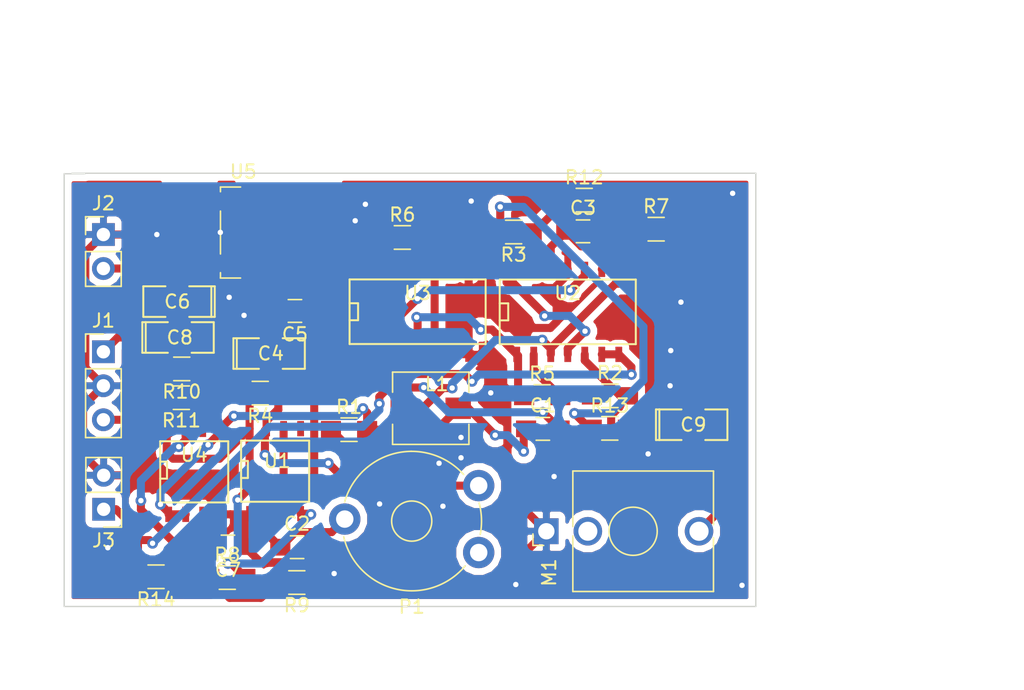
<source format=kicad_pcb>
(kicad_pcb (version 20171130) (host pcbnew 5.0.2+dfsg1-1)

  (general
    (thickness 1.6)
    (drawings 7)
    (tracks 348)
    (zones 0)
    (modules 34)
    (nets 26)
  )

  (page A4)
  (layers
    (0 F.Cu signal)
    (31 B.Cu signal)
    (32 B.Adhes user)
    (33 F.Adhes user)
    (34 B.Paste user)
    (35 F.Paste user)
    (36 B.SilkS user)
    (37 F.SilkS user)
    (38 B.Mask user)
    (39 F.Mask user)
    (40 Dwgs.User user)
    (41 Cmts.User user)
    (42 Eco1.User user)
    (43 Eco2.User user)
    (44 Edge.Cuts user)
    (45 Margin user)
    (46 B.CrtYd user)
    (47 F.CrtYd user)
    (48 B.Fab user)
    (49 F.Fab user)
  )

  (setup
    (last_trace_width 0.25)
    (user_trace_width 0.4)
    (user_trace_width 0.5)
    (user_trace_width 0.6)
    (trace_clearance 0.2)
    (zone_clearance 0.508)
    (zone_45_only no)
    (trace_min 0.2)
    (segment_width 0.2)
    (edge_width 0.1)
    (via_size 0.8)
    (via_drill 0.4)
    (via_min_size 0.4)
    (via_min_drill 0.3)
    (uvia_size 0.3)
    (uvia_drill 0.1)
    (uvias_allowed no)
    (uvia_min_size 0.2)
    (uvia_min_drill 0.1)
    (pcb_text_width 0.3)
    (pcb_text_size 1.5 1.5)
    (mod_edge_width 0.15)
    (mod_text_size 1 1)
    (mod_text_width 0.15)
    (pad_size 1.5 1.5)
    (pad_drill 0.6)
    (pad_to_mask_clearance 0)
    (solder_mask_min_width 0.25)
    (aux_axis_origin 0 0)
    (visible_elements FFFFF77F)
    (pcbplotparams
      (layerselection 0x010fc_ffffffff)
      (usegerberextensions false)
      (usegerberattributes false)
      (usegerberadvancedattributes false)
      (creategerberjobfile false)
      (excludeedgelayer true)
      (linewidth 0.050000)
      (plotframeref false)
      (viasonmask false)
      (mode 1)
      (useauxorigin false)
      (hpglpennumber 1)
      (hpglpenspeed 20)
      (hpglpendiameter 15.000000)
      (psnegative false)
      (psa4output false)
      (plotreference true)
      (plotvalue true)
      (plotinvisibletext false)
      (padsonsilk false)
      (subtractmaskfromsilk false)
      (outputformat 1)
      (mirror false)
      (drillshape 1)
      (scaleselection 1)
      (outputdirectory ""))
  )

  (net 0 "")
  (net 1 "Net-(C1-Pad1)")
  (net 2 IN)
  (net 3 GND)
  (net 4 "Net-(C2-Pad1)")
  (net 5 "Net-(C3-Pad1)")
  (net 6 VGND)
  (net 7 Vcc)
  (net 8 "Net-(C7-Pad2)")
  (net 9 "Net-(C8-Pad1)")
  (net 10 "Net-(C8-Pad2)")
  (net 11 "Net-(C9-Pad2)")
  (net 12 "Net-(C9-Pad1)")
  (net 13 "Net-(J2-Pad2)")
  (net 14 "Net-(P1-Pad1)")
  (net 15 "Net-(R2-Pad1)")
  (net 16 "Net-(R13-Pad1)")
  (net 17 "Net-(R12-Pad1)")
  (net 18 "Net-(R5-Pad1)")
  (net 19 ~LO)
  (net 20 "Net-(R7-Pad2)")
  (net 21 "Net-(R10-Pad2)")
  (net 22 LO)
  (net 23 "Net-(U2-Pad10)")
  (net 24 "Net-(U2-Pad6)")
  (net 25 "Net-(R11-Pad2)")

  (net_class Default "This is the default net class."
    (clearance 0.2)
    (trace_width 0.25)
    (via_dia 0.8)
    (via_drill 0.4)
    (uvia_dia 0.3)
    (uvia_drill 0.1)
    (add_net GND)
    (add_net IN)
    (add_net LO)
    (add_net "Net-(C1-Pad1)")
    (add_net "Net-(C2-Pad1)")
    (add_net "Net-(C3-Pad1)")
    (add_net "Net-(C7-Pad2)")
    (add_net "Net-(C8-Pad1)")
    (add_net "Net-(C8-Pad2)")
    (add_net "Net-(C9-Pad1)")
    (add_net "Net-(C9-Pad2)")
    (add_net "Net-(J2-Pad2)")
    (add_net "Net-(P1-Pad1)")
    (add_net "Net-(R10-Pad2)")
    (add_net "Net-(R11-Pad2)")
    (add_net "Net-(R12-Pad1)")
    (add_net "Net-(R13-Pad1)")
    (add_net "Net-(R2-Pad1)")
    (add_net "Net-(R5-Pad1)")
    (add_net "Net-(R7-Pad2)")
    (add_net "Net-(U2-Pad10)")
    (add_net "Net-(U2-Pad6)")
    (add_net VGND)
    (add_net Vcc)
    (add_net ~LO)
  )

  (module Capacitors_SMD:C_0805_HandSoldering (layer F.Cu) (tedit 58AA84A8) (tstamp 6054DFBB)
    (at 130.9 105.03)
    (descr "Capacitor SMD 0805, hand soldering")
    (tags "capacitor 0805")
    (path /5EDA2176)
    (attr smd)
    (fp_text reference C1 (at 0 -1.75) (layer F.SilkS)
      (effects (font (size 1 1) (thickness 0.15)))
    )
    (fp_text value 22n (at 0 1.75) (layer F.Fab)
      (effects (font (size 1 1) (thickness 0.15)))
    )
    (fp_text user %R (at 0 -1.75) (layer F.Fab)
      (effects (font (size 1 1) (thickness 0.15)))
    )
    (fp_line (start -1 0.62) (end -1 -0.62) (layer F.Fab) (width 0.1))
    (fp_line (start 1 0.62) (end -1 0.62) (layer F.Fab) (width 0.1))
    (fp_line (start 1 -0.62) (end 1 0.62) (layer F.Fab) (width 0.1))
    (fp_line (start -1 -0.62) (end 1 -0.62) (layer F.Fab) (width 0.1))
    (fp_line (start 0.5 -0.85) (end -0.5 -0.85) (layer F.SilkS) (width 0.12))
    (fp_line (start -0.5 0.85) (end 0.5 0.85) (layer F.SilkS) (width 0.12))
    (fp_line (start -2.25 -0.88) (end 2.25 -0.88) (layer F.CrtYd) (width 0.05))
    (fp_line (start -2.25 -0.88) (end -2.25 0.87) (layer F.CrtYd) (width 0.05))
    (fp_line (start 2.25 0.87) (end 2.25 -0.88) (layer F.CrtYd) (width 0.05))
    (fp_line (start 2.25 0.87) (end -2.25 0.87) (layer F.CrtYd) (width 0.05))
    (pad 1 smd rect (at -1.25 0) (size 1.5 1.25) (layers F.Cu F.Paste F.Mask)
      (net 1 "Net-(C1-Pad1)"))
    (pad 2 smd rect (at 1.25 0) (size 1.5 1.25) (layers F.Cu F.Paste F.Mask)
      (net 2 IN))
    (model Capacitors_SMD.3dshapes/C_0805.wrl
      (at (xyz 0 0 0))
      (scale (xyz 1 1 1))
      (rotate (xyz 0 0 0))
    )
  )

  (module Capacitors_SMD:C_0805_HandSoldering (layer F.Cu) (tedit 58AA84A8) (tstamp 6054DFCC)
    (at 112.55 113.87)
    (descr "Capacitor SMD 0805, hand soldering")
    (tags "capacitor 0805")
    (path /5EE0EBD0)
    (attr smd)
    (fp_text reference C2 (at 0 -1.75) (layer F.SilkS)
      (effects (font (size 1 1) (thickness 0.15)))
    )
    (fp_text value 10n (at 0 1.75) (layer F.Fab)
      (effects (font (size 1 1) (thickness 0.15)))
    )
    (fp_line (start 2.25 0.87) (end -2.25 0.87) (layer F.CrtYd) (width 0.05))
    (fp_line (start 2.25 0.87) (end 2.25 -0.88) (layer F.CrtYd) (width 0.05))
    (fp_line (start -2.25 -0.88) (end -2.25 0.87) (layer F.CrtYd) (width 0.05))
    (fp_line (start -2.25 -0.88) (end 2.25 -0.88) (layer F.CrtYd) (width 0.05))
    (fp_line (start -0.5 0.85) (end 0.5 0.85) (layer F.SilkS) (width 0.12))
    (fp_line (start 0.5 -0.85) (end -0.5 -0.85) (layer F.SilkS) (width 0.12))
    (fp_line (start -1 -0.62) (end 1 -0.62) (layer F.Fab) (width 0.1))
    (fp_line (start 1 -0.62) (end 1 0.62) (layer F.Fab) (width 0.1))
    (fp_line (start 1 0.62) (end -1 0.62) (layer F.Fab) (width 0.1))
    (fp_line (start -1 0.62) (end -1 -0.62) (layer F.Fab) (width 0.1))
    (fp_text user %R (at 0 -1.75) (layer F.Fab)
      (effects (font (size 1 1) (thickness 0.15)))
    )
    (pad 2 smd rect (at 1.25 0) (size 1.5 1.25) (layers F.Cu F.Paste F.Mask)
      (net 3 GND))
    (pad 1 smd rect (at -1.25 0) (size 1.5 1.25) (layers F.Cu F.Paste F.Mask)
      (net 4 "Net-(C2-Pad1)"))
    (model Capacitors_SMD.3dshapes/C_0805.wrl
      (at (xyz 0 0 0))
      (scale (xyz 1 1 1))
      (rotate (xyz 0 0 0))
    )
  )

  (module Capacitors_SMD:C_0805_HandSoldering (layer F.Cu) (tedit 58AA84A8) (tstamp 6054DFDD)
    (at 133.9 90.27)
    (descr "Capacitor SMD 0805, hand soldering")
    (tags "capacitor 0805")
    (path /5EEB9013)
    (attr smd)
    (fp_text reference C3 (at 0 -1.75) (layer F.SilkS)
      (effects (font (size 1 1) (thickness 0.15)))
    )
    (fp_text value 100n (at 0 1.75) (layer F.Fab)
      (effects (font (size 1 1) (thickness 0.15)))
    )
    (fp_text user %R (at 0 -1.75) (layer F.Fab)
      (effects (font (size 1 1) (thickness 0.15)))
    )
    (fp_line (start -1 0.62) (end -1 -0.62) (layer F.Fab) (width 0.1))
    (fp_line (start 1 0.62) (end -1 0.62) (layer F.Fab) (width 0.1))
    (fp_line (start 1 -0.62) (end 1 0.62) (layer F.Fab) (width 0.1))
    (fp_line (start -1 -0.62) (end 1 -0.62) (layer F.Fab) (width 0.1))
    (fp_line (start 0.5 -0.85) (end -0.5 -0.85) (layer F.SilkS) (width 0.12))
    (fp_line (start -0.5 0.85) (end 0.5 0.85) (layer F.SilkS) (width 0.12))
    (fp_line (start -2.25 -0.88) (end 2.25 -0.88) (layer F.CrtYd) (width 0.05))
    (fp_line (start -2.25 -0.88) (end -2.25 0.87) (layer F.CrtYd) (width 0.05))
    (fp_line (start 2.25 0.87) (end 2.25 -0.88) (layer F.CrtYd) (width 0.05))
    (fp_line (start 2.25 0.87) (end -2.25 0.87) (layer F.CrtYd) (width 0.05))
    (pad 1 smd rect (at -1.25 0) (size 1.5 1.25) (layers F.Cu F.Paste F.Mask)
      (net 5 "Net-(C3-Pad1)"))
    (pad 2 smd rect (at 1.25 0) (size 1.5 1.25) (layers F.Cu F.Paste F.Mask)
      (net 6 VGND))
    (model Capacitors_SMD.3dshapes/C_0805.wrl
      (at (xyz 0 0 0))
      (scale (xyz 1 1 1))
      (rotate (xyz 0 0 0))
    )
  )

  (module SMD_Packages:SMD-1206_Pol (layer F.Cu) (tedit 0) (tstamp 6054DFEC)
    (at 110.589 99.4)
    (path /604C3279)
    (attr smd)
    (fp_text reference C4 (at 0 0) (layer F.SilkS)
      (effects (font (size 1 1) (thickness 0.15)))
    )
    (fp_text value 1µ (at 0 0) (layer F.Fab)
      (effects (font (size 1 1) (thickness 0.15)))
    )
    (fp_line (start -2.54 -1.143) (end -2.794 -1.143) (layer F.SilkS) (width 0.15))
    (fp_line (start -2.794 -1.143) (end -2.794 1.143) (layer F.SilkS) (width 0.15))
    (fp_line (start -2.794 1.143) (end -2.54 1.143) (layer F.SilkS) (width 0.15))
    (fp_line (start -2.54 -1.143) (end -2.54 1.143) (layer F.SilkS) (width 0.15))
    (fp_line (start -2.54 1.143) (end -0.889 1.143) (layer F.SilkS) (width 0.15))
    (fp_line (start 0.889 -1.143) (end 2.54 -1.143) (layer F.SilkS) (width 0.15))
    (fp_line (start 2.54 -1.143) (end 2.54 1.143) (layer F.SilkS) (width 0.15))
    (fp_line (start 2.54 1.143) (end 0.889 1.143) (layer F.SilkS) (width 0.15))
    (fp_line (start -0.889 -1.143) (end -2.54 -1.143) (layer F.SilkS) (width 0.15))
    (pad 1 smd rect (at -1.651 0) (size 1.524 2.032) (layers F.Cu F.Paste F.Mask)
      (net 7 Vcc))
    (pad 2 smd rect (at 1.651 0) (size 1.524 2.032) (layers F.Cu F.Paste F.Mask)
      (net 3 GND))
    (model SMD_Packages.3dshapes/SMD-1206_Pol.wrl
      (at (xyz 0 0 0))
      (scale (xyz 0.17 0.16 0.16))
      (rotate (xyz 0 0 0))
    )
  )

  (module Capacitors_SMD:C_0805_HandSoldering (layer F.Cu) (tedit 58AA84A8) (tstamp 6054DFFD)
    (at 112.39 96.22 180)
    (descr "Capacitor SMD 0805, hand soldering")
    (tags "capacitor 0805")
    (path /5EFDF596)
    (attr smd)
    (fp_text reference C5 (at 0 -1.75 180) (layer F.SilkS)
      (effects (font (size 1 1) (thickness 0.15)))
    )
    (fp_text value 100n (at 0 1.75 180) (layer F.Fab)
      (effects (font (size 1 1) (thickness 0.15)))
    )
    (fp_line (start 2.25 0.87) (end -2.25 0.87) (layer F.CrtYd) (width 0.05))
    (fp_line (start 2.25 0.87) (end 2.25 -0.88) (layer F.CrtYd) (width 0.05))
    (fp_line (start -2.25 -0.88) (end -2.25 0.87) (layer F.CrtYd) (width 0.05))
    (fp_line (start -2.25 -0.88) (end 2.25 -0.88) (layer F.CrtYd) (width 0.05))
    (fp_line (start -0.5 0.85) (end 0.5 0.85) (layer F.SilkS) (width 0.12))
    (fp_line (start 0.5 -0.85) (end -0.5 -0.85) (layer F.SilkS) (width 0.12))
    (fp_line (start -1 -0.62) (end 1 -0.62) (layer F.Fab) (width 0.1))
    (fp_line (start 1 -0.62) (end 1 0.62) (layer F.Fab) (width 0.1))
    (fp_line (start 1 0.62) (end -1 0.62) (layer F.Fab) (width 0.1))
    (fp_line (start -1 0.62) (end -1 -0.62) (layer F.Fab) (width 0.1))
    (fp_text user %R (at 0 -1.75 180) (layer F.Fab)
      (effects (font (size 1 1) (thickness 0.15)))
    )
    (pad 2 smd rect (at 1.25 0 180) (size 1.5 1.25) (layers F.Cu F.Paste F.Mask)
      (net 3 GND))
    (pad 1 smd rect (at -1.25 0 180) (size 1.5 1.25) (layers F.Cu F.Paste F.Mask)
      (net 7 Vcc))
    (model Capacitors_SMD.3dshapes/C_0805.wrl
      (at (xyz 0 0 0))
      (scale (xyz 1 1 1))
      (rotate (xyz 0 0 0))
    )
  )

  (module SMD_Packages:SMD-1206_Pol (layer F.Cu) (tedit 0) (tstamp 6054E00C)
    (at 103.609 95.52 180)
    (path /5EFDFCF6)
    (attr smd)
    (fp_text reference C6 (at 0 0 180) (layer F.SilkS)
      (effects (font (size 1 1) (thickness 0.15)))
    )
    (fp_text value 10µ (at 0 0 180) (layer F.Fab)
      (effects (font (size 1 1) (thickness 0.15)))
    )
    (fp_line (start -0.889 -1.143) (end -2.54 -1.143) (layer F.SilkS) (width 0.15))
    (fp_line (start 2.54 1.143) (end 0.889 1.143) (layer F.SilkS) (width 0.15))
    (fp_line (start 2.54 -1.143) (end 2.54 1.143) (layer F.SilkS) (width 0.15))
    (fp_line (start 0.889 -1.143) (end 2.54 -1.143) (layer F.SilkS) (width 0.15))
    (fp_line (start -2.54 1.143) (end -0.889 1.143) (layer F.SilkS) (width 0.15))
    (fp_line (start -2.54 -1.143) (end -2.54 1.143) (layer F.SilkS) (width 0.15))
    (fp_line (start -2.794 1.143) (end -2.54 1.143) (layer F.SilkS) (width 0.15))
    (fp_line (start -2.794 -1.143) (end -2.794 1.143) (layer F.SilkS) (width 0.15))
    (fp_line (start -2.54 -1.143) (end -2.794 -1.143) (layer F.SilkS) (width 0.15))
    (pad 2 smd rect (at 1.651 0 180) (size 1.524 2.032) (layers F.Cu F.Paste F.Mask)
      (net 3 GND))
    (pad 1 smd rect (at -1.651 0 180) (size 1.524 2.032) (layers F.Cu F.Paste F.Mask)
      (net 7 Vcc))
    (model SMD_Packages.3dshapes/SMD-1206_Pol.wrl
      (at (xyz 0 0 0))
      (scale (xyz 0.17 0.16 0.16))
      (rotate (xyz 0 0 0))
    )
  )

  (module Capacitors_SMD:C_0805_HandSoldering (layer F.Cu) (tedit 58AA84A8) (tstamp 6054E01D)
    (at 107.39 113.82 180)
    (descr "Capacitor SMD 0805, hand soldering")
    (tags "capacitor 0805")
    (path /604C32A9)
    (attr smd)
    (fp_text reference C7 (at 0 -1.75 180) (layer F.SilkS)
      (effects (font (size 1 1) (thickness 0.15)))
    )
    (fp_text value 100n (at 0 1.75 180) (layer F.Fab)
      (effects (font (size 1 1) (thickness 0.15)))
    )
    (fp_text user %R (at 0 -1.75 180) (layer F.Fab)
      (effects (font (size 1 1) (thickness 0.15)))
    )
    (fp_line (start -1 0.62) (end -1 -0.62) (layer F.Fab) (width 0.1))
    (fp_line (start 1 0.62) (end -1 0.62) (layer F.Fab) (width 0.1))
    (fp_line (start 1 -0.62) (end 1 0.62) (layer F.Fab) (width 0.1))
    (fp_line (start -1 -0.62) (end 1 -0.62) (layer F.Fab) (width 0.1))
    (fp_line (start 0.5 -0.85) (end -0.5 -0.85) (layer F.SilkS) (width 0.12))
    (fp_line (start -0.5 0.85) (end 0.5 0.85) (layer F.SilkS) (width 0.12))
    (fp_line (start -2.25 -0.88) (end 2.25 -0.88) (layer F.CrtYd) (width 0.05))
    (fp_line (start -2.25 -0.88) (end -2.25 0.87) (layer F.CrtYd) (width 0.05))
    (fp_line (start 2.25 0.87) (end 2.25 -0.88) (layer F.CrtYd) (width 0.05))
    (fp_line (start 2.25 0.87) (end -2.25 0.87) (layer F.CrtYd) (width 0.05))
    (pad 1 smd rect (at -1.25 0 180) (size 1.5 1.25) (layers F.Cu F.Paste F.Mask)
      (net 3 GND))
    (pad 2 smd rect (at 1.25 0 180) (size 1.5 1.25) (layers F.Cu F.Paste F.Mask)
      (net 8 "Net-(C7-Pad2)"))
    (model Capacitors_SMD.3dshapes/C_0805.wrl
      (at (xyz 0 0 0))
      (scale (xyz 1 1 1))
      (rotate (xyz 0 0 0))
    )
  )

  (module SMD_Packages:SMD-1206_Pol (layer F.Cu) (tedit 0) (tstamp 6054E02C)
    (at 103.789 98.2)
    (path /604C32D0)
    (attr smd)
    (fp_text reference C8 (at 0 0) (layer F.SilkS)
      (effects (font (size 1 1) (thickness 0.15)))
    )
    (fp_text value 1µ (at 0 0) (layer F.Fab)
      (effects (font (size 1 1) (thickness 0.15)))
    )
    (fp_line (start -2.54 -1.143) (end -2.794 -1.143) (layer F.SilkS) (width 0.15))
    (fp_line (start -2.794 -1.143) (end -2.794 1.143) (layer F.SilkS) (width 0.15))
    (fp_line (start -2.794 1.143) (end -2.54 1.143) (layer F.SilkS) (width 0.15))
    (fp_line (start -2.54 -1.143) (end -2.54 1.143) (layer F.SilkS) (width 0.15))
    (fp_line (start -2.54 1.143) (end -0.889 1.143) (layer F.SilkS) (width 0.15))
    (fp_line (start 0.889 -1.143) (end 2.54 -1.143) (layer F.SilkS) (width 0.15))
    (fp_line (start 2.54 -1.143) (end 2.54 1.143) (layer F.SilkS) (width 0.15))
    (fp_line (start 2.54 1.143) (end 0.889 1.143) (layer F.SilkS) (width 0.15))
    (fp_line (start -0.889 -1.143) (end -2.54 -1.143) (layer F.SilkS) (width 0.15))
    (pad 1 smd rect (at -1.651 0) (size 1.524 2.032) (layers F.Cu F.Paste F.Mask)
      (net 9 "Net-(C8-Pad1)"))
    (pad 2 smd rect (at 1.651 0) (size 1.524 2.032) (layers F.Cu F.Paste F.Mask)
      (net 10 "Net-(C8-Pad2)"))
    (model SMD_Packages.3dshapes/SMD-1206_Pol.wrl
      (at (xyz 0 0 0))
      (scale (xyz 0.17 0.16 0.16))
      (rotate (xyz 0 0 0))
    )
  )

  (module SMD_Packages:SMD-1206_Pol (layer F.Cu) (tedit 0) (tstamp 6054E03B)
    (at 142.139 104.72)
    (path /604CCB22)
    (attr smd)
    (fp_text reference C9 (at 0 0) (layer F.SilkS)
      (effects (font (size 1 1) (thickness 0.15)))
    )
    (fp_text value 10u (at 0 0) (layer F.Fab)
      (effects (font (size 1 1) (thickness 0.15)))
    )
    (fp_line (start -0.889 -1.143) (end -2.54 -1.143) (layer F.SilkS) (width 0.15))
    (fp_line (start 2.54 1.143) (end 0.889 1.143) (layer F.SilkS) (width 0.15))
    (fp_line (start 2.54 -1.143) (end 2.54 1.143) (layer F.SilkS) (width 0.15))
    (fp_line (start 0.889 -1.143) (end 2.54 -1.143) (layer F.SilkS) (width 0.15))
    (fp_line (start -2.54 1.143) (end -0.889 1.143) (layer F.SilkS) (width 0.15))
    (fp_line (start -2.54 -1.143) (end -2.54 1.143) (layer F.SilkS) (width 0.15))
    (fp_line (start -2.794 1.143) (end -2.54 1.143) (layer F.SilkS) (width 0.15))
    (fp_line (start -2.794 -1.143) (end -2.794 1.143) (layer F.SilkS) (width 0.15))
    (fp_line (start -2.54 -1.143) (end -2.794 -1.143) (layer F.SilkS) (width 0.15))
    (pad 2 smd rect (at 1.651 0) (size 1.524 2.032) (layers F.Cu F.Paste F.Mask)
      (net 11 "Net-(C9-Pad2)"))
    (pad 1 smd rect (at -1.651 0) (size 1.524 2.032) (layers F.Cu F.Paste F.Mask)
      (net 12 "Net-(C9-Pad1)"))
    (model SMD_Packages.3dshapes/SMD-1206_Pol.wrl
      (at (xyz 0 0 0))
      (scale (xyz 0.17 0.16 0.16))
      (rotate (xyz 0 0 0))
    )
  )

  (module Pin_Headers:Pin_Header_Straight_1x03_Pitch2.54mm (layer F.Cu) (tedit 59650532) (tstamp 6054E052)
    (at 98.09 99.27)
    (descr "Through hole straight pin header, 1x03, 2.54mm pitch, single row")
    (tags "Through hole pin header THT 1x03 2.54mm single row")
    (path /604C330E)
    (fp_text reference J1 (at 0 -2.33) (layer F.SilkS)
      (effects (font (size 1 1) (thickness 0.15)))
    )
    (fp_text value Conn_01x03_Male (at 0 7.41) (layer F.Fab)
      (effects (font (size 1 1) (thickness 0.15)))
    )
    (fp_line (start -0.635 -1.27) (end 1.27 -1.27) (layer F.Fab) (width 0.1))
    (fp_line (start 1.27 -1.27) (end 1.27 6.35) (layer F.Fab) (width 0.1))
    (fp_line (start 1.27 6.35) (end -1.27 6.35) (layer F.Fab) (width 0.1))
    (fp_line (start -1.27 6.35) (end -1.27 -0.635) (layer F.Fab) (width 0.1))
    (fp_line (start -1.27 -0.635) (end -0.635 -1.27) (layer F.Fab) (width 0.1))
    (fp_line (start -1.33 6.41) (end 1.33 6.41) (layer F.SilkS) (width 0.12))
    (fp_line (start -1.33 1.27) (end -1.33 6.41) (layer F.SilkS) (width 0.12))
    (fp_line (start 1.33 1.27) (end 1.33 6.41) (layer F.SilkS) (width 0.12))
    (fp_line (start -1.33 1.27) (end 1.33 1.27) (layer F.SilkS) (width 0.12))
    (fp_line (start -1.33 0) (end -1.33 -1.33) (layer F.SilkS) (width 0.12))
    (fp_line (start -1.33 -1.33) (end 0 -1.33) (layer F.SilkS) (width 0.12))
    (fp_line (start -1.8 -1.8) (end -1.8 6.85) (layer F.CrtYd) (width 0.05))
    (fp_line (start -1.8 6.85) (end 1.8 6.85) (layer F.CrtYd) (width 0.05))
    (fp_line (start 1.8 6.85) (end 1.8 -1.8) (layer F.CrtYd) (width 0.05))
    (fp_line (start 1.8 -1.8) (end -1.8 -1.8) (layer F.CrtYd) (width 0.05))
    (fp_text user %R (at 0 2.54 90) (layer F.Fab)
      (effects (font (size 1 1) (thickness 0.15)))
    )
    (pad 1 thru_hole rect (at 0 0) (size 1.7 1.7) (drill 1) (layers *.Cu *.Mask)
      (net 9 "Net-(C8-Pad1)"))
    (pad 2 thru_hole oval (at 0 2.54) (size 1.7 1.7) (drill 1) (layers *.Cu *.Mask)
      (net 3 GND))
    (pad 3 thru_hole oval (at 0 5.08) (size 1.7 1.7) (drill 1) (layers *.Cu *.Mask)
      (net 7 Vcc))
    (model ${KISYS3DMOD}/Pin_Headers.3dshapes/Pin_Header_Straight_1x03_Pitch2.54mm.wrl
      (at (xyz 0 0 0))
      (scale (xyz 1 1 1))
      (rotate (xyz 0 0 0))
    )
  )

  (module Pin_Headers:Pin_Header_Straight_1x02_Pitch2.54mm (layer F.Cu) (tedit 59650532) (tstamp 6054E068)
    (at 98.09 90.51)
    (descr "Through hole straight pin header, 1x02, 2.54mm pitch, single row")
    (tags "Through hole pin header THT 1x02 2.54mm single row")
    (path /6052A96A)
    (fp_text reference J2 (at 0 -2.33) (layer F.SilkS)
      (effects (font (size 1 1) (thickness 0.15)))
    )
    (fp_text value Conn_01x02_Female (at 0 4.87) (layer F.Fab)
      (effects (font (size 1 1) (thickness 0.15)))
    )
    (fp_line (start -0.635 -1.27) (end 1.27 -1.27) (layer F.Fab) (width 0.1))
    (fp_line (start 1.27 -1.27) (end 1.27 3.81) (layer F.Fab) (width 0.1))
    (fp_line (start 1.27 3.81) (end -1.27 3.81) (layer F.Fab) (width 0.1))
    (fp_line (start -1.27 3.81) (end -1.27 -0.635) (layer F.Fab) (width 0.1))
    (fp_line (start -1.27 -0.635) (end -0.635 -1.27) (layer F.Fab) (width 0.1))
    (fp_line (start -1.33 3.87) (end 1.33 3.87) (layer F.SilkS) (width 0.12))
    (fp_line (start -1.33 1.27) (end -1.33 3.87) (layer F.SilkS) (width 0.12))
    (fp_line (start 1.33 1.27) (end 1.33 3.87) (layer F.SilkS) (width 0.12))
    (fp_line (start -1.33 1.27) (end 1.33 1.27) (layer F.SilkS) (width 0.12))
    (fp_line (start -1.33 0) (end -1.33 -1.33) (layer F.SilkS) (width 0.12))
    (fp_line (start -1.33 -1.33) (end 0 -1.33) (layer F.SilkS) (width 0.12))
    (fp_line (start -1.8 -1.8) (end -1.8 4.35) (layer F.CrtYd) (width 0.05))
    (fp_line (start -1.8 4.35) (end 1.8 4.35) (layer F.CrtYd) (width 0.05))
    (fp_line (start 1.8 4.35) (end 1.8 -1.8) (layer F.CrtYd) (width 0.05))
    (fp_line (start 1.8 -1.8) (end -1.8 -1.8) (layer F.CrtYd) (width 0.05))
    (fp_text user %R (at 0 1.27 90) (layer F.Fab)
      (effects (font (size 1 1) (thickness 0.15)))
    )
    (pad 1 thru_hole rect (at 0 0) (size 1.7 1.7) (drill 1) (layers *.Cu *.Mask)
      (net 3 GND))
    (pad 2 thru_hole oval (at 0 2.54) (size 1.7 1.7) (drill 1) (layers *.Cu *.Mask)
      (net 13 "Net-(J2-Pad2)"))
    (model ${KISYS3DMOD}/Pin_Headers.3dshapes/Pin_Header_Straight_1x02_Pitch2.54mm.wrl
      (at (xyz 0 0 0))
      (scale (xyz 1 1 1))
      (rotate (xyz 0 0 0))
    )
  )

  (module Pin_Headers:Pin_Header_Straight_1x02_Pitch2.54mm (layer F.Cu) (tedit 59650532) (tstamp 6054E07E)
    (at 98.11 111.04 180)
    (descr "Through hole straight pin header, 1x02, 2.54mm pitch, single row")
    (tags "Through hole pin header THT 1x02 2.54mm single row")
    (path /605395A1)
    (fp_text reference J3 (at 0 -2.33 180) (layer F.SilkS)
      (effects (font (size 1 1) (thickness 0.15)))
    )
    (fp_text value Conn_01x02_Female (at 0 4.87 180) (layer F.Fab)
      (effects (font (size 1 1) (thickness 0.15)))
    )
    (fp_text user %R (at 0 1.27 270) (layer F.Fab)
      (effects (font (size 1 1) (thickness 0.15)))
    )
    (fp_line (start 1.8 -1.8) (end -1.8 -1.8) (layer F.CrtYd) (width 0.05))
    (fp_line (start 1.8 4.35) (end 1.8 -1.8) (layer F.CrtYd) (width 0.05))
    (fp_line (start -1.8 4.35) (end 1.8 4.35) (layer F.CrtYd) (width 0.05))
    (fp_line (start -1.8 -1.8) (end -1.8 4.35) (layer F.CrtYd) (width 0.05))
    (fp_line (start -1.33 -1.33) (end 0 -1.33) (layer F.SilkS) (width 0.12))
    (fp_line (start -1.33 0) (end -1.33 -1.33) (layer F.SilkS) (width 0.12))
    (fp_line (start -1.33 1.27) (end 1.33 1.27) (layer F.SilkS) (width 0.12))
    (fp_line (start 1.33 1.27) (end 1.33 3.87) (layer F.SilkS) (width 0.12))
    (fp_line (start -1.33 1.27) (end -1.33 3.87) (layer F.SilkS) (width 0.12))
    (fp_line (start -1.33 3.87) (end 1.33 3.87) (layer F.SilkS) (width 0.12))
    (fp_line (start -1.27 -0.635) (end -0.635 -1.27) (layer F.Fab) (width 0.1))
    (fp_line (start -1.27 3.81) (end -1.27 -0.635) (layer F.Fab) (width 0.1))
    (fp_line (start 1.27 3.81) (end -1.27 3.81) (layer F.Fab) (width 0.1))
    (fp_line (start 1.27 -1.27) (end 1.27 3.81) (layer F.Fab) (width 0.1))
    (fp_line (start -0.635 -1.27) (end 1.27 -1.27) (layer F.Fab) (width 0.1))
    (pad 2 thru_hole oval (at 0 2.54 180) (size 1.7 1.7) (drill 1) (layers *.Cu *.Mask)
      (net 3 GND))
    (pad 1 thru_hole rect (at 0 0 180) (size 1.7 1.7) (drill 1) (layers *.Cu *.Mask)
      (net 2 IN))
    (model ${KISYS3DMOD}/Pin_Headers.3dshapes/Pin_Header_Straight_1x02_Pitch2.54mm.wrl
      (at (xyz 0 0 0))
      (scale (xyz 1 1 1))
      (rotate (xyz 0 0 0))
    )
  )

  (module Inductors_SMD:L_Wuerth_HCI-5040 (layer F.Cu) (tedit 5990349D) (tstamp 6054E093)
    (at 122.53 103.49)
    (descr "Inductor, Wuerth Elektronik, Wuerth_HCI-5040, 5.5mmx5.2mm")
    (tags "inductor Wuerth hci smd")
    (path /5EDA8472)
    (attr smd)
    (fp_text reference L1 (at 0.44 -1.8) (layer F.SilkS)
      (effects (font (size 1 1) (thickness 0.15)))
    )
    (fp_text value 3.3m (at -0.94 3.98) (layer F.Fab)
      (effects (font (size 1 1) (thickness 0.15)))
    )
    (fp_line (start 2.85 -2.7) (end 2.85 -1.2) (layer F.SilkS) (width 0.12))
    (fp_line (start -2.85 -2.7) (end 2.85 -2.7) (layer F.SilkS) (width 0.12))
    (fp_line (start -2.85 -1.2) (end -2.85 -2.7) (layer F.SilkS) (width 0.12))
    (fp_line (start 2.85 2.7) (end 2.85 1.2) (layer F.SilkS) (width 0.12))
    (fp_line (start -2.85 2.7) (end 2.85 2.7) (layer F.SilkS) (width 0.12))
    (fp_line (start -2.85 1.2) (end -2.85 2.7) (layer F.SilkS) (width 0.12))
    (fp_line (start 3.25 -2.85) (end -3.25 -2.85) (layer F.CrtYd) (width 0.05))
    (fp_line (start 3.25 2.85) (end 3.25 -2.85) (layer F.CrtYd) (width 0.05))
    (fp_line (start -3.25 2.85) (end 3.25 2.85) (layer F.CrtYd) (width 0.05))
    (fp_line (start -3.25 -2.85) (end -3.25 2.85) (layer F.CrtYd) (width 0.05))
    (fp_line (start 2.75 -2.6) (end -2.75 -2.6) (layer F.Fab) (width 0.1))
    (fp_line (start 2.75 2.6) (end 2.75 -2.6) (layer F.Fab) (width 0.1))
    (fp_line (start -2.75 2.6) (end 2.75 2.6) (layer F.Fab) (width 0.1))
    (fp_line (start -2.75 -2.6) (end -2.75 2.6) (layer F.Fab) (width 0.1))
    (fp_text user %R (at 0.3 -0.72) (layer F.Fab)
      (effects (font (size 1 1) (thickness 0.15)))
    )
    (pad 2 smd rect (at 2.05 0) (size 1.9 1.6) (layers F.Cu F.Paste F.Mask)
      (net 1 "Net-(C1-Pad1)"))
    (pad 1 smd rect (at -2.05 0) (size 1.9 1.6) (layers F.Cu F.Paste F.Mask)
      (net 6 VGND))
    (model ${KISYS3DMOD}/Inductors_SMD.3dshapes/L_Wuerth_HCI-5040.wrl
      (at (xyz 0 0 0))
      (scale (xyz 1 1 1))
      (rotate (xyz 0 0 0))
    )
  )

  (module new_kicad:Jack_3.5mm_QingPu_WQP-PJ398SM_Vertical_CircularHoles (layer F.Cu) (tedit 5D4B3013) (tstamp 6054E0B5)
    (at 131.16 112.68 90)
    (descr "TRS 3.5mm, vertical, Thonkiconn, PCB mount, (http://www.qingpu-electronics.com/en/products/WQP-PJ398SM-362.html)")
    (tags "WQP-PJ398SM WQP-PJ301M-12 TRS 3.5mm mono vertical jack thonkiconn qingpu")
    (path /604E988D)
    (fp_text reference M1 (at -3.085001 0.214999 270) (layer F.SilkS)
      (effects (font (size 1 1) (thickness 0.15)))
    )
    (fp_text value AUDIO-JACKERTHENVAR-PJ398 (at 0 5 270) (layer F.Fab)
      (effects (font (size 1 1) (thickness 0.15)))
    )
    (fp_line (start 0 0) (end 0 2.03) (layer F.Fab) (width 0.1))
    (fp_circle (center 0 6.48) (end 1.8 6.48) (layer F.Fab) (width 0.1))
    (fp_line (start 4.5 2.03) (end -4.5 2.03) (layer F.Fab) (width 0.1))
    (fp_line (start 5 -1.42) (end -5 -1.42) (layer F.CrtYd) (width 0.05))
    (fp_line (start 5 12.98) (end -5 12.98) (layer F.CrtYd) (width 0.05))
    (fp_line (start 5 12.98) (end 5 -1.42) (layer F.CrtYd) (width 0.05))
    (fp_line (start 4.5 12.48) (end -4.5 12.48) (layer F.Fab) (width 0.1))
    (fp_line (start 4.5 12.48) (end 4.5 2.08) (layer F.Fab) (width 0.1))
    (fp_line (start -1.06 -1) (end -0.2 -1) (layer F.SilkS) (width 0.12))
    (fp_line (start -1.06 -1) (end -1.06 -0.2) (layer F.SilkS) (width 0.12))
    (fp_circle (center 0 6.48) (end 1.8 6.48) (layer F.SilkS) (width 0.12))
    (fp_line (start -0.35 1.98) (end -4.5 1.98) (layer F.SilkS) (width 0.12))
    (fp_line (start 4.5 1.98) (end 0.35 1.98) (layer F.SilkS) (width 0.12))
    (fp_line (start -0.5 12.48) (end -4.5 12.48) (layer F.SilkS) (width 0.12))
    (fp_line (start 4.5 12.48) (end 0.5 12.48) (layer F.SilkS) (width 0.12))
    (fp_line (start -1.41 6.02) (end -0.46 5.07) (layer Dwgs.User) (width 0.12))
    (fp_line (start -1.42 6.875) (end 0.4 5.06) (layer Dwgs.User) (width 0.12))
    (fp_line (start -1.07 7.49) (end 1.01 5.41) (layer Dwgs.User) (width 0.12))
    (fp_line (start -0.58 7.83) (end 1.36 5.89) (layer Dwgs.User) (width 0.12))
    (fp_line (start 0.09 7.96) (end 1.48 6.57) (layer Dwgs.User) (width 0.12))
    (fp_circle (center 0 6.48) (end 1.5 6.48) (layer Dwgs.User) (width 0.12))
    (fp_line (start 4.5 1.98) (end 4.5 12.48) (layer F.SilkS) (width 0.12))
    (fp_line (start -4.5 1.98) (end -4.5 12.48) (layer F.SilkS) (width 0.12))
    (fp_text user %R (at 0 8 270) (layer F.Fab)
      (effects (font (size 1 1) (thickness 0.15)))
    )
    (fp_line (start -4.5 12.48) (end -4.5 2.08) (layer F.Fab) (width 0.1))
    (fp_line (start -5 12.98) (end -5 -1.42) (layer F.CrtYd) (width 0.05))
    (fp_text user KEEPOUT (at 0 6.48 90) (layer Cmts.User)
      (effects (font (size 0.4 0.4) (thickness 0.051)))
    )
    (pad 3 thru_hole circle (at 0 11.4 270) (size 2.13 2.13) (drill 1.43) (layers *.Cu *.Mask)
      (net 11 "Net-(C9-Pad2)"))
    (pad 1 thru_hole rect (at 0 0 270) (size 1.93 1.83) (drill 1.22) (layers *.Cu *.Mask)
      (net 3 GND))
    (pad 2 thru_hole circle (at 0 3.1 270) (size 2.13 2.13) (drill 1.42) (layers *.Cu *.Mask))
    (model ${KISYS3DMOD}/Connector_Audio.3dshapes/Jack_3.5mm_QingPu_WQP-PJ398SM_Vertical.wrl
      (at (xyz 0 0 0))
      (scale (xyz 1 1 1))
      (rotate (xyz 0 0 0))
    )
  )

  (module Potentiometers:Potentiometer_Trimmer_Piher_PT-10v10_Horizontal_Px10.0mm_Py5.0mm (layer F.Cu) (tedit 58826B09) (tstamp 6054E0C8)
    (at 126.11 109.27 180)
    (descr "Potentiometer, horizontally mounted, Omeg PC16PU, Omeg PC16PU, Omeg PC16PU, Vishay/Spectrol 248GJ/249GJ Single, Vishay/Spectrol 248GJ/249GJ Single, Vishay/Spectrol 248GJ/249GJ Single, Vishay/Spectrol 248GH/249GH Single, Vishay/Spectrol 148/149 Single, Vishay/Spectrol 148/149 Single, Vishay/Spectrol 148/149 Single, Vishay/Spectrol 148A/149A Single with mounting plates, Vishay/Spectrol 148/149 Double, Vishay/Spectrol 148A/149A Double with mounting plates, Piher PC-16 Single, Piher PC-16 Single, Piher PC-16 Single, Piher PC-16SV Single, Piher PC-16 Double, Piher PC-16 Triple, Piher T16H Single, Piher T16L Single, Piher T16H Double, Alps RK163 Single, Alps RK163 Double, Alps RK097 Single, Alps RK097 Double, Bourns PTV09A-2 Single with mounting sleve Single, Bourns PTV09A-1 with mounting sleve Single, Bourns PRS11S Single, Alps RK09K Single with mounting sleve Single, Alps RK09K with mounting sleve Single, Alps RK09L Single, Alps RK09L Single, Alps RK09L Double, Alps RK09L Double, Alps RK09Y Single, Bourns 3339S Single, Bourns 3339S Single, Bourns 3339P Single, Bourns 3339H Single, Vishay T7YA Single, Suntan TSR-3386H Single, Suntan TSR-3386H Single, Suntan TSR-3386P Single, Vishay T73XX Single, Vishay T73XX Single, Vishay T73YP Single, Piher PT-6h Single, Piher PT-6v Single, Piher PT-6v Single, Piher PT-10h2.5 Single, Piher PT-10h5 Single, Piher PT-101h3.8 Single, Piher PT-10v10 Single, http://www.piher-nacesa.com/pdf/12-PT10v03.pdf")
    (tags "Potentiometer horizontal  Omeg PC16PU  Omeg PC16PU  Omeg PC16PU  Vishay/Spectrol 248GJ/249GJ Single  Vishay/Spectrol 248GJ/249GJ Single  Vishay/Spectrol 248GJ/249GJ Single  Vishay/Spectrol 248GH/249GH Single  Vishay/Spectrol 148/149 Single  Vishay/Spectrol 148/149 Single  Vishay/Spectrol 148/149 Single  Vishay/Spectrol 148A/149A Single with mounting plates  Vishay/Spectrol 148/149 Double  Vishay/Spectrol 148A/149A Double with mounting plates  Piher PC-16 Single  Piher PC-16 Single  Piher PC-16 Single  Piher PC-16SV Single  Piher PC-16 Double  Piher PC-16 Triple  Piher T16H Single  Piher T16L Single  Piher T16H Double  Alps RK163 Single  Alps RK163 Double  Alps RK097 Single  Alps RK097 Double  Bourns PTV09A-2 Single with mounting sleve Single  Bourns PTV09A-1 with mounting sleve Single  Bourns PRS11S Single  Alps RK09K Single with mounting sleve Single  Alps RK09K with mounting sleve Single  Alps RK09L Single  Alps RK09L Single  Alps RK09L Double  Alps RK09L Double  Alps RK09Y Single  Bourns 3339S Single  Bourns 3339S Single  Bourns 3339P Single  Bourns 3339H Single  Vishay T7YA Single  Suntan TSR-3386H Single  Suntan TSR-3386H Single  Suntan TSR-3386P Single  Vishay T73XX Single  Vishay T73XX Single  Vishay T73YP Single  Piher PT-6h Single  Piher PT-6v Single  Piher PT-6v Single  Piher PT-10h2.5 Single  Piher PT-10h5 Single  Piher PT-101h3.8 Single  Piher PT-10v10 Single")
    (path /5EE20BCD)
    (fp_text reference P1 (at 5 -9.05 180) (layer F.SilkS)
      (effects (font (size 1 1) (thickness 0.15)))
    )
    (fp_text value 2k2 (at 5 3.75 180) (layer F.Fab)
      (effects (font (size 1 1) (thickness 0.15)))
    )
    (fp_arc (start 5 -2.65) (end 5 2.56) (angle -74) (layer F.SilkS) (width 0.12))
    (fp_arc (start 5 -2.65) (end 10.077 -3.821) (angle -127) (layer F.SilkS) (width 0.12))
    (fp_arc (start 5 -2.65) (end -0.115 -3.644) (angle -26) (layer F.SilkS) (width 0.12))
    (fp_arc (start 5 -2.65) (end 1.128 0.836) (angle -49) (layer F.SilkS) (width 0.12))
    (fp_circle (center 5 -2.65) (end 10.15 -2.65) (layer F.Fab) (width 0.1))
    (fp_circle (center 5 -2.65) (end 6.75 -2.65) (layer F.Fab) (width 0.1))
    (fp_circle (center 5 -2.65) (end 6.5 -2.65) (layer F.Fab) (width 0.1))
    (fp_circle (center 5 -2.65) (end 6.5 -2.65) (layer F.SilkS) (width 0.12))
    (fp_line (start -1.45 -8.05) (end -1.45 2.75) (layer F.CrtYd) (width 0.05))
    (fp_line (start -1.45 2.75) (end 11.45 2.75) (layer F.CrtYd) (width 0.05))
    (fp_line (start 11.45 2.75) (end 11.45 -8.05) (layer F.CrtYd) (width 0.05))
    (fp_line (start 11.45 -8.05) (end -1.45 -8.05) (layer F.CrtYd) (width 0.05))
    (pad 3 thru_hole circle (at 0 -5 180) (size 2.34 2.34) (drill 1.3) (layers *.Cu *.Mask))
    (pad 2 thru_hole circle (at 10 -2.5 180) (size 2.34 2.34) (drill 1.3) (layers *.Cu *.Mask)
      (net 4 "Net-(C2-Pad1)"))
    (pad 1 thru_hole circle (at 0 0 180) (size 2.34 2.34) (drill 1.3) (layers *.Cu *.Mask)
      (net 14 "Net-(P1-Pad1)"))
    (model Potentiometers.3dshapes/Potentiometer_Trimmer_Piher_PT-10v10_Horizontal_Px10.0mm_Py5.0mm.wrl
      (at (xyz 0 0 0))
      (scale (xyz 0.393701 0.393701 0.393701))
      (rotate (xyz 0 0 0))
    )
  )

  (module Resistors_SMD:R_0805_HandSoldering (layer F.Cu) (tedit 58E0A804) (tstamp 6054E0D9)
    (at 116.43 105.09)
    (descr "Resistor SMD 0805, hand soldering")
    (tags "resistor 0805")
    (path /5EDA8B9F)
    (attr smd)
    (fp_text reference R1 (at 0 -1.7) (layer F.SilkS)
      (effects (font (size 1 1) (thickness 0.15)))
    )
    (fp_text value 220 (at 0 1.75) (layer F.Fab)
      (effects (font (size 1 1) (thickness 0.15)))
    )
    (fp_text user %R (at 0 0) (layer F.Fab)
      (effects (font (size 0.5 0.5) (thickness 0.075)))
    )
    (fp_line (start -1 0.62) (end -1 -0.62) (layer F.Fab) (width 0.1))
    (fp_line (start 1 0.62) (end -1 0.62) (layer F.Fab) (width 0.1))
    (fp_line (start 1 -0.62) (end 1 0.62) (layer F.Fab) (width 0.1))
    (fp_line (start -1 -0.62) (end 1 -0.62) (layer F.Fab) (width 0.1))
    (fp_line (start 0.6 0.88) (end -0.6 0.88) (layer F.SilkS) (width 0.12))
    (fp_line (start -0.6 -0.88) (end 0.6 -0.88) (layer F.SilkS) (width 0.12))
    (fp_line (start -2.35 -0.9) (end 2.35 -0.9) (layer F.CrtYd) (width 0.05))
    (fp_line (start -2.35 -0.9) (end -2.35 0.9) (layer F.CrtYd) (width 0.05))
    (fp_line (start 2.35 0.9) (end 2.35 -0.9) (layer F.CrtYd) (width 0.05))
    (fp_line (start 2.35 0.9) (end -2.35 0.9) (layer F.CrtYd) (width 0.05))
    (pad 1 smd rect (at -1.35 0) (size 1.5 1.3) (layers F.Cu F.Paste F.Mask)
      (net 1 "Net-(C1-Pad1)"))
    (pad 2 smd rect (at 1.35 0) (size 1.5 1.3) (layers F.Cu F.Paste F.Mask)
      (net 6 VGND))
    (model ${KISYS3DMOD}/Resistors_SMD.3dshapes/R_0805.wrl
      (at (xyz 0 0 0))
      (scale (xyz 1 1 1))
      (rotate (xyz 0 0 0))
    )
  )

  (module Resistors_SMD:R_0805_HandSoldering (layer F.Cu) (tedit 58E0A804) (tstamp 6054E0EA)
    (at 135.91 102.56)
    (descr "Resistor SMD 0805, hand soldering")
    (tags "resistor 0805")
    (path /5EDC1316)
    (attr smd)
    (fp_text reference R2 (at 0 -1.7) (layer F.SilkS)
      (effects (font (size 1 1) (thickness 0.15)))
    )
    (fp_text value 100 (at 0 1.75) (layer F.Fab)
      (effects (font (size 1 1) (thickness 0.15)))
    )
    (fp_line (start 2.35 0.9) (end -2.35 0.9) (layer F.CrtYd) (width 0.05))
    (fp_line (start 2.35 0.9) (end 2.35 -0.9) (layer F.CrtYd) (width 0.05))
    (fp_line (start -2.35 -0.9) (end -2.35 0.9) (layer F.CrtYd) (width 0.05))
    (fp_line (start -2.35 -0.9) (end 2.35 -0.9) (layer F.CrtYd) (width 0.05))
    (fp_line (start -0.6 -0.88) (end 0.6 -0.88) (layer F.SilkS) (width 0.12))
    (fp_line (start 0.6 0.88) (end -0.6 0.88) (layer F.SilkS) (width 0.12))
    (fp_line (start -1 -0.62) (end 1 -0.62) (layer F.Fab) (width 0.1))
    (fp_line (start 1 -0.62) (end 1 0.62) (layer F.Fab) (width 0.1))
    (fp_line (start 1 0.62) (end -1 0.62) (layer F.Fab) (width 0.1))
    (fp_line (start -1 0.62) (end -1 -0.62) (layer F.Fab) (width 0.1))
    (fp_text user %R (at 0 0) (layer F.Fab)
      (effects (font (size 0.5 0.5) (thickness 0.075)))
    )
    (pad 2 smd rect (at 1.35 0) (size 1.5 1.3) (layers F.Cu F.Paste F.Mask)
      (net 1 "Net-(C1-Pad1)"))
    (pad 1 smd rect (at -1.35 0) (size 1.5 1.3) (layers F.Cu F.Paste F.Mask)
      (net 15 "Net-(R2-Pad1)"))
    (model ${KISYS3DMOD}/Resistors_SMD.3dshapes/R_0805.wrl
      (at (xyz 0 0 0))
      (scale (xyz 1 1 1))
      (rotate (xyz 0 0 0))
    )
  )

  (module Resistors_SMD:R_0805_HandSoldering (layer F.Cu) (tedit 58E0A804) (tstamp 6054E0FB)
    (at 128.72 90.32 180)
    (descr "Resistor SMD 0805, hand soldering")
    (tags "resistor 0805")
    (path /5EE335F2)
    (attr smd)
    (fp_text reference R3 (at 0 -1.7 180) (layer F.SilkS)
      (effects (font (size 1 1) (thickness 0.15)))
    )
    (fp_text value 10K (at 0 1.75 180) (layer F.Fab)
      (effects (font (size 1 1) (thickness 0.15)))
    )
    (fp_line (start 2.35 0.9) (end -2.35 0.9) (layer F.CrtYd) (width 0.05))
    (fp_line (start 2.35 0.9) (end 2.35 -0.9) (layer F.CrtYd) (width 0.05))
    (fp_line (start -2.35 -0.9) (end -2.35 0.9) (layer F.CrtYd) (width 0.05))
    (fp_line (start -2.35 -0.9) (end 2.35 -0.9) (layer F.CrtYd) (width 0.05))
    (fp_line (start -0.6 -0.88) (end 0.6 -0.88) (layer F.SilkS) (width 0.12))
    (fp_line (start 0.6 0.88) (end -0.6 0.88) (layer F.SilkS) (width 0.12))
    (fp_line (start -1 -0.62) (end 1 -0.62) (layer F.Fab) (width 0.1))
    (fp_line (start 1 -0.62) (end 1 0.62) (layer F.Fab) (width 0.1))
    (fp_line (start 1 0.62) (end -1 0.62) (layer F.Fab) (width 0.1))
    (fp_line (start -1 0.62) (end -1 -0.62) (layer F.Fab) (width 0.1))
    (fp_text user %R (at 0 0 180) (layer F.Fab)
      (effects (font (size 0.5 0.5) (thickness 0.075)))
    )
    (pad 2 smd rect (at 1.35 0 180) (size 1.5 1.3) (layers F.Cu F.Paste F.Mask)
      (net 16 "Net-(R13-Pad1)"))
    (pad 1 smd rect (at -1.35 0 180) (size 1.5 1.3) (layers F.Cu F.Paste F.Mask)
      (net 17 "Net-(R12-Pad1)"))
    (model ${KISYS3DMOD}/Resistors_SMD.3dshapes/R_0805.wrl
      (at (xyz 0 0 0))
      (scale (xyz 1 1 1))
      (rotate (xyz 0 0 0))
    )
  )

  (module Resistors_SMD:R_0805_HandSoldering (layer F.Cu) (tedit 604FC6B8) (tstamp 6054E10C)
    (at 109.8 102.36 180)
    (descr "Resistor SMD 0805, hand soldering")
    (tags "resistor 0805")
    (path /5EE19A34)
    (attr smd)
    (fp_text reference R4 (at 0 -1.7 180) (layer F.SilkS)
      (effects (font (size 1 1) (thickness 0.15)))
    )
    (fp_text value 100 (at 0 1.75 180) (layer F.Fab)
      (effects (font (size 1 1) (thickness 0.15)))
    )
    (fp_line (start 2.35 0.9) (end -2.35 0.9) (layer F.CrtYd) (width 0.05))
    (fp_line (start 2.35 0.9) (end 2.35 -0.9) (layer F.CrtYd) (width 0.05))
    (fp_line (start -2.35 -0.9) (end -2.35 0.9) (layer F.CrtYd) (width 0.05))
    (fp_line (start -2.35 -0.9) (end 2.35 -0.9) (layer F.CrtYd) (width 0.05))
    (fp_line (start -0.6 -0.88) (end 0.6 -0.88) (layer F.SilkS) (width 0.12))
    (fp_line (start 0.6 0.88) (end -0.6 0.88) (layer F.SilkS) (width 0.12))
    (fp_line (start -1 -0.62) (end 1 -0.62) (layer F.Fab) (width 0.1))
    (fp_line (start 1 -0.62) (end 1 0.62) (layer F.Fab) (width 0.1))
    (fp_line (start 1 0.62) (end -1 0.62) (layer F.Fab) (width 0.1))
    (fp_line (start -1 0.62) (end -1 -0.62) (layer F.Fab) (width 0.1))
    (fp_text user %R (at 0 0 180) (layer F.Fab)
      (effects (font (size 0.5 0.5) (thickness 0.075)))
    )
    (pad 2 smd rect (at 1.35 0 180) (size 1.5 1.3) (layers F.Cu F.Paste F.Mask)
      (net 7 Vcc))
    (pad 1 smd rect (at -1.35 0 180) (size 1.5 1.3) (layers F.Cu F.Paste F.Mask)
      (net 14 "Net-(P1-Pad1)"))
    (model ${KISYS3DMOD}/Resistors_SMD.3dshapes/R_0805.wrl
      (at (xyz 0 0 0))
      (scale (xyz 1 1 1))
      (rotate (xyz 0 0 0))
    )
  )

  (module Resistors_SMD:R_0805_HandSoldering (layer F.Cu) (tedit 58E0A804) (tstamp 6054E11D)
    (at 130.85 102.61)
    (descr "Resistor SMD 0805, hand soldering")
    (tags "resistor 0805")
    (path /5EDC594C)
    (attr smd)
    (fp_text reference R5 (at 0 -1.7) (layer F.SilkS)
      (effects (font (size 1 1) (thickness 0.15)))
    )
    (fp_text value 100 (at 0 1.75) (layer F.Fab)
      (effects (font (size 1 1) (thickness 0.15)))
    )
    (fp_text user %R (at 0 0) (layer F.Fab)
      (effects (font (size 0.5 0.5) (thickness 0.075)))
    )
    (fp_line (start -1 0.62) (end -1 -0.62) (layer F.Fab) (width 0.1))
    (fp_line (start 1 0.62) (end -1 0.62) (layer F.Fab) (width 0.1))
    (fp_line (start 1 -0.62) (end 1 0.62) (layer F.Fab) (width 0.1))
    (fp_line (start -1 -0.62) (end 1 -0.62) (layer F.Fab) (width 0.1))
    (fp_line (start 0.6 0.88) (end -0.6 0.88) (layer F.SilkS) (width 0.12))
    (fp_line (start -0.6 -0.88) (end 0.6 -0.88) (layer F.SilkS) (width 0.12))
    (fp_line (start -2.35 -0.9) (end 2.35 -0.9) (layer F.CrtYd) (width 0.05))
    (fp_line (start -2.35 -0.9) (end -2.35 0.9) (layer F.CrtYd) (width 0.05))
    (fp_line (start 2.35 0.9) (end 2.35 -0.9) (layer F.CrtYd) (width 0.05))
    (fp_line (start 2.35 0.9) (end -2.35 0.9) (layer F.CrtYd) (width 0.05))
    (pad 1 smd rect (at -1.35 0) (size 1.5 1.3) (layers F.Cu F.Paste F.Mask)
      (net 18 "Net-(R5-Pad1)"))
    (pad 2 smd rect (at 1.35 0) (size 1.5 1.3) (layers F.Cu F.Paste F.Mask)
      (net 15 "Net-(R2-Pad1)"))
    (model ${KISYS3DMOD}/Resistors_SMD.3dshapes/R_0805.wrl
      (at (xyz 0 0 0))
      (scale (xyz 1 1 1))
      (rotate (xyz 0 0 0))
    )
  )

  (module Resistors_SMD:R_0805_HandSoldering (layer F.Cu) (tedit 58E0A804) (tstamp 6054E12E)
    (at 120.41 90.73)
    (descr "Resistor SMD 0805, hand soldering")
    (tags "resistor 0805")
    (path /5EE5EE51)
    (attr smd)
    (fp_text reference R6 (at 0 -1.7) (layer F.SilkS)
      (effects (font (size 1 1) (thickness 0.15)))
    )
    (fp_text value 10k (at 0 1.75) (layer F.Fab)
      (effects (font (size 1 1) (thickness 0.15)))
    )
    (fp_text user %R (at 0 0) (layer F.Fab)
      (effects (font (size 0.5 0.5) (thickness 0.075)))
    )
    (fp_line (start -1 0.62) (end -1 -0.62) (layer F.Fab) (width 0.1))
    (fp_line (start 1 0.62) (end -1 0.62) (layer F.Fab) (width 0.1))
    (fp_line (start 1 -0.62) (end 1 0.62) (layer F.Fab) (width 0.1))
    (fp_line (start -1 -0.62) (end 1 -0.62) (layer F.Fab) (width 0.1))
    (fp_line (start 0.6 0.88) (end -0.6 0.88) (layer F.SilkS) (width 0.12))
    (fp_line (start -0.6 -0.88) (end 0.6 -0.88) (layer F.SilkS) (width 0.12))
    (fp_line (start -2.35 -0.9) (end 2.35 -0.9) (layer F.CrtYd) (width 0.05))
    (fp_line (start -2.35 -0.9) (end -2.35 0.9) (layer F.CrtYd) (width 0.05))
    (fp_line (start 2.35 0.9) (end 2.35 -0.9) (layer F.CrtYd) (width 0.05))
    (fp_line (start 2.35 0.9) (end -2.35 0.9) (layer F.CrtYd) (width 0.05))
    (pad 1 smd rect (at -1.35 0) (size 1.5 1.3) (layers F.Cu F.Paste F.Mask)
      (net 7 Vcc))
    (pad 2 smd rect (at 1.35 0) (size 1.5 1.3) (layers F.Cu F.Paste F.Mask)
      (net 19 ~LO))
    (model ${KISYS3DMOD}/Resistors_SMD.3dshapes/R_0805.wrl
      (at (xyz 0 0 0))
      (scale (xyz 1 1 1))
      (rotate (xyz 0 0 0))
    )
  )

  (module Resistors_SMD:R_0805_HandSoldering (layer F.Cu) (tedit 58E0A804) (tstamp 6054E13F)
    (at 139.36 90.11)
    (descr "Resistor SMD 0805, hand soldering")
    (tags "resistor 0805")
    (path /5EF6C19B)
    (attr smd)
    (fp_text reference R7 (at 0 -1.7) (layer F.SilkS)
      (effects (font (size 1 1) (thickness 0.15)))
    )
    (fp_text value 220 (at 0 1.75) (layer F.Fab)
      (effects (font (size 1 1) (thickness 0.15)))
    )
    (fp_text user %R (at 0 0) (layer F.Fab)
      (effects (font (size 0.5 0.5) (thickness 0.075)))
    )
    (fp_line (start -1 0.62) (end -1 -0.62) (layer F.Fab) (width 0.1))
    (fp_line (start 1 0.62) (end -1 0.62) (layer F.Fab) (width 0.1))
    (fp_line (start 1 -0.62) (end 1 0.62) (layer F.Fab) (width 0.1))
    (fp_line (start -1 -0.62) (end 1 -0.62) (layer F.Fab) (width 0.1))
    (fp_line (start 0.6 0.88) (end -0.6 0.88) (layer F.SilkS) (width 0.12))
    (fp_line (start -0.6 -0.88) (end 0.6 -0.88) (layer F.SilkS) (width 0.12))
    (fp_line (start -2.35 -0.9) (end 2.35 -0.9) (layer F.CrtYd) (width 0.05))
    (fp_line (start -2.35 -0.9) (end -2.35 0.9) (layer F.CrtYd) (width 0.05))
    (fp_line (start 2.35 0.9) (end 2.35 -0.9) (layer F.CrtYd) (width 0.05))
    (fp_line (start 2.35 0.9) (end -2.35 0.9) (layer F.CrtYd) (width 0.05))
    (pad 1 smd rect (at -1.35 0) (size 1.5 1.3) (layers F.Cu F.Paste F.Mask)
      (net 5 "Net-(C3-Pad1)"))
    (pad 2 smd rect (at 1.35 0) (size 1.5 1.3) (layers F.Cu F.Paste F.Mask)
      (net 20 "Net-(R7-Pad2)"))
    (model ${KISYS3DMOD}/Resistors_SMD.3dshapes/R_0805.wrl
      (at (xyz 0 0 0))
      (scale (xyz 1 1 1))
      (rotate (xyz 0 0 0))
    )
  )

  (module Resistors_SMD:R_0805_HandSoldering (layer F.Cu) (tedit 58E0A804) (tstamp 6054E150)
    (at 107.34 116.14)
    (descr "Resistor SMD 0805, hand soldering")
    (tags "resistor 0805")
    (path /604C32A2)
    (attr smd)
    (fp_text reference R8 (at 0 -1.7) (layer F.SilkS)
      (effects (font (size 1 1) (thickness 0.15)))
    )
    (fp_text value 10k (at 0 1.75) (layer F.Fab)
      (effects (font (size 1 1) (thickness 0.15)))
    )
    (fp_line (start 2.35 0.9) (end -2.35 0.9) (layer F.CrtYd) (width 0.05))
    (fp_line (start 2.35 0.9) (end 2.35 -0.9) (layer F.CrtYd) (width 0.05))
    (fp_line (start -2.35 -0.9) (end -2.35 0.9) (layer F.CrtYd) (width 0.05))
    (fp_line (start -2.35 -0.9) (end 2.35 -0.9) (layer F.CrtYd) (width 0.05))
    (fp_line (start -0.6 -0.88) (end 0.6 -0.88) (layer F.SilkS) (width 0.12))
    (fp_line (start 0.6 0.88) (end -0.6 0.88) (layer F.SilkS) (width 0.12))
    (fp_line (start -1 -0.62) (end 1 -0.62) (layer F.Fab) (width 0.1))
    (fp_line (start 1 -0.62) (end 1 0.62) (layer F.Fab) (width 0.1))
    (fp_line (start 1 0.62) (end -1 0.62) (layer F.Fab) (width 0.1))
    (fp_line (start -1 0.62) (end -1 -0.62) (layer F.Fab) (width 0.1))
    (fp_text user %R (at 0 0) (layer F.Fab)
      (effects (font (size 0.5 0.5) (thickness 0.075)))
    )
    (pad 2 smd rect (at 1.35 0) (size 1.5 1.3) (layers F.Cu F.Paste F.Mask)
      (net 7 Vcc))
    (pad 1 smd rect (at -1.35 0) (size 1.5 1.3) (layers F.Cu F.Paste F.Mask)
      (net 8 "Net-(C7-Pad2)"))
    (model ${KISYS3DMOD}/Resistors_SMD.3dshapes/R_0805.wrl
      (at (xyz 0 0 0))
      (scale (xyz 1 1 1))
      (rotate (xyz 0 0 0))
    )
  )

  (module Resistors_SMD:R_0805_HandSoldering (layer F.Cu) (tedit 58E0A804) (tstamp 6054E161)
    (at 112.53 116.51 180)
    (descr "Resistor SMD 0805, hand soldering")
    (tags "resistor 0805")
    (path /604C329B)
    (attr smd)
    (fp_text reference R9 (at 0 -1.7 180) (layer F.SilkS)
      (effects (font (size 1 1) (thickness 0.15)))
    )
    (fp_text value 10k (at 0 1.75 180) (layer F.Fab)
      (effects (font (size 1 1) (thickness 0.15)))
    )
    (fp_text user %R (at 0 0 180) (layer F.Fab)
      (effects (font (size 0.5 0.5) (thickness 0.075)))
    )
    (fp_line (start -1 0.62) (end -1 -0.62) (layer F.Fab) (width 0.1))
    (fp_line (start 1 0.62) (end -1 0.62) (layer F.Fab) (width 0.1))
    (fp_line (start 1 -0.62) (end 1 0.62) (layer F.Fab) (width 0.1))
    (fp_line (start -1 -0.62) (end 1 -0.62) (layer F.Fab) (width 0.1))
    (fp_line (start 0.6 0.88) (end -0.6 0.88) (layer F.SilkS) (width 0.12))
    (fp_line (start -0.6 -0.88) (end 0.6 -0.88) (layer F.SilkS) (width 0.12))
    (fp_line (start -2.35 -0.9) (end 2.35 -0.9) (layer F.CrtYd) (width 0.05))
    (fp_line (start -2.35 -0.9) (end -2.35 0.9) (layer F.CrtYd) (width 0.05))
    (fp_line (start 2.35 0.9) (end 2.35 -0.9) (layer F.CrtYd) (width 0.05))
    (fp_line (start 2.35 0.9) (end -2.35 0.9) (layer F.CrtYd) (width 0.05))
    (pad 1 smd rect (at -1.35 0 180) (size 1.5 1.3) (layers F.Cu F.Paste F.Mask)
      (net 3 GND))
    (pad 2 smd rect (at 1.35 0 180) (size 1.5 1.3) (layers F.Cu F.Paste F.Mask)
      (net 8 "Net-(C7-Pad2)"))
    (model ${KISYS3DMOD}/Resistors_SMD.3dshapes/R_0805.wrl
      (at (xyz 0 0 0))
      (scale (xyz 1 1 1))
      (rotate (xyz 0 0 0))
    )
  )

  (module Resistors_SMD:R_0805_HandSoldering (layer F.Cu) (tedit 58E0A804) (tstamp 6054E172)
    (at 103.94 100.55 180)
    (descr "Resistor SMD 0805, hand soldering")
    (tags "resistor 0805")
    (path /604C32BA)
    (attr smd)
    (fp_text reference R10 (at 0 -1.7 180) (layer F.SilkS)
      (effects (font (size 1 1) (thickness 0.15)))
    )
    (fp_text value 10k (at 0 1.75 180) (layer F.Fab)
      (effects (font (size 1 1) (thickness 0.15)))
    )
    (fp_text user %R (at 0 0 180) (layer F.Fab)
      (effects (font (size 0.5 0.5) (thickness 0.075)))
    )
    (fp_line (start -1 0.62) (end -1 -0.62) (layer F.Fab) (width 0.1))
    (fp_line (start 1 0.62) (end -1 0.62) (layer F.Fab) (width 0.1))
    (fp_line (start 1 -0.62) (end 1 0.62) (layer F.Fab) (width 0.1))
    (fp_line (start -1 -0.62) (end 1 -0.62) (layer F.Fab) (width 0.1))
    (fp_line (start 0.6 0.88) (end -0.6 0.88) (layer F.SilkS) (width 0.12))
    (fp_line (start -0.6 -0.88) (end 0.6 -0.88) (layer F.SilkS) (width 0.12))
    (fp_line (start -2.35 -0.9) (end 2.35 -0.9) (layer F.CrtYd) (width 0.05))
    (fp_line (start -2.35 -0.9) (end -2.35 0.9) (layer F.CrtYd) (width 0.05))
    (fp_line (start 2.35 0.9) (end 2.35 -0.9) (layer F.CrtYd) (width 0.05))
    (fp_line (start 2.35 0.9) (end -2.35 0.9) (layer F.CrtYd) (width 0.05))
    (pad 1 smd rect (at -1.35 0 180) (size 1.5 1.3) (layers F.Cu F.Paste F.Mask)
      (net 10 "Net-(C8-Pad2)"))
    (pad 2 smd rect (at 1.35 0 180) (size 1.5 1.3) (layers F.Cu F.Paste F.Mask)
      (net 21 "Net-(R10-Pad2)"))
    (model ${KISYS3DMOD}/Resistors_SMD.3dshapes/R_0805.wrl
      (at (xyz 0 0 0))
      (scale (xyz 1 1 1))
      (rotate (xyz 0 0 0))
    )
  )

  (module Resistors_SMD:R_0805_HandSoldering (layer F.Cu) (tedit 58E0A804) (tstamp 6054E183)
    (at 103.91 102.7 180)
    (descr "Resistor SMD 0805, hand soldering")
    (tags "resistor 0805")
    (path /604C32C1)
    (attr smd)
    (fp_text reference R11 (at 0 -1.7 180) (layer F.SilkS)
      (effects (font (size 1 1) (thickness 0.15)))
    )
    (fp_text value 100k (at 0 1.75 180) (layer F.Fab)
      (effects (font (size 1 1) (thickness 0.15)))
    )
    (fp_line (start 2.35 0.9) (end -2.35 0.9) (layer F.CrtYd) (width 0.05))
    (fp_line (start 2.35 0.9) (end 2.35 -0.9) (layer F.CrtYd) (width 0.05))
    (fp_line (start -2.35 -0.9) (end -2.35 0.9) (layer F.CrtYd) (width 0.05))
    (fp_line (start -2.35 -0.9) (end 2.35 -0.9) (layer F.CrtYd) (width 0.05))
    (fp_line (start -0.6 -0.88) (end 0.6 -0.88) (layer F.SilkS) (width 0.12))
    (fp_line (start 0.6 0.88) (end -0.6 0.88) (layer F.SilkS) (width 0.12))
    (fp_line (start -1 -0.62) (end 1 -0.62) (layer F.Fab) (width 0.1))
    (fp_line (start 1 -0.62) (end 1 0.62) (layer F.Fab) (width 0.1))
    (fp_line (start 1 0.62) (end -1 0.62) (layer F.Fab) (width 0.1))
    (fp_line (start -1 0.62) (end -1 -0.62) (layer F.Fab) (width 0.1))
    (fp_text user %R (at 0 0 180) (layer F.Fab)
      (effects (font (size 0.5 0.5) (thickness 0.075)))
    )
    (pad 2 smd rect (at 1.35 0 180) (size 1.5 1.3) (layers F.Cu F.Paste F.Mask)
      (net 25 "Net-(R11-Pad2)"))
    (pad 1 smd rect (at -1.35 0 180) (size 1.5 1.3) (layers F.Cu F.Paste F.Mask)
      (net 21 "Net-(R10-Pad2)"))
    (model ${KISYS3DMOD}/Resistors_SMD.3dshapes/R_0805.wrl
      (at (xyz 0 0 0))
      (scale (xyz 1 1 1))
      (rotate (xyz 0 0 0))
    )
  )

  (module Resistors_SMD:R_0805_HandSoldering (layer F.Cu) (tedit 58E0A804) (tstamp 6054E194)
    (at 133.99 87.94)
    (descr "Resistor SMD 0805, hand soldering")
    (tags "resistor 0805")
    (path /604FFBC3)
    (attr smd)
    (fp_text reference R12 (at 0 -1.7) (layer F.SilkS)
      (effects (font (size 1 1) (thickness 0.15)))
    )
    (fp_text value 220 (at 0 1.75) (layer F.Fab)
      (effects (font (size 1 1) (thickness 0.15)))
    )
    (fp_line (start 2.35 0.9) (end -2.35 0.9) (layer F.CrtYd) (width 0.05))
    (fp_line (start 2.35 0.9) (end 2.35 -0.9) (layer F.CrtYd) (width 0.05))
    (fp_line (start -2.35 -0.9) (end -2.35 0.9) (layer F.CrtYd) (width 0.05))
    (fp_line (start -2.35 -0.9) (end 2.35 -0.9) (layer F.CrtYd) (width 0.05))
    (fp_line (start -0.6 -0.88) (end 0.6 -0.88) (layer F.SilkS) (width 0.12))
    (fp_line (start 0.6 0.88) (end -0.6 0.88) (layer F.SilkS) (width 0.12))
    (fp_line (start -1 -0.62) (end 1 -0.62) (layer F.Fab) (width 0.1))
    (fp_line (start 1 -0.62) (end 1 0.62) (layer F.Fab) (width 0.1))
    (fp_line (start 1 0.62) (end -1 0.62) (layer F.Fab) (width 0.1))
    (fp_line (start -1 0.62) (end -1 -0.62) (layer F.Fab) (width 0.1))
    (fp_text user %R (at 0 0) (layer F.Fab)
      (effects (font (size 0.5 0.5) (thickness 0.075)))
    )
    (pad 2 smd rect (at 1.35 0) (size 1.5 1.3) (layers F.Cu F.Paste F.Mask)
      (net 6 VGND))
    (pad 1 smd rect (at -1.35 0) (size 1.5 1.3) (layers F.Cu F.Paste F.Mask)
      (net 17 "Net-(R12-Pad1)"))
    (model ${KISYS3DMOD}/Resistors_SMD.3dshapes/R_0805.wrl
      (at (xyz 0 0 0))
      (scale (xyz 1 1 1))
      (rotate (xyz 0 0 0))
    )
  )

  (module Resistors_SMD:R_0805_HandSoldering (layer F.Cu) (tedit 58E0A804) (tstamp 6054E1A5)
    (at 135.9 104.99)
    (descr "Resistor SMD 0805, hand soldering")
    (tags "resistor 0805")
    (path /604C7CC0)
    (attr smd)
    (fp_text reference R13 (at 0 -1.7) (layer F.SilkS)
      (effects (font (size 1 1) (thickness 0.15)))
    )
    (fp_text value 1K (at 0 1.75) (layer F.Fab)
      (effects (font (size 1 1) (thickness 0.15)))
    )
    (fp_text user %R (at 0 0) (layer F.Fab)
      (effects (font (size 0.5 0.5) (thickness 0.075)))
    )
    (fp_line (start -1 0.62) (end -1 -0.62) (layer F.Fab) (width 0.1))
    (fp_line (start 1 0.62) (end -1 0.62) (layer F.Fab) (width 0.1))
    (fp_line (start 1 -0.62) (end 1 0.62) (layer F.Fab) (width 0.1))
    (fp_line (start -1 -0.62) (end 1 -0.62) (layer F.Fab) (width 0.1))
    (fp_line (start 0.6 0.88) (end -0.6 0.88) (layer F.SilkS) (width 0.12))
    (fp_line (start -0.6 -0.88) (end 0.6 -0.88) (layer F.SilkS) (width 0.12))
    (fp_line (start -2.35 -0.9) (end 2.35 -0.9) (layer F.CrtYd) (width 0.05))
    (fp_line (start -2.35 -0.9) (end -2.35 0.9) (layer F.CrtYd) (width 0.05))
    (fp_line (start 2.35 0.9) (end 2.35 -0.9) (layer F.CrtYd) (width 0.05))
    (fp_line (start 2.35 0.9) (end -2.35 0.9) (layer F.CrtYd) (width 0.05))
    (pad 1 smd rect (at -1.35 0) (size 1.5 1.3) (layers F.Cu F.Paste F.Mask)
      (net 16 "Net-(R13-Pad1)"))
    (pad 2 smd rect (at 1.35 0) (size 1.5 1.3) (layers F.Cu F.Paste F.Mask)
      (net 12 "Net-(C9-Pad1)"))
    (model ${KISYS3DMOD}/Resistors_SMD.3dshapes/R_0805.wrl
      (at (xyz 0 0 0))
      (scale (xyz 1 1 1))
      (rotate (xyz 0 0 0))
    )
  )

  (module SMD_Packages:SOIC-8-N (layer F.Cu) (tedit 0) (tstamp 6054E1B8)
    (at 110.91 108.19)
    (descr "Module Narrow CMS SOJ 8 pins large")
    (tags "CMS SOJ")
    (path /5EDEB7DE)
    (attr smd)
    (fp_text reference U1 (at 0.16 -0.76) (layer F.SilkS)
      (effects (font (size 1 1) (thickness 0.15)))
    )
    (fp_text value ILC555 (at 0 1.27) (layer F.Fab)
      (effects (font (size 1 1) (thickness 0.15)))
    )
    (fp_line (start -2.54 -2.286) (end 2.54 -2.286) (layer F.SilkS) (width 0.15))
    (fp_line (start 2.54 -2.286) (end 2.54 2.286) (layer F.SilkS) (width 0.15))
    (fp_line (start 2.54 2.286) (end -2.54 2.286) (layer F.SilkS) (width 0.15))
    (fp_line (start -2.54 2.286) (end -2.54 -2.286) (layer F.SilkS) (width 0.15))
    (fp_line (start -2.54 -0.762) (end -2.032 -0.762) (layer F.SilkS) (width 0.15))
    (fp_line (start -2.032 -0.762) (end -2.032 0.508) (layer F.SilkS) (width 0.15))
    (fp_line (start -2.032 0.508) (end -2.54 0.508) (layer F.SilkS) (width 0.15))
    (pad 8 smd rect (at -1.905 -3.175) (size 0.508 1.143) (layers F.Cu F.Paste F.Mask)
      (net 7 Vcc))
    (pad 7 smd rect (at -0.635 -3.175) (size 0.508 1.143) (layers F.Cu F.Paste F.Mask)
      (net 14 "Net-(P1-Pad1)"))
    (pad 6 smd rect (at 0.635 -3.175) (size 0.508 1.143) (layers F.Cu F.Paste F.Mask)
      (net 4 "Net-(C2-Pad1)"))
    (pad 5 smd rect (at 1.905 -3.175) (size 0.508 1.143) (layers F.Cu F.Paste F.Mask))
    (pad 4 smd rect (at 1.905 3.175) (size 0.508 1.143) (layers F.Cu F.Paste F.Mask)
      (net 7 Vcc))
    (pad 3 smd rect (at 0.635 3.175) (size 0.508 1.143) (layers F.Cu F.Paste F.Mask)
      (net 22 LO))
    (pad 2 smd rect (at -0.635 3.175) (size 0.508 1.143) (layers F.Cu F.Paste F.Mask)
      (net 4 "Net-(C2-Pad1)"))
    (pad 1 smd rect (at -1.905 3.175) (size 0.508 1.143) (layers F.Cu F.Paste F.Mask)
      (net 3 GND))
    (model SMD_Packages.3dshapes/SOIC-8-N.wrl
      (at (xyz 0 0 0))
      (scale (xyz 0.5 0.38 0.5))
      (rotate (xyz 0 0 0))
    )
  )

  (module SMD_Packages:SOIC-14_N (layer F.Cu) (tedit 0) (tstamp 6054E1D1)
    (at 132.76 96.16)
    (descr "Module CMS SOJ 14 pins Large")
    (tags "CMS SOJ")
    (path /5EECC3E3)
    (attr smd)
    (fp_text reference U2 (at 0 -1.27) (layer F.SilkS)
      (effects (font (size 1 1) (thickness 0.15)))
    )
    (fp_text value MCP6004 (at -0.62 1.29) (layer F.Fab)
      (effects (font (size 1 1) (thickness 0.15)))
    )
    (fp_line (start -4.445 0.762) (end -5.08 0.762) (layer F.SilkS) (width 0.15))
    (fp_line (start -4.445 -0.508) (end -4.445 0.762) (layer F.SilkS) (width 0.15))
    (fp_line (start -5.08 -0.508) (end -4.445 -0.508) (layer F.SilkS) (width 0.15))
    (fp_line (start -5.08 -2.286) (end 5.08 -2.286) (layer F.SilkS) (width 0.15))
    (fp_line (start -5.08 2.54) (end -5.08 -2.286) (layer F.SilkS) (width 0.15))
    (fp_line (start 5.08 2.54) (end -5.08 2.54) (layer F.SilkS) (width 0.15))
    (fp_line (start 5.08 -2.286) (end 5.08 2.54) (layer F.SilkS) (width 0.15))
    (pad 10 smd rect (at 1.27 -3.048) (size 0.508 1.143) (layers F.Cu F.Paste F.Mask)
      (net 23 "Net-(U2-Pad10)"))
    (pad 14 smd rect (at -3.81 -3.048) (size 0.508 1.143) (layers F.Cu F.Paste F.Mask)
      (net 16 "Net-(R13-Pad1)"))
    (pad 13 smd rect (at -2.54 -3.048) (size 0.508 1.143) (layers F.Cu F.Paste F.Mask)
      (net 17 "Net-(R12-Pad1)"))
    (pad 12 smd rect (at -1.27 -3.048) (size 0.508 1.143) (layers F.Cu F.Paste F.Mask)
      (net 5 "Net-(C3-Pad1)"))
    (pad 11 smd rect (at 0 -3.048) (size 0.508 1.143) (layers F.Cu F.Paste F.Mask)
      (net 3 GND))
    (pad 9 smd rect (at 2.54 -3.048) (size 0.508 1.143) (layers F.Cu F.Paste F.Mask)
      (net 20 "Net-(R7-Pad2)"))
    (pad 8 smd rect (at 3.81 -3.048) (size 0.508 1.143) (layers F.Cu F.Paste F.Mask)
      (net 20 "Net-(R7-Pad2)"))
    (pad 7 smd rect (at 3.81 3.302) (size 0.508 1.143) (layers F.Cu F.Paste F.Mask)
      (net 24 "Net-(U2-Pad6)"))
    (pad 6 smd rect (at 2.54 3.302) (size 0.508 1.143) (layers F.Cu F.Paste F.Mask)
      (net 24 "Net-(U2-Pad6)"))
    (pad 5 smd rect (at 1.27 3.302) (size 0.508 1.143) (layers F.Cu F.Paste F.Mask)
      (net 1 "Net-(C1-Pad1)"))
    (pad 4 smd rect (at 0 3.302) (size 0.508 1.143) (layers F.Cu F.Paste F.Mask)
      (net 7 Vcc))
    (pad 3 smd rect (at -1.27 3.302) (size 0.508 1.143) (layers F.Cu F.Paste F.Mask)
      (net 6 VGND))
    (pad 2 smd rect (at -2.54 3.302) (size 0.508 1.143) (layers F.Cu F.Paste F.Mask)
      (net 15 "Net-(R2-Pad1)"))
    (pad 1 smd rect (at -3.81 3.302) (size 0.508 1.143) (layers F.Cu F.Paste F.Mask)
      (net 18 "Net-(R5-Pad1)"))
    (model SMD_Packages.3dshapes/SOIC-14_N.wrl
      (at (xyz 0 0 0))
      (scale (xyz 0.5 0.4 0.5))
      (rotate (xyz 0 0 0))
    )
  )

  (module SMD_Packages:SOIC-14_N (layer F.Cu) (tedit 0) (tstamp 6054E1EA)
    (at 121.55 96.15)
    (descr "Module CMS SOJ 14 pins Large")
    (tags "CMS SOJ")
    (path /5EDA0106)
    (attr smd)
    (fp_text reference U3 (at 0 -1.27) (layer F.SilkS)
      (effects (font (size 1 1) (thickness 0.15)))
    )
    (fp_text value 4066 (at 0 1.27) (layer F.Fab)
      (effects (font (size 1 1) (thickness 0.15)))
    )
    (fp_line (start 5.08 -2.286) (end 5.08 2.54) (layer F.SilkS) (width 0.15))
    (fp_line (start 5.08 2.54) (end -5.08 2.54) (layer F.SilkS) (width 0.15))
    (fp_line (start -5.08 2.54) (end -5.08 -2.286) (layer F.SilkS) (width 0.15))
    (fp_line (start -5.08 -2.286) (end 5.08 -2.286) (layer F.SilkS) (width 0.15))
    (fp_line (start -5.08 -0.508) (end -4.445 -0.508) (layer F.SilkS) (width 0.15))
    (fp_line (start -4.445 -0.508) (end -4.445 0.762) (layer F.SilkS) (width 0.15))
    (fp_line (start -4.445 0.762) (end -5.08 0.762) (layer F.SilkS) (width 0.15))
    (pad 1 smd rect (at -3.81 3.302) (size 0.508 1.143) (layers F.Cu F.Paste F.Mask)
      (net 24 "Net-(U2-Pad6)"))
    (pad 2 smd rect (at -2.54 3.302) (size 0.508 1.143) (layers F.Cu F.Paste F.Mask)
      (net 23 "Net-(U2-Pad10)"))
    (pad 3 smd rect (at -1.27 3.302) (size 0.508 1.143) (layers F.Cu F.Paste F.Mask)
      (net 23 "Net-(U2-Pad10)"))
    (pad 4 smd rect (at 0 3.302) (size 0.508 1.143) (layers F.Cu F.Paste F.Mask)
      (net 18 "Net-(R5-Pad1)"))
    (pad 5 smd rect (at 1.27 3.302) (size 0.508 1.143) (layers F.Cu F.Paste F.Mask)
      (net 19 ~LO))
    (pad 6 smd rect (at 2.54 3.302) (size 0.508 1.143) (layers F.Cu F.Paste F.Mask)
      (net 3 GND))
    (pad 7 smd rect (at 3.81 3.302) (size 0.508 1.143) (layers F.Cu F.Paste F.Mask)
      (net 3 GND))
    (pad 8 smd rect (at 3.81 -3.048) (size 0.508 1.143) (layers F.Cu F.Paste F.Mask)
      (net 3 GND))
    (pad 9 smd rect (at 2.54 -3.048) (size 0.508 1.143) (layers F.Cu F.Paste F.Mask))
    (pad 11 smd rect (at 0 -3.048) (size 0.508 1.143) (layers F.Cu F.Paste F.Mask)
      (net 3 GND))
    (pad 12 smd rect (at -1.27 -3.048) (size 0.508 1.143) (layers F.Cu F.Paste F.Mask)
      (net 22 LO))
    (pad 13 smd rect (at -2.54 -3.048) (size 0.508 1.143) (layers F.Cu F.Paste F.Mask)
      (net 22 LO))
    (pad 14 smd rect (at -3.81 -3.048) (size 0.508 1.143) (layers F.Cu F.Paste F.Mask)
      (net 7 Vcc))
    (pad 10 smd rect (at 1.27 -3.048) (size 0.508 1.143) (layers F.Cu F.Paste F.Mask)
      (net 19 ~LO))
    (model SMD_Packages.3dshapes/SOIC-14_N.wrl
      (at (xyz 0 0 0))
      (scale (xyz 0.5 0.4 0.5))
      (rotate (xyz 0 0 0))
    )
  )

  (module SMD_Packages:SOIC-8-N (layer F.Cu) (tedit 0) (tstamp 6054E1FD)
    (at 104.87 108.24)
    (descr "Module Narrow CMS SOJ 8 pins large")
    (tags "CMS SOJ")
    (path /604C3286)
    (attr smd)
    (fp_text reference U4 (at 0 -1.27) (layer F.SilkS)
      (effects (font (size 1 1) (thickness 0.15)))
    )
    (fp_text value MCP6002-xSN (at 0 1.27) (layer F.Fab)
      (effects (font (size 1 1) (thickness 0.15)))
    )
    (fp_line (start -2.032 0.508) (end -2.54 0.508) (layer F.SilkS) (width 0.15))
    (fp_line (start -2.032 -0.762) (end -2.032 0.508) (layer F.SilkS) (width 0.15))
    (fp_line (start -2.54 -0.762) (end -2.032 -0.762) (layer F.SilkS) (width 0.15))
    (fp_line (start -2.54 2.286) (end -2.54 -2.286) (layer F.SilkS) (width 0.15))
    (fp_line (start 2.54 2.286) (end -2.54 2.286) (layer F.SilkS) (width 0.15))
    (fp_line (start 2.54 -2.286) (end 2.54 2.286) (layer F.SilkS) (width 0.15))
    (fp_line (start -2.54 -2.286) (end 2.54 -2.286) (layer F.SilkS) (width 0.15))
    (pad 1 smd rect (at -1.905 3.175) (size 0.508 1.143) (layers F.Cu F.Paste F.Mask)
      (net 6 VGND))
    (pad 2 smd rect (at -0.635 3.175) (size 0.508 1.143) (layers F.Cu F.Paste F.Mask)
      (net 6 VGND))
    (pad 3 smd rect (at 0.635 3.175) (size 0.508 1.143) (layers F.Cu F.Paste F.Mask)
      (net 8 "Net-(C7-Pad2)"))
    (pad 4 smd rect (at 1.905 3.175) (size 0.508 1.143) (layers F.Cu F.Paste F.Mask)
      (net 3 GND))
    (pad 5 smd rect (at 1.905 -3.175) (size 0.508 1.143) (layers F.Cu F.Paste F.Mask)
      (net 6 VGND))
    (pad 6 smd rect (at 0.635 -3.175) (size 0.508 1.143) (layers F.Cu F.Paste F.Mask)
      (net 21 "Net-(R10-Pad2)"))
    (pad 7 smd rect (at -0.635 -3.175) (size 0.508 1.143) (layers F.Cu F.Paste F.Mask)
      (net 25 "Net-(R11-Pad2)"))
    (pad 8 smd rect (at -1.905 -3.175) (size 0.508 1.143) (layers F.Cu F.Paste F.Mask)
      (net 7 Vcc))
    (model SMD_Packages.3dshapes/SOIC-8-N.wrl
      (at (xyz 0 0 0))
      (scale (xyz 0.5 0.38 0.5))
      (rotate (xyz 0 0 0))
    )
  )

  (module TO_SOT_Packages_SMD:TO-252-2_Rectifier (layer F.Cu) (tedit 59007EE9) (tstamp 6054E21B)
    (at 109.105 90.36)
    (descr TO-252-2)
    (tags "TO-252-2 Rectifier")
    (path /60509379)
    (attr smd)
    (fp_text reference U5 (at -0.575 -4.55) (layer F.SilkS)
      (effects (font (size 1 1) (thickness 0.15)))
    )
    (fp_text value LM1117-3.3 (at -0.625 4.8) (layer F.Fab)
      (effects (font (size 1 1) (thickness 0.15)))
    )
    (fp_text user %R (at -0.05 0) (layer F.Fab)
      (effects (font (size 1 1) (thickness 0.15)))
    )
    (fp_line (start -2.275 -3.05) (end -2.275 -3.4) (layer F.SilkS) (width 0.12))
    (fp_line (start -2.275 -3.4) (end -0.775 -3.4) (layer F.SilkS) (width 0.12))
    (fp_line (start -2.275 1.6) (end -2.275 -1.6) (layer F.SilkS) (width 0.12))
    (fp_line (start -0.775 3.4) (end -2.275 3.4) (layer F.SilkS) (width 0.12))
    (fp_line (start -2.275 3.4) (end -2.275 3) (layer F.SilkS) (width 0.12))
    (fp_line (start 3.805 -2.71) (end 5.005 -2.71) (layer F.Fab) (width 0.1))
    (fp_line (start 5.005 -2.71) (end 5.005 2.71) (layer F.Fab) (width 0.1))
    (fp_line (start 5.005 2.71) (end 3.795 2.71) (layer F.Fab) (width 0.1))
    (fp_line (start -2.195 1.73) (end -5.105 1.73) (layer F.Fab) (width 0.1))
    (fp_line (start -5.105 2.87) (end -2.195 2.87) (layer F.Fab) (width 0.1))
    (fp_line (start -5.105 1.73) (end -5.105 2.87) (layer F.Fab) (width 0.1))
    (fp_line (start -5.105 -2.87) (end -5.105 -1.73) (layer F.Fab) (width 0.1))
    (fp_line (start -5.105 -1.73) (end -2.195 -1.73) (layer F.Fab) (width 0.1))
    (fp_line (start -2.195 -2.87) (end -5.105 -2.87) (layer F.Fab) (width 0.1))
    (fp_line (start -2.195 3.35) (end 3.795 3.35) (layer F.Fab) (width 0.1))
    (fp_line (start 3.795 3.35) (end 3.795 -3.35) (layer F.Fab) (width 0.1))
    (fp_line (start 3.795 -3.35) (end -2.195 -3.35) (layer F.Fab) (width 0.1))
    (fp_line (start -2.195 3.35) (end -2.195 -3.35) (layer F.Fab) (width 0.1))
    (fp_line (start 6.58 -3.75) (end 6.58 3.75) (layer F.CrtYd) (width 0.05))
    (fp_line (start 6.58 -3.75) (end -6.58 -3.75) (layer F.CrtYd) (width 0.05))
    (fp_line (start -6.58 3.75) (end 6.58 3.75) (layer F.CrtYd) (width 0.05))
    (fp_line (start -6.58 3.75) (end -6.58 -3.75) (layer F.CrtYd) (width 0.05))
    (pad 1 smd rect (at -4.575 -2.3 270) (size 2 3.5) (layers F.Cu F.Paste F.Mask)
      (net 3 GND))
    (pad 3 smd rect (at -4.575 2.28 270) (size 2 3.5) (layers F.Cu F.Paste F.Mask)
      (net 13 "Net-(J2-Pad2)"))
    (pad 2 smd rect (at 2.825 0 270) (size 7 7) (layers F.Cu F.Paste F.Mask)
      (net 7 Vcc))
    (model ${KISYS3DMOD}/TO_SOT_Packages_SMD.3dshapes\TO-252-2.wrl
      (at (xyz 0 0 0))
      (scale (xyz 1 1 1))
      (rotate (xyz 0 0 0))
    )
  )

  (module Resistors_SMD:R_0805_HandSoldering (layer F.Cu) (tedit 58E0A804) (tstamp 60879498)
    (at 102.02 116.08 180)
    (descr "Resistor SMD 0805, hand soldering")
    (tags "resistor 0805")
    (path /6055C6CC)
    (attr smd)
    (fp_text reference R14 (at 0 -1.7 180) (layer F.SilkS)
      (effects (font (size 1 1) (thickness 0.15)))
    )
    (fp_text value OPT (at 0 1.75 180) (layer F.Fab)
      (effects (font (size 1 1) (thickness 0.15)))
    )
    (fp_text user %R (at 0 0 180) (layer F.Fab)
      (effects (font (size 0.5 0.5) (thickness 0.075)))
    )
    (fp_line (start -1 0.62) (end -1 -0.62) (layer F.Fab) (width 0.1))
    (fp_line (start 1 0.62) (end -1 0.62) (layer F.Fab) (width 0.1))
    (fp_line (start 1 -0.62) (end 1 0.62) (layer F.Fab) (width 0.1))
    (fp_line (start -1 -0.62) (end 1 -0.62) (layer F.Fab) (width 0.1))
    (fp_line (start 0.6 0.88) (end -0.6 0.88) (layer F.SilkS) (width 0.12))
    (fp_line (start -0.6 -0.88) (end 0.6 -0.88) (layer F.SilkS) (width 0.12))
    (fp_line (start -2.35 -0.9) (end 2.35 -0.9) (layer F.CrtYd) (width 0.05))
    (fp_line (start -2.35 -0.9) (end -2.35 0.9) (layer F.CrtYd) (width 0.05))
    (fp_line (start 2.35 0.9) (end 2.35 -0.9) (layer F.CrtYd) (width 0.05))
    (fp_line (start 2.35 0.9) (end -2.35 0.9) (layer F.CrtYd) (width 0.05))
    (pad 1 smd rect (at -1.35 0 180) (size 1.5 1.3) (layers F.Cu F.Paste F.Mask)
      (net 25 "Net-(R11-Pad2)"))
    (pad 2 smd rect (at 1.35 0 180) (size 1.5 1.3) (layers F.Cu F.Paste F.Mask)
      (net 2 IN))
    (model ${KISYS3DMOD}/Resistors_SMD.3dshapes/R_0805.wrl
      (at (xyz 0 0 0))
      (scale (xyz 1 1 1))
      (rotate (xyz 0 0 0))
    )
  )

  (dimension 51.93 (width 0.3) (layer Dwgs.User)
    (gr_text "51.930 mm" (at 121.055 74.09) (layer Dwgs.User)
      (effects (font (size 1.5 1.5) (thickness 0.3)))
    )
    (feature1 (pts (xy 147.02 86.07) (xy 147.02 75.603579)))
    (feature2 (pts (xy 95.09 86.07) (xy 95.09 75.603579)))
    (crossbar (pts (xy 95.09 76.19) (xy 147.02 76.19)))
    (arrow1a (pts (xy 147.02 76.19) (xy 145.893496 76.776421)))
    (arrow1b (pts (xy 147.02 76.19) (xy 145.893496 75.603579)))
    (arrow2a (pts (xy 95.09 76.19) (xy 96.216504 76.776421)))
    (arrow2b (pts (xy 95.09 76.19) (xy 96.216504 75.603579)))
  )
  (gr_line (start 95.16 85.97) (end 96.71 85.97) (layer Edge.Cuts) (width 0.1))
  (gr_line (start 95.16 118.3) (end 95.16 85.97) (layer Edge.Cuts) (width 0.1))
  (gr_line (start 146.8 118.3) (end 95.16 118.3) (layer Edge.Cuts) (width 0.1))
  (gr_line (start 146.8 85.93) (end 146.8 118.3) (layer Edge.Cuts) (width 0.1))
  (gr_line (start 95.73 85.93) (end 146.8 85.93) (layer Edge.Cuts) (width 0.1))
  (dimension 31.810039 (width 0.3) (layer Dwgs.User)
    (gr_text "31.810 mm" (at 161.305143 101.914798 270.0900593) (layer Dwgs.User)
      (effects (font (size 1.5 1.5) (thickness 0.3)))
    )
    (feature1 (pts (xy 154.84 117.83) (xy 159.816566 117.822178)))
    (feature2 (pts (xy 154.79 86.02) (xy 159.766566 86.012178)))
    (crossbar (pts (xy 159.180146 86.013099) (xy 159.230146 117.823099)))
    (arrow1a (pts (xy 159.230146 117.823099) (xy 158.641955 116.697518)))
    (arrow1b (pts (xy 159.230146 117.823099) (xy 159.814795 116.695675)))
    (arrow2a (pts (xy 159.180146 86.013099) (xy 158.595497 87.140523)))
    (arrow2b (pts (xy 159.180146 86.013099) (xy 159.768337 87.13868)))
  )

  (segment (start 124.58 103.49) (end 125.33 103.49) (width 0.6) (layer F.Cu) (net 1) (status 30))
  (via (at 127.34 105.5) (size 0.8) (drill 0.4) (layers F.Cu B.Cu) (net 1))
  (segment (start 125.33 103.49) (end 127.34 105.5) (width 0.6) (layer F.Cu) (net 1) (status 10))
  (via (at 129.47 106.71) (size 0.8) (drill 0.4) (layers F.Cu B.Cu) (net 1))
  (segment (start 127.34 105.5) (end 128.26 105.5) (width 0.6) (layer B.Cu) (net 1))
  (segment (start 128.26 105.5) (end 129.47 106.71) (width 0.6) (layer B.Cu) (net 1))
  (segment (start 129.47 105.21) (end 129.65 105.03) (width 0.6) (layer F.Cu) (net 1) (status 30))
  (segment (start 129.47 106.71) (end 129.47 105.21) (width 0.6) (layer F.Cu) (net 1) (status 20))
  (segment (start 136.672498 102.56) (end 137.26 102.56) (width 0.6) (layer F.Cu) (net 1) (status 30))
  (segment (start 134.03 99.462) (end 134.03 99.917502) (width 0.6) (layer F.Cu) (net 1) (status 30))
  (segment (start 134.03 99.917502) (end 136.672498 102.56) (width 0.6) (layer F.Cu) (net 1) (status 30))
  (segment (start 136.7 103.26) (end 136.7 103.12) (width 0.6) (layer F.Cu) (net 1) (status 20))
  (segment (start 136.63 103.33) (end 136.7 103.26) (width 0.6) (layer F.Cu) (net 1))
  (segment (start 136.63 103.4) (end 136.63 103.33) (width 0.6) (layer F.Cu) (net 1))
  (segment (start 136 104.03) (end 136.63 103.4) (width 0.6) (layer F.Cu) (net 1))
  (segment (start 130.775001 106.155001) (end 135.685001 106.155001) (width 0.6) (layer F.Cu) (net 1))
  (segment (start 129.65 105.03) (end 130.775001 106.155001) (width 0.6) (layer F.Cu) (net 1) (status 10))
  (segment (start 135.685001 106.155001) (end 135.800001 106.040001) (width 0.6) (layer F.Cu) (net 1))
  (segment (start 136.7 103.12) (end 137.26 102.56) (width 0.6) (layer F.Cu) (net 1) (status 30))
  (segment (start 135.800001 106.040001) (end 135.800001 105.259999) (width 0.6) (layer F.Cu) (net 1))
  (segment (start 135.800001 105.259999) (end 136 105.06) (width 0.6) (layer F.Cu) (net 1))
  (segment (start 136 105.06) (end 136 104.03) (width 0.6) (layer F.Cu) (net 1))
  (segment (start 120.86 107.21) (end 124.58 103.49) (width 0.6) (layer F.Cu) (net 1) (status 20))
  (segment (start 115.08 105.09) (end 117.2 107.21) (width 0.6) (layer F.Cu) (net 1) (status 10))
  (segment (start 117.2 107.21) (end 120.86 107.21) (width 0.6) (layer F.Cu) (net 1))
  (via (at 130.9 103.79) (size 0.8) (drill 0.4) (layers F.Cu B.Cu) (net 2))
  (segment (start 130.91 103.79) (end 132.15 105.03) (width 0.6) (layer F.Cu) (net 2) (status 20))
  (segment (start 130.9 103.79) (end 130.91 103.79) (width 0.6) (layer F.Cu) (net 2))
  (via (at 122.01 101.94) (size 0.8) (drill 0.4) (layers F.Cu B.Cu) (net 2))
  (segment (start 123.86 103.79) (end 122.01 101.94) (width 0.6) (layer B.Cu) (net 2))
  (segment (start 130.9 103.79) (end 123.86 103.79) (width 0.6) (layer B.Cu) (net 2))
  (segment (start 98.11 111.04) (end 99.041384 111.04) (width 0.6) (layer F.Cu) (net 2) (status 10))
  (segment (start 99.041384 111.04) (end 100.67 112.668616) (width 0.6) (layer F.Cu) (net 2))
  (via (at 118.69 103.15) (size 0.8) (drill 0.4) (layers F.Cu B.Cu) (net 2))
  (segment (start 118.69 102.629998) (end 118.69 103.15) (width 0.6) (layer F.Cu) (net 2))
  (segment (start 122.01 101.94) (end 119.379998 101.94) (width 0.6) (layer F.Cu) (net 2))
  (segment (start 119.379998 101.94) (end 118.69 102.629998) (width 0.6) (layer F.Cu) (net 2))
  (via (at 101.76 113.58) (size 0.8) (drill 0.4) (layers F.Cu B.Cu) (net 2))
  (segment (start 110.46999 104.87001) (end 101.76 113.58) (width 0.6) (layer B.Cu) (net 2))
  (segment (start 117.441992 104.87001) (end 110.46999 104.87001) (width 0.6) (layer B.Cu) (net 2))
  (segment (start 118.69 103.15) (end 118.69 103.622002) (width 0.6) (layer B.Cu) (net 2))
  (segment (start 118.69 103.622002) (end 117.441992 104.87001) (width 0.6) (layer B.Cu) (net 2))
  (segment (start 101.52 113.34) (end 100.67 113.34) (width 0.6) (layer F.Cu) (net 2))
  (segment (start 101.76 113.58) (end 101.52 113.34) (width 0.6) (layer F.Cu) (net 2))
  (segment (start 100.67 112.668616) (end 100.67 113.34) (width 0.6) (layer F.Cu) (net 2))
  (segment (start 100.67 113.34) (end 100.67 116.08) (width 0.6) (layer F.Cu) (net 2))
  (segment (start 102.08 90.51) (end 102.08 90.51) (width 0.6) (layer F.Cu) (net 3) (status 20))
  (segment (start 98.09 90.51) (end 102.08 90.51) (width 0.6) (layer F.Cu) (net 3) (status 10))
  (segment (start 107.11 90.64) (end 106.82 90.35) (width 0.6) (layer F.Cu) (net 3) (status 20))
  (segment (start 107.11 93.888) (end 107.11 90.64) (width 0.6) (layer F.Cu) (net 3))
  (segment (start 96.739999 100.459999) (end 98.09 101.81) (width 0.6) (layer F.Cu) (net 3) (status 20))
  (segment (start 98.09 90.51) (end 96.739999 91.860001) (width 0.6) (layer F.Cu) (net 3) (status 10))
  (segment (start 96.57 103.33) (end 98.09 101.81) (width 0.6) (layer F.Cu) (net 3) (status 20))
  (segment (start 108.64 111.73) (end 109.005 111.365) (width 0.6) (layer F.Cu) (net 3) (status 20))
  (segment (start 108.64 113.82) (end 108.64 111.73) (width 0.6) (layer F.Cu) (net 3) (status 10))
  (segment (start 108.955 111.415) (end 109.005 111.365) (width 0.6) (layer F.Cu) (net 3) (status 30))
  (segment (start 106.775 111.415) (end 108.955 111.415) (width 0.6) (layer F.Cu) (net 3) (status 30))
  (segment (start 106.775 110.959498) (end 106.775 111.415) (width 0.6) (layer F.Cu) (net 3) (status 30))
  (segment (start 101.23 109.48) (end 105.295502 109.48) (width 0.6) (layer F.Cu) (net 3))
  (segment (start 105.295502 109.48) (end 106.775 110.959498) (width 0.6) (layer F.Cu) (net 3) (status 20))
  (segment (start 113.62 116.25) (end 113.88 116.51) (width 0.6) (layer F.Cu) (net 3) (status 30))
  (segment (start 113.8 113.87) (end 113.62 116.25) (width 0.6) (layer F.Cu) (net 3) (status 30))
  (segment (start 112.674999 114.995001) (end 113.8 113.87) (width 0.6) (layer F.Cu) (net 3) (status 20))
  (segment (start 108.64 113.82) (end 109.815001 114.995001) (width 0.6) (layer F.Cu) (net 3) (status 10))
  (segment (start 109.815001 114.995001) (end 112.674999 114.995001) (width 0.6) (layer F.Cu) (net 3))
  (segment (start 127.059999 116.780001) (end 131.16 112.68) (width 0.6) (layer F.Cu) (net 3) (status 20))
  (segment (start 116.258399 116.780001) (end 127.059999 116.780001) (width 0.6) (layer F.Cu) (net 3))
  (segment (start 113.8 113.87) (end 113.8 114.321602) (width 0.6) (layer F.Cu) (net 3) (status 30))
  (segment (start 113.8 114.321602) (end 115.318398 115.84) (width 0.6) (layer F.Cu) (net 3) (status 10))
  (segment (start 125.36 99.452) (end 124.09 99.452) (width 0.6) (layer F.Cu) (net 3) (status 30))
  (segment (start 121.55 92.820002) (end 120.31 91.580002) (width 0.6) (layer F.Cu) (net 3) (status 10))
  (segment (start 121.55 93.102) (end 121.55 92.820002) (width 0.6) (layer F.Cu) (net 3) (status 30))
  (segment (start 120.31 89.879998) (end 120.929998 89.26) (width 0.6) (layer F.Cu) (net 3))
  (segment (start 120.31 91.580002) (end 120.31 89.879998) (width 0.6) (layer F.Cu) (net 3))
  (segment (start 125.36 92.029998) (end 125.36 93.102) (width 0.6) (layer F.Cu) (net 3) (status 20))
  (segment (start 120.929998 89.26) (end 122.590002 89.26) (width 0.6) (layer F.Cu) (net 3))
  (segment (start 122.590002 89.26) (end 125.36 92.029998) (width 0.6) (layer F.Cu) (net 3))
  (segment (start 112.24 97.32) (end 111.14 96.22) (width 0.6) (layer F.Cu) (net 3) (status 20))
  (segment (start 112.24 99.4) (end 112.24 97.32) (width 0.6) (layer F.Cu) (net 3) (status 10))
  (segment (start 109.280001 94.360001) (end 111.14 96.22) (width 0.6) (layer F.Cu) (net 3) (status 20))
  (segment (start 107.11 93.888) (end 107.582001 94.360001) (width 0.6) (layer F.Cu) (net 3))
  (segment (start 107.582001 94.360001) (end 109.280001 94.360001) (width 0.6) (layer F.Cu) (net 3))
  (segment (start 126.479384 95.86) (end 125.36 95.86) (width 0.6) (layer F.Cu) (net 3))
  (segment (start 128.109385 97.490001) (end 126.479384 95.86) (width 0.6) (layer F.Cu) (net 3))
  (segment (start 125.36 95.86) (end 125.36 93.102) (width 0.6) (layer F.Cu) (net 3) (status 20))
  (segment (start 125.36 99.452) (end 125.36 95.86) (width 0.6) (layer F.Cu) (net 3) (status 10))
  (segment (start 132.76 93.112) (end 132.76 93.505494) (width 0.6) (layer F.Cu) (net 3) (status 30))
  (segment (start 131.930001 94.335493) (end 131.930001 97.022001) (width 0.6) (layer F.Cu) (net 3))
  (segment (start 131.462001 97.490001) (end 128.109385 97.490001) (width 0.6) (layer F.Cu) (net 3))
  (segment (start 132.76 93.505494) (end 131.930001 94.335493) (width 0.6) (layer F.Cu) (net 3) (status 10))
  (segment (start 131.930001 97.022001) (end 131.462001 97.490001) (width 0.6) (layer F.Cu) (net 3))
  (segment (start 128.249999 102.087995) (end 125.614004 99.452) (width 0.6) (layer F.Cu) (net 3))
  (segment (start 125.614004 99.452) (end 125.36 99.452) (width 0.6) (layer F.Cu) (net 3) (status 20))
  (segment (start 131.16 112.68) (end 128.249999 109.769999) (width 0.6) (layer F.Cu) (net 3) (status 10))
  (segment (start 128.249999 109.769999) (end 128.249999 102.087995) (width 0.6) (layer F.Cu) (net 3))
  (segment (start 96.57 106.96) (end 98.11 108.5) (width 0.6) (layer F.Cu) (net 3) (status 20))
  (segment (start 96.57 103.33) (end 96.57 106.96) (width 0.6) (layer F.Cu) (net 3))
  (segment (start 100.25 108.5) (end 101.23 109.48) (width 0.6) (layer F.Cu) (net 3))
  (segment (start 98.11 108.5) (end 100.25 108.5) (width 0.6) (layer F.Cu) (net 3) (status 10))
  (segment (start 97.509999 95.52) (end 96.739999 96.29) (width 0.6) (layer F.Cu) (net 3))
  (segment (start 101.958 95.52) (end 97.509999 95.52) (width 0.6) (layer F.Cu) (net 3))
  (segment (start 96.739999 91.860001) (end 96.739999 96.29) (width 0.6) (layer F.Cu) (net 3))
  (segment (start 96.739999 96.29) (end 96.739999 100.459999) (width 0.6) (layer F.Cu) (net 3))
  (segment (start 102.08 90.51) (end 104.53 88.06) (width 0.6) (layer F.Cu) (net 3) (tstamp 608798F7) (status 20))
  (via (at 102.08 90.51) (size 0.8) (drill 0.4) (layers F.Cu B.Cu) (net 3))
  (segment (start 106.82 90.35) (end 104.53 88.06) (width 0.6) (layer F.Cu) (net 3) (tstamp 608798F9) (status 20))
  (via (at 106.82 90.35) (size 0.8) (drill 0.4) (layers F.Cu B.Cu) (net 3))
  (via (at 117.65 88.25) (size 0.8) (drill 0.4) (layers F.Cu B.Cu) (net 3))
  (via (at 125.55 88.01) (size 0.8) (drill 0.4) (layers F.Cu B.Cu) (net 3))
  (via (at 141.21 95.56) (size 0.8) (drill 0.4) (layers F.Cu B.Cu) (net 3))
  (via (at 140.45 99.18) (size 0.8) (drill 0.4) (layers F.Cu B.Cu) (net 3))
  (via (at 140.4 101.81) (size 0.8) (drill 0.4) (layers F.Cu B.Cu) (net 3))
  (via (at 138.76 106.9) (size 0.8) (drill 0.4) (layers F.Cu B.Cu) (net 3))
  (via (at 131.74 108.59) (size 0.8) (drill 0.4) (layers F.Cu B.Cu) (net 3))
  (via (at 124.79 107.19) (size 0.8) (drill 0.4) (layers F.Cu B.Cu) (net 3))
  (via (at 124.79 105.67) (size 0.8) (drill 0.4) (layers F.Cu B.Cu) (net 3))
  (via (at 108.59 96.55) (size 0.8) (drill 0.4) (layers F.Cu B.Cu) (net 3))
  (via (at 98.42 113.91) (size 0.8) (drill 0.4) (layers F.Cu B.Cu) (net 3))
  (segment (start 115.318398 115.84) (end 116.258399 116.780001) (width 0.6) (layer F.Cu) (net 3) (tstamp 608798FB) (status 10))
  (via (at 115.318398 115.84) (size 0.8) (drill 0.4) (layers F.Cu B.Cu) (net 3))
  (via (at 128.88 116.66) (size 0.8) (drill 0.4) (layers F.Cu B.Cu) (net 3))
  (via (at 145.77 116.72) (size 0.8) (drill 0.4) (layers F.Cu B.Cu) (net 3))
  (via (at 145.07 87.43) (size 0.8) (drill 0.4) (layers F.Cu B.Cu) (net 3))
  (via (at 116.89 89.48) (size 0.8) (drill 0.4) (layers F.Cu B.Cu) (net 3))
  (via (at 107.48 95.2) (size 0.8) (drill 0.4) (layers F.Cu B.Cu) (net 3))
  (via (at 118.71 110.64) (size 0.8) (drill 0.4) (layers F.Cu B.Cu) (net 3))
  (via (at 123.44 110.81) (size 0.8) (drill 0.4) (layers F.Cu B.Cu) (net 3))
  (via (at 123.15 107.6) (size 0.8) (drill 0.4) (layers F.Cu B.Cu) (net 3))
  (via (at 127.01 102.34) (size 0.8) (drill 0.4) (layers F.Cu B.Cu) (net 3))
  (segment (start 110.275 110.909498) (end 110.275 111.365) (width 0.6) (layer F.Cu) (net 4) (status 30))
  (segment (start 111.545 105.015) (end 111.545 109.639498) (width 0.6) (layer F.Cu) (net 4) (status 10))
  (segment (start 111.545 109.639498) (end 110.275 110.909498) (width 0.6) (layer F.Cu) (net 4) (status 20))
  (segment (start 110.275 112.845) (end 111.3 113.87) (width 0.6) (layer F.Cu) (net 4) (status 20))
  (segment (start 110.275 111.365) (end 110.275 112.845) (width 0.6) (layer F.Cu) (net 4) (status 10))
  (segment (start 112.425001 112.744999) (end 111.3 113.87) (width 0.6) (layer F.Cu) (net 4) (status 20))
  (segment (start 116.11 111.77) (end 115.135001 112.744999) (width 0.6) (layer F.Cu) (net 4) (status 10))
  (segment (start 115.135001 112.744999) (end 112.425001 112.744999) (width 0.6) (layer F.Cu) (net 4))
  (segment (start 136.724999 91.395001) (end 138.01 90.11) (width 0.6) (layer F.Cu) (net 5) (status 20))
  (segment (start 132.65 90.27) (end 133.775001 91.395001) (width 0.6) (layer F.Cu) (net 5) (status 10))
  (segment (start 133.775001 91.395001) (end 136.724999 91.395001) (width 0.6) (layer F.Cu) (net 5))
  (segment (start 131.49 91.43) (end 132.65 90.27) (width 0.6) (layer F.Cu) (net 5) (status 20))
  (segment (start 131.49 93.112) (end 131.49 91.43) (width 0.6) (layer F.Cu) (net 5) (status 10))
  (segment (start 102.965 111.415) (end 104.235 111.415) (width 0.6) (layer F.Cu) (net 6) (status 30))
  (segment (start 118.88 105.09) (end 120.48 103.49) (width 0.6) (layer F.Cu) (net 6) (status 20))
  (segment (start 117.78 105.09) (end 118.88 105.09) (width 0.6) (layer F.Cu) (net 6) (status 10))
  (via (at 102.35 110.67) (size 0.8) (drill 0.4) (layers F.Cu B.Cu) (net 6))
  (segment (start 102.965 111.415) (end 102.965 111.285) (width 0.6) (layer F.Cu) (net 6) (status 30))
  (segment (start 102.965 111.285) (end 102.35 110.67) (width 0.6) (layer F.Cu) (net 6) (status 10))
  (via (at 105.904652 106.218555) (size 0.8) (drill 0.4) (layers F.Cu B.Cu) (net 6))
  (segment (start 102.35 110.67) (end 102.35 109.773207) (width 0.6) (layer B.Cu) (net 6))
  (segment (start 102.35 109.773207) (end 105.904652 106.218555) (width 0.6) (layer B.Cu) (net 6))
  (segment (start 105.904652 106.218555) (end 106.728991 105.394216) (width 0.6) (layer F.Cu) (net 6) (status 20))
  (segment (start 135.34 90.08) (end 135.15 90.27) (width 0.6) (layer F.Cu) (net 6) (status 30))
  (segment (start 135.34 87.94) (end 135.34 90.08) (width 0.6) (layer F.Cu) (net 6) (status 30))
  (segment (start 131.49 99.006498) (end 136.312997 94.183501) (width 0.6) (layer F.Cu) (net 6) (status 10))
  (segment (start 131.49 99.462) (end 131.49 99.006498) (width 0.6) (layer F.Cu) (net 6) (status 30))
  (segment (start 136.312997 94.183501) (end 138.936501 94.183501) (width 0.6) (layer F.Cu) (net 6))
  (segment (start 140.840002 87.94) (end 135.34 87.94) (width 0.6) (layer F.Cu) (net 6) (status 20))
  (segment (start 138.936501 94.183501) (end 141.960001 91.160001) (width 0.6) (layer F.Cu) (net 6))
  (segment (start 141.960001 91.160001) (end 141.960001 89.059999) (width 0.6) (layer F.Cu) (net 6))
  (segment (start 141.960001 89.059999) (end 140.840002 87.94) (width 0.6) (layer F.Cu) (net 6))
  (via (at 124.13 101.98) (size 0.8) (drill 0.4) (layers F.Cu B.Cu) (net 6))
  (segment (start 123.439998 101.98) (end 124.13 101.98) (width 0.6) (layer F.Cu) (net 6))
  (segment (start 120.48 103.49) (end 121.929998 103.49) (width 0.6) (layer F.Cu) (net 6) (status 10))
  (segment (start 121.929998 103.49) (end 123.439998 101.98) (width 0.6) (layer F.Cu) (net 6))
  (via (at 130.850215 98.390001) (size 0.8) (drill 0.4) (layers F.Cu B.Cu) (net 6))
  (segment (start 127.367997 98.390001) (end 130.850215 98.390001) (width 0.6) (layer B.Cu) (net 6))
  (segment (start 124.13 101.98) (end 124.13 101.627998) (width 0.6) (layer B.Cu) (net 6))
  (segment (start 124.13 101.627998) (end 127.367997 98.390001) (width 0.6) (layer B.Cu) (net 6))
  (segment (start 131.49 99.029786) (end 131.49 99.462) (width 0.6) (layer F.Cu) (net 6) (status 30))
  (segment (start 130.850215 98.390001) (end 131.49 99.029786) (width 0.6) (layer F.Cu) (net 6) (status 20))
  (via (at 117.47 103.51) (size 0.8) (drill 0.4) (layers F.Cu B.Cu) (net 6))
  (segment (start 117.78 105.09) (end 117.78 103.82) (width 0.6) (layer F.Cu) (net 6) (status 10))
  (segment (start 117.78 103.82) (end 117.47 103.51) (width 0.6) (layer F.Cu) (net 6))
  (via (at 107.83 104.07) (size 0.8) (drill 0.4) (layers F.Cu B.Cu) (net 6))
  (segment (start 117.47 103.51) (end 116.91 104.07) (width 0.6) (layer B.Cu) (net 6))
  (segment (start 116.91 104.07) (end 107.83 104.07) (width 0.6) (layer B.Cu) (net 6))
  (segment (start 107.77 104.07) (end 106.775 105.065) (width 0.6) (layer F.Cu) (net 6) (status 20))
  (segment (start 107.83 104.07) (end 107.77 104.07) (width 0.6) (layer F.Cu) (net 6))
  (segment (start 102.25 104.35) (end 102.965 105.065) (width 0.6) (layer F.Cu) (net 7) (status 20))
  (segment (start 98.09 104.35) (end 102.25 104.35) (width 0.6) (layer F.Cu) (net 7) (status 10))
  (segment (start 114.998 90.36) (end 117.74 93.102) (width 0.6) (layer F.Cu) (net 7) (status 30))
  (segment (start 111.93 90.36) (end 114.998 90.36) (width 0.6) (layer F.Cu) (net 7) (status 30))
  (segment (start 117.74 92.05) (end 119.06 90.73) (width 0.6) (layer F.Cu) (net 7) (status 20))
  (segment (start 117.74 93.102) (end 117.74 92.05) (width 0.6) (layer F.Cu) (net 7) (status 10))
  (segment (start 116.23 94.66) (end 111.93 90.36) (width 0.6) (layer F.Cu) (net 7) (status 20))
  (via (at 131.03 96.59) (size 0.8) (drill 0.4) (layers F.Cu B.Cu) (net 7))
  (via (at 134.05 97.73) (size 0.8) (drill 0.4) (layers F.Cu B.Cu) (net 7))
  (segment (start 131.03 96.59) (end 132.91 96.59) (width 0.6) (layer B.Cu) (net 7))
  (segment (start 132.91 96.59) (end 134.05 97.73) (width 0.6) (layer B.Cu) (net 7))
  (segment (start 132.76 99.02) (end 132.76 99.462) (width 0.6) (layer F.Cu) (net 7) (status 30))
  (segment (start 134.05 97.73) (end 132.76 99.02) (width 0.6) (layer F.Cu) (net 7) (status 20))
  (segment (start 128.295999 94.183501) (end 128.733501 94.183501) (width 0.6) (layer F.Cu) (net 7))
  (segment (start 128.195999 94.083501) (end 128.295999 94.183501) (width 0.6) (layer F.Cu) (net 7))
  (segment (start 122.59 88.04) (end 128.195999 93.645999) (width 0.6) (layer F.Cu) (net 7))
  (segment (start 120.12 88.04) (end 122.59 88.04) (width 0.6) (layer F.Cu) (net 7))
  (segment (start 119.06 90.73) (end 119.06 89.1) (width 0.6) (layer F.Cu) (net 7) (status 10))
  (segment (start 131.03 96.48) (end 131.03 96.59) (width 0.6) (layer F.Cu) (net 7))
  (segment (start 128.195999 93.645999) (end 128.195999 94.083501) (width 0.6) (layer F.Cu) (net 7))
  (segment (start 128.733501 94.183501) (end 131.03 96.48) (width 0.6) (layer F.Cu) (net 7))
  (segment (start 119.06 89.1) (end 120.12 88.04) (width 0.6) (layer F.Cu) (net 7))
  (segment (start 114.67 96.22) (end 116.23 94.66) (width 0.6) (layer F.Cu) (net 7))
  (segment (start 113.64 96.22) (end 114.67 96.22) (width 0.6) (layer F.Cu) (net 7) (status 10))
  (segment (start 108.938 101.872) (end 108.45 102.36) (width 0.6) (layer F.Cu) (net 7) (status 30))
  (segment (start 108.938 99.4) (end 108.938 101.872) (width 0.6) (layer F.Cu) (net 7) (status 30))
  (segment (start 109.005 102.915) (end 108.45 102.36) (width 0.6) (layer F.Cu) (net 7) (status 30))
  (segment (start 109.005 105.015) (end 109.005 102.915) (width 0.6) (layer F.Cu) (net 7) (status 30))
  (segment (start 112.815 111.365) (end 113.525 111.365) (width 0.6) (layer F.Cu) (net 7) (status 10))
  (via (at 113.58 111.42) (size 0.8) (drill 0.4) (layers F.Cu B.Cu) (net 7))
  (segment (start 113.525 111.365) (end 113.58 111.42) (width 0.6) (layer F.Cu) (net 7))
  (via (at 107.39 115.09) (size 0.8) (drill 0.4) (layers F.Cu B.Cu) (net 7))
  (segment (start 113.58 111.42) (end 109.91 115.09) (width 0.6) (layer B.Cu) (net 7))
  (segment (start 109.91 115.09) (end 107.39 115.09) (width 0.6) (layer B.Cu) (net 7))
  (segment (start 107.64 115.09) (end 108.69 116.14) (width 0.6) (layer F.Cu) (net 7) (status 20))
  (segment (start 107.39 115.09) (end 107.64 115.09) (width 0.6) (layer F.Cu) (net 7))
  (via (at 108.12 110.34) (size 0.8) (drill 0.4) (layers F.Cu B.Cu) (net 7))
  (segment (start 109.005 105.015) (end 109.005 109.455) (width 0.6) (layer F.Cu) (net 7) (status 10))
  (segment (start 109.005 109.455) (end 108.12 110.34) (width 0.6) (layer F.Cu) (net 7))
  (segment (start 108.12 114.36) (end 107.39 115.09) (width 0.6) (layer B.Cu) (net 7))
  (segment (start 108.12 110.34) (end 108.12 114.36) (width 0.6) (layer B.Cu) (net 7))
  (segment (start 110.454001 100.916001) (end 108.938 99.4) (width 0.6) (layer F.Cu) (net 7))
  (segment (start 113.402001 100.916001) (end 110.454001 100.916001) (width 0.6) (layer F.Cu) (net 7))
  (segment (start 114.07 100.248002) (end 113.402001 100.916001) (width 0.6) (layer F.Cu) (net 7))
  (segment (start 114.07 96.65) (end 114.07 100.248002) (width 0.6) (layer F.Cu) (net 7))
  (segment (start 113.64 96.22) (end 114.07 96.65) (width 0.6) (layer F.Cu) (net 7))
  (segment (start 108.938 99.198) (end 108.938 99.4) (width 0.6) (layer F.Cu) (net 7))
  (segment (start 105.26 95.52) (end 108.938 99.198) (width 0.6) (layer F.Cu) (net 7))
  (segment (start 102.819999 105.210001) (end 102.965 105.065) (width 0.6) (layer F.Cu) (net 7))
  (segment (start 102.819999 106.792001) (end 102.819999 105.210001) (width 0.6) (layer F.Cu) (net 7))
  (segment (start 103.287999 107.260001) (end 102.819999 106.792001) (width 0.6) (layer F.Cu) (net 7))
  (segment (start 109.005 105.015) (end 106.759999 107.260001) (width 0.6) (layer F.Cu) (net 7))
  (segment (start 106.759999 107.260001) (end 103.287999 107.260001) (width 0.6) (layer F.Cu) (net 7))
  (segment (start 105.505 113.185) (end 106.14 113.82) (width 0.6) (layer F.Cu) (net 8) (status 20))
  (segment (start 105.505 111.415) (end 105.505 113.185) (width 0.6) (layer F.Cu) (net 8) (status 10))
  (segment (start 106.14 115.99) (end 105.99 116.14) (width 0.6) (layer F.Cu) (net 8) (status 30))
  (segment (start 106.14 113.82) (end 106.14 115.99) (width 0.6) (layer F.Cu) (net 8) (status 30))
  (segment (start 109.84 117.66) (end 111.18 116.51) (width 0.6) (layer F.Cu) (net 8) (status 20))
  (segment (start 105.99 116.14) (end 107.51 117.66) (width 0.6) (layer F.Cu) (net 8) (status 10))
  (segment (start 107.51 117.66) (end 109.84 117.66) (width 0.6) (layer F.Cu) (net 8))
  (segment (start 99.16 98.2) (end 98.09 99.27) (width 0.6) (layer F.Cu) (net 9))
  (segment (start 102.138 98.2) (end 99.16 98.2) (width 0.6) (layer F.Cu) (net 9))
  (segment (start 105.44 100.35) (end 105.2 100.59) (width 0.6) (layer F.Cu) (net 10))
  (segment (start 105.44 98.2) (end 105.44 100.35) (width 0.6) (layer F.Cu) (net 10))
  (segment (start 143.79 111.45) (end 142.56 112.68) (width 0.6) (layer F.Cu) (net 11) (status 20))
  (segment (start 143.79 104.72) (end 143.79 111.45) (width 0.6) (layer F.Cu) (net 11) (status 10))
  (segment (start 140.218 104.99) (end 140.488 104.72) (width 0.6) (layer F.Cu) (net 12) (status 30))
  (segment (start 137.25 104.99) (end 140.218 104.99) (width 0.6) (layer F.Cu) (net 12) (status 30))
  (segment (start 104.12 93.05) (end 104.53 92.64) (width 0.6) (layer F.Cu) (net 13) (status 30))
  (segment (start 98.09 93.05) (end 104.12 93.05) (width 0.6) (layer F.Cu) (net 13) (status 30))
  (via (at 114.88 107.59) (size 0.8) (drill 0.4) (layers F.Cu B.Cu) (net 14))
  (segment (start 126.11 109.27) (end 116.56 109.27) (width 0.6) (layer F.Cu) (net 14) (status 10))
  (segment (start 116.56 109.27) (end 114.88 107.59) (width 0.6) (layer F.Cu) (net 14))
  (segment (start 114.88 107.59) (end 110.76 107.59) (width 0.6) (layer B.Cu) (net 14))
  (via (at 110.15 106.98) (size 0.8) (drill 0.4) (layers F.Cu B.Cu) (net 14))
  (segment (start 110.76 107.59) (end 110.15 106.98) (width 0.6) (layer B.Cu) (net 14))
  (segment (start 110.15 105.14) (end 110.275 105.015) (width 0.6) (layer F.Cu) (net 14) (status 30))
  (segment (start 110.15 106.98) (end 110.15 105.14) (width 0.6) (layer F.Cu) (net 14) (status 20))
  (segment (start 111.15 102.36) (end 111.15 103.61) (width 0.6) (layer F.Cu) (net 14) (status 10))
  (segment (start 110.275 104.420882) (end 110.275 105.015) (width 0.6) (layer F.Cu) (net 14) (status 20))
  (segment (start 111.15 103.61) (end 111.085882 103.61) (width 0.6) (layer F.Cu) (net 14))
  (segment (start 111.085882 103.61) (end 110.275 104.420882) (width 0.6) (layer F.Cu) (net 14))
  (segment (start 130.22 100.63) (end 130.22 99.462) (width 0.6) (layer F.Cu) (net 15) (status 20))
  (segment (start 132.2 102.61) (end 130.22 100.63) (width 0.6) (layer F.Cu) (net 15) (status 10))
  (segment (start 134.51 102.61) (end 134.56 102.56) (width 0.6) (layer F.Cu) (net 15) (status 30))
  (segment (start 132.2 102.61) (end 134.51 102.61) (width 0.6) (layer F.Cu) (net 15) (status 30))
  (segment (start 127.37 91.532) (end 128.95 93.112) (width 0.6) (layer F.Cu) (net 16) (status 20))
  (segment (start 127.37 90.32) (end 127.37 91.532) (width 0.6) (layer F.Cu) (net 16) (status 10))
  (via (at 133.26 103.87) (size 0.8) (drill 0.4) (layers F.Cu B.Cu) (net 16))
  (segment (start 134.55 104.99) (end 134.38 104.99) (width 0.6) (layer F.Cu) (net 16) (status 30))
  (segment (start 134.38 104.99) (end 133.26 103.87) (width 0.6) (layer F.Cu) (net 16) (status 10))
  (segment (start 138.410001 101.402001) (end 138.410001 97.400001) (width 0.6) (layer B.Cu) (net 16))
  (segment (start 133.26 103.87) (end 135.942002 103.87) (width 0.6) (layer B.Cu) (net 16))
  (segment (start 135.942002 103.87) (end 138.410001 101.402001) (width 0.6) (layer B.Cu) (net 16))
  (via (at 127.72 88.44) (size 0.8) (drill 0.4) (layers F.Cu B.Cu) (net 16))
  (segment (start 138.410001 97.400001) (end 129.45 88.44) (width 0.6) (layer B.Cu) (net 16))
  (segment (start 129.45 88.44) (end 127.72 88.44) (width 0.6) (layer B.Cu) (net 16))
  (segment (start 127.72 89.97) (end 127.37 90.32) (width 0.6) (layer F.Cu) (net 16) (status 30))
  (segment (start 127.72 88.44) (end 127.72 89.97) (width 0.6) (layer F.Cu) (net 16) (status 20))
  (segment (start 130.26 90.32) (end 132.64 87.94) (width 0.6) (layer F.Cu) (net 17) (status 30))
  (segment (start 130.07 90.32) (end 130.26 90.32) (width 0.6) (layer F.Cu) (net 17) (status 30))
  (segment (start 130.07 92.962) (end 130.22 93.112) (width 0.6) (layer F.Cu) (net 17) (status 30))
  (segment (start 130.07 90.32) (end 130.07 92.962) (width 0.6) (layer F.Cu) (net 17) (status 30))
  (segment (start 129.050009 102.160009) (end 129.5 102.61) (width 0.6) (layer F.Cu) (net 18) (status 30))
  (segment (start 128.95 99.462) (end 129.050009 99.562009) (width 0.6) (layer F.Cu) (net 18) (status 30))
  (segment (start 129.050009 99.562009) (end 129.050009 102.160009) (width 0.6) (layer F.Cu) (net 18) (status 30))
  (segment (start 121.55 99.452) (end 121.55 96.76) (width 0.6) (layer F.Cu) (net 18) (status 10))
  (via (at 121.48 96.69) (size 0.8) (drill 0.4) (layers F.Cu B.Cu) (net 18))
  (segment (start 121.55 96.76) (end 121.48 96.69) (width 0.6) (layer F.Cu) (net 18))
  (via (at 126.26 97.61) (size 0.8) (drill 0.4) (layers F.Cu B.Cu) (net 18))
  (segment (start 121.48 96.69) (end 125.34 96.69) (width 0.6) (layer B.Cu) (net 18))
  (segment (start 125.34 96.69) (end 126.26 97.61) (width 0.6) (layer B.Cu) (net 18))
  (segment (start 127.098 97.61) (end 128.95 99.462) (width 0.6) (layer F.Cu) (net 18) (status 20))
  (segment (start 126.26 97.61) (end 127.098 97.61) (width 0.6) (layer F.Cu) (net 18))
  (segment (start 122.82 99.452) (end 122.82 93.102) (width 0.6) (layer F.Cu) (net 19) (status 30))
  (segment (start 122.82 91.79) (end 121.76 90.73) (width 0.6) (layer F.Cu) (net 19) (status 20))
  (segment (start 122.82 93.102) (end 122.82 91.79) (width 0.6) (layer F.Cu) (net 19) (status 10))
  (segment (start 137.708 93.112) (end 136.57 93.112) (width 0.6) (layer F.Cu) (net 20) (status 20))
  (segment (start 140.71 90.11) (end 137.708 93.112) (width 0.6) (layer F.Cu) (net 20) (status 10))
  (segment (start 136.57 93.112) (end 135.3 93.112) (width 0.6) (layer F.Cu) (net 20) (status 30))
  (segment (start 105.505 105.065) (end 105.505 104.645) (width 0.6) (layer F.Cu) (net 21) (status 30))
  (segment (start 105.505 104.609498) (end 105.505 105.065) (width 0.6) (layer F.Cu) (net 21))
  (segment (start 104.74 102.7) (end 102.59 100.55) (width 0.6) (layer F.Cu) (net 21))
  (segment (start 105.26 102.7) (end 104.74 102.7) (width 0.6) (layer F.Cu) (net 21))
  (segment (start 105.505 102.945) (end 105.26 102.7) (width 0.6) (layer F.Cu) (net 21))
  (segment (start 105.505 105.065) (end 105.505 102.945) (width 0.6) (layer F.Cu) (net 21))
  (segment (start 119.01 94.77) (end 119.01 93.102) (width 0.6) (layer F.Cu) (net 22) (status 20))
  (segment (start 117.14 96.64) (end 119.01 94.77) (width 0.6) (layer F.Cu) (net 22))
  (segment (start 119.01 93.102) (end 120.28 93.102) (width 0.6) (layer F.Cu) (net 22) (status 30))
  (segment (start 113.829999 108.485883) (end 113.829999 101.619389) (width 0.6) (layer F.Cu) (net 22))
  (segment (start 113.829999 101.619389) (end 117.14 98.309388) (width 0.6) (layer F.Cu) (net 22))
  (segment (start 117.14 98.309388) (end 117.14 96.639982) (width 0.6) (layer F.Cu) (net 22))
  (segment (start 111.545 110.770882) (end 113.829999 108.485883) (width 0.6) (layer F.Cu) (net 22))
  (segment (start 111.545 111.365) (end 111.545 110.770882) (width 0.6) (layer F.Cu) (net 22))
  (via (at 121.53 95.3) (size 0.8) (drill 0.4) (layers F.Cu B.Cu) (net 23))
  (segment (start 120.28 96.55) (end 120.28 99.452) (width 0.6) (layer F.Cu) (net 23) (status 20))
  (segment (start 121.53 95.3) (end 120.28 96.55) (width 0.6) (layer F.Cu) (net 23))
  (segment (start 120.28 99.452) (end 119.01 99.452) (width 0.6) (layer F.Cu) (net 23) (status 30))
  (via (at 132.9339 94.663596) (size 0.8) (drill 0.4) (layers F.Cu B.Cu) (net 23))
  (segment (start 122.16 94.67) (end 132.927496 94.67) (width 0.6) (layer B.Cu) (net 23))
  (segment (start 134.03 93.567502) (end 132.933906 94.663596) (width 0.6) (layer F.Cu) (net 23) (status 10))
  (segment (start 132.927496 94.67) (end 132.9339 94.663596) (width 0.6) (layer B.Cu) (net 23))
  (segment (start 121.53 95.3) (end 122.16 94.67) (width 0.6) (layer B.Cu) (net 23))
  (segment (start 132.933906 94.663596) (end 132.9339 94.663596) (width 0.6) (layer F.Cu) (net 23))
  (segment (start 134.03 93.112) (end 134.03 93.567502) (width 0.6) (layer F.Cu) (net 23) (status 30))
  (segment (start 136.57 99.462) (end 135.3 99.462) (width 0.6) (layer F.Cu) (net 24) (status 30))
  (via (at 137.51 100.97) (size 0.8) (drill 0.4) (layers F.Cu B.Cu) (net 24))
  (segment (start 137.51 100.402) (end 136.57 99.462) (width 0.6) (layer F.Cu) (net 24) (status 20))
  (segment (start 137.51 100.97) (end 137.51 100.402) (width 0.6) (layer F.Cu) (net 24))
  (via (at 125.61 101.48) (size 0.8) (drill 0.4) (layers F.Cu B.Cu) (net 24))
  (segment (start 126.12 100.97) (end 125.61 101.48) (width 0.6) (layer B.Cu) (net 24))
  (segment (start 137.51 100.97) (end 126.12 100.97) (width 0.6) (layer B.Cu) (net 24))
  (segment (start 117.74 99.73925) (end 118.93075 100.93) (width 0.6) (layer F.Cu) (net 24))
  (segment (start 125.06 100.93) (end 125.61 101.48) (width 0.6) (layer F.Cu) (net 24))
  (segment (start 117.74 99.452) (end 117.74 99.73925) (width 0.6) (layer F.Cu) (net 24))
  (segment (start 118.93075 100.93) (end 125.06 100.93) (width 0.6) (layer F.Cu) (net 24))
  (segment (start 104.235 105.520502) (end 104.235 105.065) (width 0.6) (layer F.Cu) (net 25) (status 30))
  (via (at 100.89 110.39) (size 0.8) (drill 0.4) (layers F.Cu B.Cu) (net 25))
  (segment (start 100.89 111.065502) (end 100.89 110.39) (width 0.6) (layer F.Cu) (net 25))
  (segment (start 103.37 116.08) (end 103.37 113.545502) (width 0.6) (layer F.Cu) (net 25))
  (segment (start 103.37 113.545502) (end 100.89 111.065502) (width 0.6) (layer F.Cu) (net 25))
  (segment (start 104.235 104.375) (end 104.235 105.065) (width 0.6) (layer F.Cu) (net 25))
  (segment (start 102.56 102.7) (end 104.235 104.375) (width 0.6) (layer F.Cu) (net 25))
  (via (at 103.72 106.36) (size 0.8) (drill 0.4) (layers F.Cu B.Cu) (net 25))
  (segment (start 104.235 105.065) (end 104.235 105.845) (width 0.6) (layer F.Cu) (net 25))
  (segment (start 104.235 105.845) (end 103.72 106.36) (width 0.6) (layer F.Cu) (net 25))
  (segment (start 100.89 108.9) (end 103.43 106.36) (width 0.6) (layer B.Cu) (net 25))
  (segment (start 103.43 106.36) (end 103.72 106.36) (width 0.6) (layer B.Cu) (net 25))
  (segment (start 100.89 110.39) (end 100.89 108.9) (width 0.6) (layer B.Cu) (net 25))

  (zone (net 0) (net_name "") (layer F.Cu) (tstamp 0) (hatch edge 0.508)
    (connect_pads (clearance 0.508))
    (min_thickness 0.254)
    (keepout (tracks not_allowed) (vias not_allowed) (copperpour not_allowed))
    (fill (arc_segments 16) (thermal_gap 0.508) (thermal_bridge_width 0.508))
    (polygon
      (pts
        (xy 136 111.86) (xy 136.85 110.72) (xy 139.33 110.68) (xy 139.5 114.06) (xy 135.66 114.49)
      )
    )
  )
  (zone (net 3) (net_name GND) (layer F.Cu) (tstamp 0) (hatch edge 0.508)
    (connect_pads (clearance 0.508))
    (min_thickness 0.254)
    (fill yes (arc_segments 16) (thermal_gap 0.508) (thermal_bridge_width 0.508))
    (polygon
      (pts
        (xy 95.57 86.24) (xy 146.24 86.48) (xy 146.3 117.76) (xy 95.37 117.76)
      )
    )
    (filled_polygon
      (pts
        (xy 102.241673 86.700302) (xy 102.145 86.933691) (xy 102.145 87.77425) (xy 102.30375 87.933) (xy 104.403 87.933)
        (xy 104.403 87.913) (xy 104.657 87.913) (xy 104.657 87.933) (xy 106.75625 87.933) (xy 106.915 87.77425)
        (xy 106.915 86.933691) (xy 106.818327 86.700302) (xy 106.733025 86.615) (xy 107.831293 86.615) (xy 107.78256 86.86)
        (xy 107.78256 93.86) (xy 107.831843 94.107765) (xy 107.972191 94.317809) (xy 108.182235 94.458157) (xy 108.43 94.50744)
        (xy 114.75515 94.50744) (xy 114.90771 94.66) (xy 114.581967 94.985744) (xy 114.39 94.94756) (xy 112.89 94.94756)
        (xy 112.642235 94.996843) (xy 112.432191 95.137191) (xy 112.391346 95.19832) (xy 112.249698 95.056673) (xy 112.016309 94.96)
        (xy 111.42575 94.96) (xy 111.267 95.11875) (xy 111.267 96.093) (xy 111.287 96.093) (xy 111.287 96.347)
        (xy 111.267 96.347) (xy 111.267 97.32125) (xy 111.42575 97.48) (xy 112.016309 97.48) (xy 112.249698 97.383327)
        (xy 112.391346 97.24168) (xy 112.432191 97.302809) (xy 112.642235 97.443157) (xy 112.89 97.49244) (xy 113.135 97.49244)
        (xy 113.135 97.751772) (xy 113.128309 97.749) (xy 112.52575 97.749) (xy 112.367 97.90775) (xy 112.367 99.273)
        (xy 112.387 99.273) (xy 112.387 99.527) (xy 112.367 99.527) (xy 112.367 99.547) (xy 112.113 99.547)
        (xy 112.113 99.527) (xy 111.00175 99.527) (xy 110.843 99.68575) (xy 110.843 99.981001) (xy 110.841291 99.981001)
        (xy 110.34744 99.487151) (xy 110.34744 98.384) (xy 110.322316 98.25769) (xy 110.843 98.25769) (xy 110.843 99.11425)
        (xy 111.00175 99.273) (xy 112.113 99.273) (xy 112.113 97.90775) (xy 111.95425 97.749) (xy 111.351691 97.749)
        (xy 111.118302 97.845673) (xy 110.939673 98.024301) (xy 110.843 98.25769) (xy 110.322316 98.25769) (xy 110.298157 98.136235)
        (xy 110.157809 97.926191) (xy 109.947765 97.785843) (xy 109.7 97.73656) (xy 108.79885 97.73656) (xy 107.56804 96.50575)
        (xy 109.755 96.50575) (xy 109.755 96.97131) (xy 109.851673 97.204699) (xy 110.030302 97.383327) (xy 110.263691 97.48)
        (xy 110.85425 97.48) (xy 111.013 97.32125) (xy 111.013 96.347) (xy 109.91375 96.347) (xy 109.755 96.50575)
        (xy 107.56804 96.50575) (xy 106.66944 95.607151) (xy 106.66944 95.46869) (xy 109.755 95.46869) (xy 109.755 95.93425)
        (xy 109.91375 96.093) (xy 111.013 96.093) (xy 111.013 95.11875) (xy 110.85425 94.96) (xy 110.263691 94.96)
        (xy 110.030302 95.056673) (xy 109.851673 95.235301) (xy 109.755 95.46869) (xy 106.66944 95.46869) (xy 106.66944 94.504)
        (xy 106.620157 94.256235) (xy 106.583288 94.201057) (xy 106.737809 94.097809) (xy 106.878157 93.887765) (xy 106.92744 93.64)
        (xy 106.92744 91.64) (xy 106.878157 91.392235) (xy 106.737809 91.182191) (xy 106.527765 91.041843) (xy 106.28 90.99256)
        (xy 102.78 90.99256) (xy 102.532235 91.041843) (xy 102.322191 91.182191) (xy 102.181843 91.392235) (xy 102.13256 91.64)
        (xy 102.13256 92.115) (xy 99.251247 92.115) (xy 99.160625 91.979375) (xy 99.138967 91.964904) (xy 99.299698 91.898327)
        (xy 99.478327 91.719699) (xy 99.575 91.48631) (xy 99.575 90.79575) (xy 99.41625 90.637) (xy 98.217 90.637)
        (xy 98.217 90.657) (xy 97.963 90.657) (xy 97.963 90.637) (xy 96.76375 90.637) (xy 96.605 90.79575)
        (xy 96.605 91.48631) (xy 96.701673 91.719699) (xy 96.880302 91.898327) (xy 97.041033 91.964904) (xy 97.019375 91.979375)
        (xy 96.691161 92.470582) (xy 96.575908 93.05) (xy 96.691161 93.629418) (xy 97.019375 94.120625) (xy 97.510582 94.448839)
        (xy 97.943744 94.535) (xy 98.236256 94.535) (xy 98.669418 94.448839) (xy 99.160625 94.120625) (xy 99.251247 93.985)
        (xy 100.816975 93.985) (xy 100.657673 94.144301) (xy 100.561 94.37769) (xy 100.561 95.23425) (xy 100.71975 95.393)
        (xy 101.831 95.393) (xy 101.831 95.373) (xy 102.085 95.373) (xy 102.085 95.393) (xy 103.19625 95.393)
        (xy 103.355 95.23425) (xy 103.355 94.37769) (xy 103.317617 94.28744) (xy 103.893636 94.28744) (xy 103.85056 94.504)
        (xy 103.85056 96.536) (xy 103.899843 96.783765) (xy 104.040191 96.993809) (xy 104.065083 97.010441) (xy 104.03056 97.184)
        (xy 104.03056 99.216) (xy 104.077075 99.449848) (xy 103.941843 99.652235) (xy 103.94 99.6615) (xy 103.938157 99.652235)
        (xy 103.797809 99.442191) (xy 103.587765 99.301843) (xy 103.53255 99.29086) (xy 103.54744 99.216) (xy 103.54744 97.184)
        (xy 103.498157 96.936235) (xy 103.357809 96.726191) (xy 103.334884 96.710873) (xy 103.355 96.66231) (xy 103.355 95.80575)
        (xy 103.19625 95.647) (xy 102.085 95.647) (xy 102.085 95.667) (xy 101.831 95.667) (xy 101.831 95.647)
        (xy 100.71975 95.647) (xy 100.561 95.80575) (xy 100.561 96.66231) (xy 100.657673 96.895699) (xy 100.764631 97.002656)
        (xy 100.72856 97.184) (xy 100.72856 97.265) (xy 99.252086 97.265) (xy 99.16 97.246683) (xy 99.067914 97.265)
        (xy 98.795181 97.31925) (xy 98.485903 97.525903) (xy 98.433739 97.603972) (xy 98.265151 97.77256) (xy 97.24 97.77256)
        (xy 96.992235 97.821843) (xy 96.782191 97.962191) (xy 96.641843 98.172235) (xy 96.59256 98.42) (xy 96.59256 100.12)
        (xy 96.641843 100.367765) (xy 96.782191 100.577809) (xy 96.992235 100.718157) (xy 97.095708 100.738739) (xy 96.818355 101.043076)
        (xy 96.648524 101.45311) (xy 96.769845 101.683) (xy 97.963 101.683) (xy 97.963 101.663) (xy 98.217 101.663)
        (xy 98.217 101.683) (xy 99.410155 101.683) (xy 99.531476 101.45311) (xy 99.361645 101.043076) (xy 99.084292 100.738739)
        (xy 99.187765 100.718157) (xy 99.397809 100.577809) (xy 99.538157 100.367765) (xy 99.58744 100.12) (xy 99.58744 99.135)
        (xy 100.72856 99.135) (xy 100.72856 99.216) (xy 100.777843 99.463765) (xy 100.918191 99.673809) (xy 101.128235 99.814157)
        (xy 101.206537 99.829732) (xy 101.19256 99.9) (xy 101.19256 101.2) (xy 101.241843 101.447765) (xy 101.345269 101.602551)
        (xy 101.211843 101.802235) (xy 101.16256 102.05) (xy 101.16256 103.35) (xy 101.175489 103.415) (xy 99.251247 103.415)
        (xy 99.160625 103.279375) (xy 98.841522 103.066157) (xy 98.971358 103.005183) (xy 99.361645 102.576924) (xy 99.531476 102.16689)
        (xy 99.410155 101.937) (xy 98.217 101.937) (xy 98.217 101.957) (xy 97.963 101.957) (xy 97.963 101.937)
        (xy 96.769845 101.937) (xy 96.648524 102.16689) (xy 96.818355 102.576924) (xy 97.208642 103.005183) (xy 97.338478 103.066157)
        (xy 97.019375 103.279375) (xy 96.691161 103.770582) (xy 96.575908 104.35) (xy 96.691161 104.929418) (xy 97.019375 105.420625)
        (xy 97.510582 105.748839) (xy 97.943744 105.835) (xy 98.236256 105.835) (xy 98.669418 105.748839) (xy 99.160625 105.420625)
        (xy 99.251247 105.285) (xy 101.862711 105.285) (xy 101.885 105.307289) (xy 101.884999 106.699915) (xy 101.866682 106.792001)
        (xy 101.89737 106.94628) (xy 101.939249 107.156819) (xy 102.145902 107.466098) (xy 102.223971 107.518262) (xy 102.561738 107.856029)
        (xy 102.613902 107.934098) (xy 102.893718 108.121065) (xy 102.92318 108.140751) (xy 103.287999 108.213318) (xy 103.380085 108.195001)
        (xy 106.667913 108.195001) (xy 106.759999 108.213318) (xy 106.852085 108.195001) (xy 107.124818 108.140751) (xy 107.434096 107.934098)
        (xy 107.48626 107.856029) (xy 108.070001 107.272289) (xy 108.070001 109.067709) (xy 107.775141 109.362569) (xy 107.53372 109.462569)
        (xy 107.242569 109.75372) (xy 107.085 110.134126) (xy 107.085 110.2085) (xy 107.06075 110.2085) (xy 106.902 110.36725)
        (xy 106.902 111.288) (xy 107.50525 111.288) (xy 107.563489 111.229761) (xy 107.914126 111.375) (xy 108.116 111.375)
        (xy 108.116 111.492002) (xy 108.274748 111.492002) (xy 108.116 111.65075) (xy 108.116 112.06281) (xy 108.212673 112.296199)
        (xy 108.391302 112.474827) (xy 108.596928 112.56) (xy 108.512998 112.56) (xy 108.512998 112.718748) (xy 108.35425 112.56)
        (xy 107.763691 112.56) (xy 107.530302 112.656673) (xy 107.388654 112.79832) (xy 107.347809 112.737191) (xy 107.167259 112.61655)
        (xy 107.388698 112.524827) (xy 107.567327 112.346199) (xy 107.664 112.11281) (xy 107.664 111.70075) (xy 107.50525 111.542)
        (xy 106.902 111.542) (xy 106.902 111.562) (xy 106.648 111.562) (xy 106.648 111.542) (xy 106.628 111.542)
        (xy 106.628 111.288) (xy 106.648 111.288) (xy 106.648 110.36725) (xy 106.48925 110.2085) (xy 106.394691 110.2085)
        (xy 106.161302 110.305173) (xy 106.135268 110.331207) (xy 106.006765 110.245343) (xy 105.759 110.19606) (xy 105.251 110.19606)
        (xy 105.003235 110.245343) (xy 104.87 110.334368) (xy 104.736765 110.245343) (xy 104.489 110.19606) (xy 103.981 110.19606)
        (xy 103.733235 110.245343) (xy 103.6 110.334368) (xy 103.466765 110.245343) (xy 103.278899 110.207974) (xy 103.227431 110.08372)
        (xy 102.93628 109.792569) (xy 102.555874 109.635) (xy 102.144126 109.635) (xy 101.76372 109.792569) (xy 101.76 109.796289)
        (xy 101.47628 109.512569) (xy 101.095874 109.355) (xy 100.684126 109.355) (xy 100.30372 109.512569) (xy 100.012569 109.80372)
        (xy 99.855 110.184126) (xy 99.855 110.531327) (xy 99.767645 110.443972) (xy 99.715481 110.365903) (xy 99.60744 110.293712)
        (xy 99.60744 110.19) (xy 99.558157 109.942235) (xy 99.417809 109.732191) (xy 99.207765 109.591843) (xy 99.104292 109.571261)
        (xy 99.381645 109.266924) (xy 99.551476 108.85689) (xy 99.430155 108.627) (xy 98.237 108.627) (xy 98.237 108.647)
        (xy 97.983 108.647) (xy 97.983 108.627) (xy 96.789845 108.627) (xy 96.668524 108.85689) (xy 96.838355 109.266924)
        (xy 97.115708 109.571261) (xy 97.012235 109.591843) (xy 96.802191 109.732191) (xy 96.661843 109.942235) (xy 96.61256 110.19)
        (xy 96.61256 111.89) (xy 96.661843 112.137765) (xy 96.802191 112.347809) (xy 97.012235 112.488157) (xy 97.26 112.53744)
        (xy 98.96 112.53744) (xy 99.173973 112.494879) (xy 99.735 113.055906) (xy 99.735 113.247914) (xy 99.716683 113.34)
        (xy 99.735 113.432086) (xy 99.735001 114.819358) (xy 99.672235 114.831843) (xy 99.462191 114.972191) (xy 99.321843 115.182235)
        (xy 99.27256 115.43) (xy 99.27256 116.73) (xy 99.321843 116.977765) (xy 99.462191 117.187809) (xy 99.672235 117.328157)
        (xy 99.92 117.37744) (xy 101.42 117.37744) (xy 101.667765 117.328157) (xy 101.877809 117.187809) (xy 102.018157 116.977765)
        (xy 102.02 116.9685) (xy 102.021843 116.977765) (xy 102.162191 117.187809) (xy 102.372235 117.328157) (xy 102.62 117.37744)
        (xy 104.12 117.37744) (xy 104.367765 117.328157) (xy 104.577809 117.187809) (xy 104.659954 117.064871) (xy 104.782191 117.247809)
        (xy 104.992235 117.388157) (xy 105.24 117.43744) (xy 105.965151 117.43744) (xy 106.142711 117.615) (xy 95.845 117.615)
        (xy 95.845 108.14311) (xy 96.668524 108.14311) (xy 96.789845 108.373) (xy 97.983 108.373) (xy 97.983 107.179181)
        (xy 98.237 107.179181) (xy 98.237 108.373) (xy 99.430155 108.373) (xy 99.551476 108.14311) (xy 99.381645 107.733076)
        (xy 98.991358 107.304817) (xy 98.466892 107.058514) (xy 98.237 107.179181) (xy 97.983 107.179181) (xy 97.753108 107.058514)
        (xy 97.228642 107.304817) (xy 96.838355 107.733076) (xy 96.668524 108.14311) (xy 95.845 108.14311) (xy 95.845 89.53369)
        (xy 96.605 89.53369) (xy 96.605 90.22425) (xy 96.76375 90.383) (xy 97.963 90.383) (xy 97.963 89.18375)
        (xy 98.217 89.18375) (xy 98.217 90.383) (xy 99.41625 90.383) (xy 99.575 90.22425) (xy 99.575 89.53369)
        (xy 99.478327 89.300301) (xy 99.299698 89.121673) (xy 99.066309 89.025) (xy 98.37575 89.025) (xy 98.217 89.18375)
        (xy 97.963 89.18375) (xy 97.80425 89.025) (xy 97.113691 89.025) (xy 96.880302 89.121673) (xy 96.701673 89.300301)
        (xy 96.605 89.53369) (xy 95.845 89.53369) (xy 95.845 88.34575) (xy 102.145 88.34575) (xy 102.145 89.186309)
        (xy 102.241673 89.419698) (xy 102.420301 89.598327) (xy 102.65369 89.695) (xy 104.24425 89.695) (xy 104.403 89.53625)
        (xy 104.403 88.187) (xy 104.657 88.187) (xy 104.657 89.53625) (xy 104.81575 89.695) (xy 106.40631 89.695)
        (xy 106.639699 89.598327) (xy 106.818327 89.419698) (xy 106.915 89.186309) (xy 106.915 88.34575) (xy 106.75625 88.187)
        (xy 104.657 88.187) (xy 104.403 88.187) (xy 102.30375 88.187) (xy 102.145 88.34575) (xy 95.845 88.34575)
        (xy 95.845 86.655) (xy 96.777462 86.655) (xy 96.977273 86.615255) (xy 96.977655 86.615) (xy 102.326975 86.615)
      )
    )
    (filled_polygon
      (pts
        (xy 146.115 87.522919) (xy 146.115001 117.615) (xy 115.073025 117.615) (xy 115.168327 117.519699) (xy 115.265 117.28631)
        (xy 115.265 116.79575) (xy 115.10625 116.637) (xy 114.007 116.637) (xy 114.007 116.657) (xy 113.753 116.657)
        (xy 113.753 116.637) (xy 113.733 116.637) (xy 113.733 116.383) (xy 113.753 116.383) (xy 113.753 115.38375)
        (xy 114.007 115.38375) (xy 114.007 116.383) (xy 115.10625 116.383) (xy 115.265 116.22425) (xy 115.265 115.73369)
        (xy 115.168327 115.500301) (xy 114.989698 115.321673) (xy 114.756309 115.225) (xy 114.16575 115.225) (xy 114.007 115.38375)
        (xy 113.753 115.38375) (xy 113.59425 115.225) (xy 113.003691 115.225) (xy 112.770302 115.321673) (xy 112.591673 115.500301)
        (xy 112.533721 115.640209) (xy 112.528157 115.612235) (xy 112.387809 115.402191) (xy 112.177765 115.261843) (xy 111.93 115.21256)
        (xy 110.43 115.21256) (xy 110.182235 115.261843) (xy 110.058502 115.344519) (xy 110.038157 115.242235) (xy 109.897809 115.032191)
        (xy 109.779732 114.953294) (xy 109.928327 114.804699) (xy 109.953163 114.74474) (xy 110.092191 114.952809) (xy 110.302235 115.093157)
        (xy 110.55 115.14244) (xy 112.05 115.14244) (xy 112.297765 115.093157) (xy 112.507809 114.952809) (xy 112.548654 114.89168)
        (xy 112.690302 115.033327) (xy 112.923691 115.13) (xy 113.51425 115.13) (xy 113.673 114.97125) (xy 113.673 113.997)
        (xy 113.927 113.997) (xy 113.927 114.97125) (xy 114.08575 115.13) (xy 114.676309 115.13) (xy 114.909698 115.033327)
        (xy 115.088327 114.854699) (xy 115.185 114.62131) (xy 115.185 114.15575) (xy 115.02625 113.997) (xy 113.927 113.997)
        (xy 113.673 113.997) (xy 113.653 113.997) (xy 113.653 113.910963) (xy 124.305 113.910963) (xy 124.305 114.629037)
        (xy 124.579795 115.29245) (xy 125.08755 115.800205) (xy 125.750963 116.075) (xy 126.469037 116.075) (xy 127.13245 115.800205)
        (xy 127.640205 115.29245) (xy 127.915 114.629037) (xy 127.915 113.910963) (xy 127.640205 113.24755) (xy 127.358405 112.96575)
        (xy 129.61 112.96575) (xy 129.61 113.771309) (xy 129.706673 114.004698) (xy 129.885301 114.183327) (xy 130.11869 114.28)
        (xy 130.87425 114.28) (xy 131.033 114.12125) (xy 131.033 112.807) (xy 129.76875 112.807) (xy 129.61 112.96575)
        (xy 127.358405 112.96575) (xy 127.13245 112.739795) (xy 126.469037 112.465) (xy 125.750963 112.465) (xy 125.08755 112.739795)
        (xy 124.579795 113.24755) (xy 124.305 113.910963) (xy 113.653 113.910963) (xy 113.653 113.743) (xy 113.673 113.743)
        (xy 113.673 113.723) (xy 113.927 113.723) (xy 113.927 113.743) (xy 115.02625 113.743) (xy 115.081563 113.687687)
        (xy 115.135001 113.698316) (xy 115.227087 113.679999) (xy 115.49982 113.625749) (xy 115.642814 113.530203) (xy 115.750963 113.575)
        (xy 116.469037 113.575) (xy 117.13245 113.300205) (xy 117.640205 112.79245) (xy 117.915 112.129037) (xy 117.915 111.588691)
        (xy 129.61 111.588691) (xy 129.61 112.39425) (xy 129.76875 112.553) (xy 131.033 112.553) (xy 131.033 111.23875)
        (xy 131.287 111.23875) (xy 131.287 112.553) (xy 131.307 112.553) (xy 131.307 112.807) (xy 131.287 112.807)
        (xy 131.287 114.12125) (xy 131.44575 114.28) (xy 132.20131 114.28) (xy 132.434699 114.183327) (xy 132.613327 114.004698)
        (xy 132.71 113.771309) (xy 132.71 113.380283) (xy 132.81881 113.642973) (xy 133.297027 114.12119) (xy 133.921849 114.38)
        (xy 134.598151 114.38) (xy 135.222973 114.12119) (xy 135.632574 113.711589) (xy 135.534048 114.473717) (xy 135.533789 114.504133)
        (xy 135.548805 114.551356) (xy 135.580749 114.589238) (xy 135.624758 114.612012) (xy 135.674133 114.616211) (xy 139.514133 114.186211)
        (xy 139.554433 114.174743) (xy 139.5942 114.145178) (xy 139.619626 114.102646) (xy 139.62684 114.05362) (xy 139.540746 112.341849)
        (xy 140.86 112.341849) (xy 140.86 113.018151) (xy 141.11881 113.642973) (xy 141.597027 114.12119) (xy 142.221849 114.38)
        (xy 142.898151 114.38) (xy 143.522973 114.12119) (xy 144.00119 113.642973) (xy 144.26 113.018151) (xy 144.26 112.341849)
        (xy 144.248413 112.313876) (xy 144.386028 112.176261) (xy 144.464097 112.124097) (xy 144.67075 111.814819) (xy 144.725 111.542086)
        (xy 144.743317 111.45) (xy 144.725 111.357914) (xy 144.725 106.349029) (xy 144.799765 106.334157) (xy 145.009809 106.193809)
        (xy 145.150157 105.983765) (xy 145.19944 105.736) (xy 145.19944 103.704) (xy 145.150157 103.456235) (xy 145.009809 103.246191)
        (xy 144.799765 103.105843) (xy 144.552 103.05656) (xy 143.028 103.05656) (xy 142.780235 103.105843) (xy 142.570191 103.246191)
        (xy 142.429843 103.456235) (xy 142.38056 103.704) (xy 142.38056 105.736) (xy 142.429843 105.983765) (xy 142.570191 106.193809)
        (xy 142.780235 106.334157) (xy 142.855 106.349029) (xy 142.855001 110.98) (xy 142.221849 110.98) (xy 141.597027 111.23881)
        (xy 141.11881 111.717027) (xy 140.86 112.341849) (xy 139.540746 112.341849) (xy 139.45684 110.67362) (xy 139.446534 110.629513)
        (xy 139.418343 110.588761) (xy 139.376702 110.561899) (xy 139.327952 110.553017) (xy 136.847952 110.593017) (xy 136.784987 110.610902)
        (xy 136.748186 110.644086) (xy 135.898186 111.784086) (xy 135.874048 111.843717) (xy 135.845414 112.065213) (xy 135.70119 111.717027)
        (xy 135.222973 111.23881) (xy 134.598151 110.98) (xy 133.921849 110.98) (xy 133.297027 111.23881) (xy 132.81881 111.717027)
        (xy 132.71 111.979717) (xy 132.71 111.588691) (xy 132.613327 111.355302) (xy 132.434699 111.176673) (xy 132.20131 111.08)
        (xy 131.44575 111.08) (xy 131.287 111.23875) (xy 131.033 111.23875) (xy 130.87425 111.08) (xy 130.11869 111.08)
        (xy 129.885301 111.176673) (xy 129.706673 111.355302) (xy 129.61 111.588691) (xy 117.915 111.588691) (xy 117.915 111.410963)
        (xy 117.640205 110.74755) (xy 117.13245 110.239795) (xy 117.048448 110.205) (xy 124.543572 110.205) (xy 124.579795 110.29245)
        (xy 125.08755 110.800205) (xy 125.750963 111.075) (xy 126.469037 111.075) (xy 127.13245 110.800205) (xy 127.640205 110.29245)
        (xy 127.915 109.629037) (xy 127.915 108.910963) (xy 127.640205 108.24755) (xy 127.13245 107.739795) (xy 126.469037 107.465)
        (xy 125.750963 107.465) (xy 125.08755 107.739795) (xy 124.579795 108.24755) (xy 124.543572 108.335) (xy 116.94729 108.335)
        (xy 115.857431 107.245142) (xy 115.818242 107.150532) (xy 116.473741 107.806031) (xy 116.525903 107.884097) (xy 116.835181 108.09075)
        (xy 117.098413 108.14311) (xy 117.2 108.163317) (xy 117.292086 108.145) (xy 120.767914 108.145) (xy 120.86 108.163317)
        (xy 120.952086 108.145) (xy 121.224819 108.09075) (xy 121.534097 107.884097) (xy 121.586261 107.806028) (xy 124.45485 104.93744)
        (xy 125.455151 104.93744) (xy 126.362569 105.844859) (xy 126.462569 106.08628) (xy 126.75372 106.377431) (xy 127.134126 106.535)
        (xy 127.545874 106.535) (xy 127.92628 106.377431) (xy 128.217431 106.08628) (xy 128.299119 105.889068) (xy 128.301843 105.902765)
        (xy 128.442191 106.112809) (xy 128.535 106.174823) (xy 128.535 106.262703) (xy 128.435 106.504126) (xy 128.435 106.915874)
        (xy 128.592569 107.29628) (xy 128.88372 107.587431) (xy 129.264126 107.745) (xy 129.675874 107.745) (xy 130.05628 107.587431)
        (xy 130.347431 107.29628) (xy 130.451908 107.044051) (xy 130.775001 107.108318) (xy 130.867087 107.090001) (xy 135.592915 107.090001)
        (xy 135.685001 107.108318) (xy 135.777087 107.090001) (xy 136.04982 107.035751) (xy 136.359098 106.829098) (xy 136.405161 106.76016)
        (xy 136.474098 106.714098) (xy 136.680751 106.40482) (xy 136.704099 106.28744) (xy 138 106.28744) (xy 138.247765 106.238157)
        (xy 138.457809 106.097809) (xy 138.573277 105.925) (xy 139.116154 105.925) (xy 139.127843 105.983765) (xy 139.268191 106.193809)
        (xy 139.478235 106.334157) (xy 139.726 106.38344) (xy 141.25 106.38344) (xy 141.497765 106.334157) (xy 141.707809 106.193809)
        (xy 141.848157 105.983765) (xy 141.89744 105.736) (xy 141.89744 103.704) (xy 141.848157 103.456235) (xy 141.707809 103.246191)
        (xy 141.497765 103.105843) (xy 141.25 103.05656) (xy 139.726 103.05656) (xy 139.478235 103.105843) (xy 139.268191 103.246191)
        (xy 139.127843 103.456235) (xy 139.07856 103.704) (xy 139.07856 104.055) (xy 138.573277 104.055) (xy 138.457809 103.882191)
        (xy 138.302388 103.778341) (xy 138.467809 103.667809) (xy 138.608157 103.457765) (xy 138.65744 103.21) (xy 138.65744 101.91)
        (xy 138.608157 101.662235) (xy 138.467809 101.452191) (xy 138.438624 101.43269) (xy 138.545 101.175874) (xy 138.545 100.764126)
        (xy 138.445 100.522704) (xy 138.445 100.494086) (xy 138.463317 100.402) (xy 138.408437 100.126097) (xy 138.39075 100.037181)
        (xy 138.184097 99.727903) (xy 138.10603 99.675741) (xy 137.47144 99.041151) (xy 137.47144 98.8905) (xy 137.422157 98.642735)
        (xy 137.281809 98.432691) (xy 137.071765 98.292343) (xy 136.824 98.24306) (xy 136.316 98.24306) (xy 136.068235 98.292343)
        (xy 135.935 98.381368) (xy 135.801765 98.292343) (xy 135.554 98.24306) (xy 135.046 98.24306) (xy 134.949837 98.262188)
        (xy 135.085 97.935874) (xy 135.085 97.524126) (xy 134.927431 97.14372) (xy 134.801249 97.017538) (xy 136.700287 95.118501)
        (xy 138.844415 95.118501) (xy 138.936501 95.136818) (xy 139.028587 95.118501) (xy 139.30132 95.064251) (xy 139.610598 94.857598)
        (xy 139.662762 94.779529) (xy 142.556029 91.886262) (xy 142.634098 91.834098) (xy 142.840751 91.52482) (xy 142.895001 91.252087)
        (xy 142.895001 91.252086) (xy 142.913318 91.160001) (xy 142.895001 91.067915) (xy 142.895001 89.152085) (xy 142.913318 89.059999)
        (xy 142.840751 88.69518) (xy 142.73441 88.53603) (xy 142.634098 88.385902) (xy 142.556032 88.33374) (xy 141.566263 87.343972)
        (xy 141.514099 87.265903) (xy 141.204821 87.05925) (xy 140.932088 87.005) (xy 140.840002 86.986683) (xy 140.747916 87.005)
        (xy 136.663277 87.005) (xy 136.547809 86.832191) (xy 136.337765 86.691843) (xy 136.09 86.64256) (xy 134.59 86.64256)
        (xy 134.342235 86.691843) (xy 134.132191 86.832191) (xy 133.991843 87.042235) (xy 133.99 87.0515) (xy 133.988157 87.042235)
        (xy 133.847809 86.832191) (xy 133.637765 86.691843) (xy 133.39 86.64256) (xy 131.89 86.64256) (xy 131.642235 86.691843)
        (xy 131.432191 86.832191) (xy 131.291843 87.042235) (xy 131.24256 87.29) (xy 131.24256 88.01515) (xy 130.235151 89.02256)
        (xy 129.32 89.02256) (xy 129.072235 89.071843) (xy 128.862191 89.212191) (xy 128.721843 89.422235) (xy 128.72 89.4315)
        (xy 128.718157 89.422235) (xy 128.655 89.327715) (xy 128.655 88.887296) (xy 128.755 88.645874) (xy 128.755 88.234126)
        (xy 128.597431 87.85372) (xy 128.30628 87.562569) (xy 127.925874 87.405) (xy 127.514126 87.405) (xy 127.13372 87.562569)
        (xy 126.842569 87.85372) (xy 126.685 88.234126) (xy 126.685 88.645874) (xy 126.785 88.887297) (xy 126.785 89.02256)
        (xy 126.62 89.02256) (xy 126.372235 89.071843) (xy 126.162191 89.212191) (xy 126.021843 89.422235) (xy 125.97256 89.67)
        (xy 125.97256 90.100271) (xy 123.316261 87.443972) (xy 123.264097 87.365903) (xy 122.954819 87.15925) (xy 122.682086 87.105)
        (xy 122.59 87.086683) (xy 122.497914 87.105) (xy 120.212081 87.105) (xy 120.119999 87.086684) (xy 120.027917 87.105)
        (xy 120.027914 87.105) (xy 119.755181 87.15925) (xy 119.445903 87.365903) (xy 119.393741 87.443969) (xy 118.46397 88.373741)
        (xy 118.385904 88.425903) (xy 118.333742 88.503969) (xy 118.333741 88.50397) (xy 118.17925 88.735182) (xy 118.106683 89.1)
        (xy 118.125001 89.19209) (xy 118.125001 89.469358) (xy 118.062235 89.481843) (xy 117.852191 89.622191) (xy 117.711843 89.832235)
        (xy 117.66256 90.08) (xy 117.66256 90.805151) (xy 117.214 91.253711) (xy 116.07744 90.117151) (xy 116.07744 86.86)
        (xy 116.028707 86.615) (xy 146.113258 86.615)
      )
    )
    (filled_polygon
      (pts
        (xy 108.767 113.693) (xy 108.787 113.693) (xy 108.787 113.947) (xy 108.767 113.947) (xy 108.767 113.967)
        (xy 108.513 113.967) (xy 108.513 113.947) (xy 108.493 113.947) (xy 108.493 113.693) (xy 108.513 113.693)
        (xy 108.513 113.673) (xy 108.767 113.673)
      )
    )
    (filled_polygon
      (pts
        (xy 109.132 111.238) (xy 109.152 111.238) (xy 109.152 111.492) (xy 109.132 111.492) (xy 109.132 111.512)
        (xy 108.878 111.512) (xy 108.878 111.492) (xy 108.858 111.492) (xy 108.858 111.238) (xy 108.878 111.238)
        (xy 108.878 111.218) (xy 109.132 111.218)
      )
    )
    (filled_polygon
      (pts
        (xy 127.254052 94.026342) (xy 127.242682 94.083501) (xy 127.260999 94.175587) (xy 127.315249 94.44832) (xy 127.521903 94.757598)
        (xy 127.581847 94.797651) (xy 127.621902 94.857598) (xy 127.93118 95.064251) (xy 128.203913 95.118501) (xy 128.203916 95.118501)
        (xy 128.295998 95.136817) (xy 128.353158 95.125447) (xy 129.995 96.76729) (xy 129.995 96.795874) (xy 130.152569 97.17628)
        (xy 130.42298 97.446691) (xy 130.263935 97.51257) (xy 129.972784 97.803721) (xy 129.815215 98.184127) (xy 129.815215 98.273053)
        (xy 129.718235 98.292343) (xy 129.585 98.381368) (xy 129.451765 98.292343) (xy 129.204 98.24306) (xy 129.053349 98.24306)
        (xy 127.824261 97.013972) (xy 127.772097 96.935903) (xy 127.462819 96.72925) (xy 127.190086 96.675) (xy 127.098 96.656683)
        (xy 127.005914 96.675) (xy 126.707296 96.675) (xy 126.465874 96.575) (xy 126.054126 96.575) (xy 125.67372 96.732569)
        (xy 125.382569 97.02372) (xy 125.225 97.404126) (xy 125.225 97.815874) (xy 125.382569 98.19628) (xy 125.53877 98.352481)
        (xy 125.487 98.40425) (xy 125.487 99.325) (xy 126.09025 99.325) (xy 126.249 99.16625) (xy 126.249 98.75419)
        (xy 126.203772 98.645) (xy 126.465874 98.645) (xy 126.707296 98.545) (xy 126.710711 98.545) (xy 128.04856 99.882849)
        (xy 128.04856 100.0335) (xy 128.097843 100.281265) (xy 128.115009 100.306956) (xy 128.11501 101.89741) (xy 128.10256 101.96)
        (xy 128.10256 102.130509) (xy 128.096692 102.160009) (xy 128.10256 102.189509) (xy 128.10256 103.26) (xy 128.151843 103.507765)
        (xy 128.292191 103.717809) (xy 128.502235 103.858157) (xy 128.558646 103.869378) (xy 128.442191 103.947191) (xy 128.301843 104.157235)
        (xy 128.25256 104.405) (xy 128.25256 104.998529) (xy 128.217431 104.91372) (xy 127.92628 104.622569) (xy 127.684859 104.522569)
        (xy 126.17744 103.015151) (xy 126.17744 102.69) (xy 126.128157 102.442235) (xy 126.098543 102.397915) (xy 126.19628 102.357431)
        (xy 126.487431 102.06628) (xy 126.645 101.685874) (xy 126.645 101.274126) (xy 126.487431 100.89372) (xy 126.19628 100.602569)
        (xy 126.010082 100.525443) (xy 126.152327 100.383199) (xy 126.249 100.14981) (xy 126.249 99.73775) (xy 126.09025 99.579)
        (xy 125.487 99.579) (xy 125.487 99.599) (xy 125.233 99.599) (xy 125.233 99.579) (xy 124.217 99.579)
        (xy 124.217 99.599) (xy 123.963 99.599) (xy 123.963 99.579) (xy 123.943 99.579) (xy 123.943 99.325)
        (xy 123.963 99.325) (xy 123.963 98.40425) (xy 124.217 98.40425) (xy 124.217 99.325) (xy 125.233 99.325)
        (xy 125.233 98.40425) (xy 125.07425 98.2455) (xy 124.979691 98.2455) (xy 124.746302 98.342173) (xy 124.725 98.363475)
        (xy 124.703698 98.342173) (xy 124.470309 98.2455) (xy 124.37575 98.2455) (xy 124.217 98.40425) (xy 123.963 98.40425)
        (xy 123.80425 98.2455) (xy 123.755 98.2455) (xy 123.755 94.304828) (xy 123.836 94.32094) (xy 124.344 94.32094)
        (xy 124.591765 94.271657) (xy 124.720268 94.185793) (xy 124.746302 94.211827) (xy 124.979691 94.3085) (xy 125.07425 94.3085)
        (xy 125.233 94.14975) (xy 125.233 93.229) (xy 125.487 93.229) (xy 125.487 94.14975) (xy 125.64575 94.3085)
        (xy 125.740309 94.3085) (xy 125.973698 94.211827) (xy 126.152327 94.033199) (xy 126.249 93.79981) (xy 126.249 93.38775)
        (xy 126.09025 93.229) (xy 125.487 93.229) (xy 125.233 93.229) (xy 125.213 93.229) (xy 125.213 92.975)
        (xy 125.233 92.975) (xy 125.233 92.955) (xy 125.487 92.955) (xy 125.487 92.975) (xy 126.09025 92.975)
        (xy 126.14648 92.91877)
      )
    )
    (filled_polygon
      (pts
        (xy 130.988235 94.281657) (xy 131.236 94.33094) (xy 131.744 94.33094) (xy 131.970038 94.285979) (xy 131.8989 94.457722)
        (xy 131.8989 94.86947) (xy 132.056469 95.249876) (xy 132.34762 95.541027) (xy 132.728026 95.698596) (xy 133.139774 95.698596)
        (xy 133.52018 95.541027) (xy 133.811331 95.249876) (xy 133.911327 95.008465) (xy 134.626031 94.293761) (xy 134.704097 94.241599)
        (xy 134.714649 94.225806) (xy 134.798235 94.281657) (xy 134.876903 94.297305) (xy 131.549067 97.625142) (xy 131.457235 97.53331)
        (xy 131.61628 97.467431) (xy 131.907431 97.17628) (xy 132.065 96.795874) (xy 132.065 96.384126) (xy 131.907431 96.00372)
        (xy 131.61628 95.712569) (xy 131.562641 95.690351) (xy 130.203229 94.33094) (xy 130.474 94.33094) (xy 130.721765 94.281657)
        (xy 130.855 94.192632)
      )
    )
    (filled_polygon
      (pts
        (xy 133.004481 91.94677) (xy 132.887 92.06425) (xy 132.887 92.985) (xy 132.907 92.985) (xy 132.907 93.239)
        (xy 132.887 93.239) (xy 132.887 93.259) (xy 132.633 93.259) (xy 132.633 93.239) (xy 132.613 93.239)
        (xy 132.613 92.985) (xy 132.633 92.985) (xy 132.633 92.06425) (xy 132.47425 91.9055) (xy 132.425 91.9055)
        (xy 132.425 91.817289) (xy 132.65 91.592289)
      )
    )
    (filled_polygon
      (pts
        (xy 121.677 92.975) (xy 121.697 92.975) (xy 121.697 93.229) (xy 121.677 93.229) (xy 121.677 93.249)
        (xy 121.423 93.249) (xy 121.423 93.229) (xy 121.403 93.229) (xy 121.403 92.975) (xy 121.423 92.975)
        (xy 121.423 92.955) (xy 121.677 92.955)
      )
    )
    (filled_polygon
      (pts
        (xy 125.232998 92.005288) (xy 125.232998 92.054248) (xy 125.07425 91.8955) (xy 124.979691 91.8955) (xy 124.746302 91.992173)
        (xy 124.720268 92.018207) (xy 124.591765 91.932343) (xy 124.344 91.88306) (xy 123.836 91.88306) (xy 123.755 91.899172)
        (xy 123.755 91.882081) (xy 123.773316 91.789999) (xy 123.755 91.697917) (xy 123.755 91.697914) (xy 123.70075 91.425181)
        (xy 123.494097 91.115903) (xy 123.416031 91.063741) (xy 123.15744 90.80515) (xy 123.15744 90.08) (xy 123.120128 89.892417)
      )
    )
    (filled_polygon
      (pts
        (xy 120.411843 91.627765) (xy 120.552191 91.837809) (xy 120.656329 91.907393) (xy 120.534 91.88306) (xy 120.200087 91.88306)
        (xy 120.267809 91.837809) (xy 120.408157 91.627765) (xy 120.41 91.6185)
      )
    )
    (filled_polygon
      (pts
        (xy 122.697583 89.469872) (xy 122.51 89.43256) (xy 121.01 89.43256) (xy 120.762235 89.481843) (xy 120.552191 89.622191)
        (xy 120.411843 89.832235) (xy 120.41 89.8415) (xy 120.408157 89.832235) (xy 120.267809 89.622191) (xy 120.057765 89.481843)
        (xy 120.009956 89.472333) (xy 120.50729 88.975) (xy 122.202711 88.975)
      )
    )
  )
  (zone (net 3) (net_name GND) (layer B.Cu) (tstamp 0) (hatch edge 0.508)
    (connect_pads (clearance 0.508))
    (min_thickness 0.254)
    (fill yes (arc_segments 16) (thermal_gap 0.508) (thermal_bridge_width 0.508))
    (polygon
      (pts
        (xy 95.52 86.61) (xy 146.27 86.61) (xy 146.44 117.89) (xy 95.67 117.71)
      )
    )
    (filled_polygon
      (pts
        (xy 146.115001 117.615) (xy 104.695817 117.615) (xy 95.845 117.58362) (xy 95.845 114.884126) (xy 106.355 114.884126)
        (xy 106.355 115.295874) (xy 106.512569 115.67628) (xy 106.80372 115.967431) (xy 107.184126 116.125) (xy 107.595874 116.125)
        (xy 107.837296 116.025) (xy 109.817914 116.025) (xy 109.91 116.043317) (xy 110.002086 116.025) (xy 110.274819 115.97075)
        (xy 110.584097 115.764097) (xy 110.636261 115.686028) (xy 112.411326 113.910963) (xy 124.305 113.910963) (xy 124.305 114.629037)
        (xy 124.579795 115.29245) (xy 125.08755 115.800205) (xy 125.750963 116.075) (xy 126.469037 116.075) (xy 127.13245 115.800205)
        (xy 127.640205 115.29245) (xy 127.915 114.629037) (xy 127.915 113.910963) (xy 127.640205 113.24755) (xy 127.358405 112.96575)
        (xy 129.61 112.96575) (xy 129.61 113.771309) (xy 129.706673 114.004698) (xy 129.885301 114.183327) (xy 130.11869 114.28)
        (xy 130.87425 114.28) (xy 131.033 114.12125) (xy 131.033 112.807) (xy 129.76875 112.807) (xy 129.61 112.96575)
        (xy 127.358405 112.96575) (xy 127.13245 112.739795) (xy 126.469037 112.465) (xy 125.750963 112.465) (xy 125.08755 112.739795)
        (xy 124.579795 113.24755) (xy 124.305 113.910963) (xy 112.411326 113.910963) (xy 113.924859 112.39743) (xy 114.16628 112.297431)
        (xy 114.313691 112.15002) (xy 114.579795 112.79245) (xy 115.08755 113.300205) (xy 115.750963 113.575) (xy 116.469037 113.575)
        (xy 117.13245 113.300205) (xy 117.640205 112.79245) (xy 117.915 112.129037) (xy 117.915 111.588691) (xy 129.61 111.588691)
        (xy 129.61 112.39425) (xy 129.76875 112.553) (xy 131.033 112.553) (xy 131.033 111.23875) (xy 131.287 111.23875)
        (xy 131.287 112.553) (xy 131.307 112.553) (xy 131.307 112.807) (xy 131.287 112.807) (xy 131.287 114.12125)
        (xy 131.44575 114.28) (xy 132.20131 114.28) (xy 132.434699 114.183327) (xy 132.613327 114.004698) (xy 132.71 113.771309)
        (xy 132.71 113.380283) (xy 132.81881 113.642973) (xy 133.297027 114.12119) (xy 133.921849 114.38) (xy 134.598151 114.38)
        (xy 135.222973 114.12119) (xy 135.70119 113.642973) (xy 135.96 113.018151) (xy 135.96 112.341849) (xy 140.86 112.341849)
        (xy 140.86 113.018151) (xy 141.11881 113.642973) (xy 141.597027 114.12119) (xy 142.221849 114.38) (xy 142.898151 114.38)
        (xy 143.522973 114.12119) (xy 144.00119 113.642973) (xy 144.26 113.018151) (xy 144.26 112.341849) (xy 144.00119 111.717027)
        (xy 143.522973 111.23881) (xy 142.898151 110.98) (xy 142.221849 110.98) (xy 141.597027 111.23881) (xy 141.11881 111.717027)
        (xy 140.86 112.341849) (xy 135.96 112.341849) (xy 135.70119 111.717027) (xy 135.222973 111.23881) (xy 134.598151 110.98)
        (xy 133.921849 110.98) (xy 133.297027 111.23881) (xy 132.81881 111.717027) (xy 132.71 111.979717) (xy 132.71 111.588691)
        (xy 132.613327 111.355302) (xy 132.434699 111.176673) (xy 132.20131 111.08) (xy 131.44575 111.08) (xy 131.287 111.23875)
        (xy 131.033 111.23875) (xy 130.87425 111.08) (xy 130.11869 111.08) (xy 129.885301 111.176673) (xy 129.706673 111.355302)
        (xy 129.61 111.588691) (xy 117.915 111.588691) (xy 117.915 111.410963) (xy 117.640205 110.74755) (xy 117.13245 110.239795)
        (xy 116.469037 109.965) (xy 115.750963 109.965) (xy 115.08755 110.239795) (xy 114.579795 110.74755) (xy 114.500767 110.938341)
        (xy 114.457431 110.83372) (xy 114.16628 110.542569) (xy 113.785874 110.385) (xy 113.374126 110.385) (xy 112.99372 110.542569)
        (xy 112.702569 110.83372) (xy 112.60257 111.075141) (xy 109.522711 114.155) (xy 109.055 114.155) (xy 109.055 110.787296)
        (xy 109.155 110.545874) (xy 109.155 110.134126) (xy 108.997431 109.75372) (xy 108.70628 109.462569) (xy 108.325874 109.305)
        (xy 107.914126 109.305) (xy 107.53372 109.462569) (xy 107.242569 109.75372) (xy 107.085 110.134126) (xy 107.085 110.545874)
        (xy 107.185 110.787296) (xy 107.185001 113.97271) (xy 107.045141 114.112569) (xy 106.80372 114.212569) (xy 106.512569 114.50372)
        (xy 106.355 114.884126) (xy 95.845 114.884126) (xy 95.845 110.19) (xy 96.61256 110.19) (xy 96.61256 111.89)
        (xy 96.661843 112.137765) (xy 96.802191 112.347809) (xy 97.012235 112.488157) (xy 97.26 112.53744) (xy 98.96 112.53744)
        (xy 99.207765 112.488157) (xy 99.417809 112.347809) (xy 99.558157 112.137765) (xy 99.60744 111.89) (xy 99.60744 110.19)
        (xy 99.606272 110.184126) (xy 99.855 110.184126) (xy 99.855 110.595874) (xy 100.012569 110.97628) (xy 100.30372 111.267431)
        (xy 100.684126 111.425) (xy 101.095874 111.425) (xy 101.47628 111.267431) (xy 101.48 111.263711) (xy 101.76372 111.547431)
        (xy 102.144126 111.705) (xy 102.312711 111.705) (xy 101.415142 112.602569) (xy 101.17372 112.702569) (xy 100.882569 112.99372)
        (xy 100.725 113.374126) (xy 100.725 113.785874) (xy 100.882569 114.16628) (xy 101.17372 114.457431) (xy 101.554126 114.615)
        (xy 101.965874 114.615) (xy 102.34628 114.457431) (xy 102.637431 114.16628) (xy 102.737431 113.924858) (xy 107.751326 108.910963)
        (xy 124.305 108.910963) (xy 124.305 109.629037) (xy 124.579795 110.29245) (xy 125.08755 110.800205) (xy 125.750963 111.075)
        (xy 126.469037 111.075) (xy 127.13245 110.800205) (xy 127.640205 110.29245) (xy 127.915 109.629037) (xy 127.915 108.910963)
        (xy 127.640205 108.24755) (xy 127.13245 107.739795) (xy 126.469037 107.465) (xy 125.750963 107.465) (xy 125.08755 107.739795)
        (xy 124.579795 108.24755) (xy 124.305 108.910963) (xy 107.751326 108.910963) (xy 109.220856 107.441434) (xy 109.272569 107.56628)
        (xy 109.56372 107.857431) (xy 109.805141 107.957431) (xy 110.033741 108.18603) (xy 110.085903 108.264097) (xy 110.395181 108.47075)
        (xy 110.667914 108.525) (xy 110.667917 108.525) (xy 110.759999 108.543316) (xy 110.852081 108.525) (xy 114.432704 108.525)
        (xy 114.674126 108.625) (xy 115.085874 108.625) (xy 115.46628 108.467431) (xy 115.757431 108.17628) (xy 115.915 107.795874)
        (xy 115.915 107.384126) (xy 115.757431 107.00372) (xy 115.46628 106.712569) (xy 115.085874 106.555) (xy 114.674126 106.555)
        (xy 114.432704 106.655) (xy 111.14729 106.655) (xy 111.127431 106.635141) (xy 111.027431 106.39372) (xy 110.73628 106.102569)
        (xy 110.611434 106.050856) (xy 110.85728 105.80501) (xy 117.349906 105.80501) (xy 117.441992 105.823327) (xy 117.534078 105.80501)
        (xy 117.806811 105.75076) (xy 118.116089 105.544107) (xy 118.168253 105.466038) (xy 119.286031 104.348261) (xy 119.364097 104.296099)
        (xy 119.57075 103.986821) (xy 119.625 103.714088) (xy 119.643317 103.622002) (xy 119.634054 103.575436) (xy 119.725 103.355874)
        (xy 119.725 102.944126) (xy 119.567431 102.56372) (xy 119.27628 102.272569) (xy 118.895874 102.115) (xy 118.484126 102.115)
        (xy 118.10372 102.272569) (xy 117.835267 102.541022) (xy 117.675874 102.475) (xy 117.264126 102.475) (xy 116.88372 102.632569)
        (xy 116.592569 102.92372) (xy 116.505054 103.135) (xy 108.277296 103.135) (xy 108.035874 103.035) (xy 107.624126 103.035)
        (xy 107.24372 103.192569) (xy 106.952569 103.48372) (xy 106.795 103.864126) (xy 106.795 104.275874) (xy 106.952569 104.65628)
        (xy 107.24372 104.947431) (xy 107.624126 105.105) (xy 108.035874 105.105) (xy 108.277296 105.005) (xy 109.01271 105.005)
        (xy 103.385 110.632711) (xy 103.385 110.464126) (xy 103.285 110.222704) (xy 103.285 110.160496) (xy 106.249511 107.195985)
        (xy 106.490932 107.095986) (xy 106.782083 106.804835) (xy 106.939652 106.424429) (xy 106.939652 106.012681) (xy 106.782083 105.632275)
        (xy 106.490932 105.341124) (xy 106.110526 105.183555) (xy 105.698778 105.183555) (xy 105.318372 105.341124) (xy 105.027221 105.632275)
        (xy 104.927222 105.873696) (xy 104.723306 106.077611) (xy 104.597431 105.77372) (xy 104.30628 105.482569) (xy 103.925874 105.325)
        (xy 103.514126 105.325) (xy 103.212458 105.449955) (xy 103.065181 105.47925) (xy 102.755903 105.685903) (xy 102.703741 105.763969)
        (xy 100.29397 108.173741) (xy 100.215904 108.225903) (xy 100.163742 108.303969) (xy 100.163741 108.30397) (xy 100.00925 108.535182)
        (xy 99.936683 108.9) (xy 99.955001 108.99209) (xy 99.955 109.942703) (xy 99.855 110.184126) (xy 99.606272 110.184126)
        (xy 99.558157 109.942235) (xy 99.417809 109.732191) (xy 99.207765 109.591843) (xy 99.104292 109.571261) (xy 99.381645 109.266924)
        (xy 99.551476 108.85689) (xy 99.430155 108.627) (xy 98.237 108.627) (xy 98.237 108.647) (xy 97.983 108.647)
        (xy 97.983 108.627) (xy 96.789845 108.627) (xy 96.668524 108.85689) (xy 96.838355 109.266924) (xy 97.115708 109.571261)
        (xy 97.012235 109.591843) (xy 96.802191 109.732191) (xy 96.661843 109.942235) (xy 96.61256 110.19) (xy 95.845 110.19)
        (xy 95.845 108.14311) (xy 96.668524 108.14311) (xy 96.789845 108.373) (xy 97.983 108.373) (xy 97.983 107.179181)
        (xy 98.237 107.179181) (xy 98.237 108.373) (xy 99.430155 108.373) (xy 99.551476 108.14311) (xy 99.381645 107.733076)
        (xy 98.991358 107.304817) (xy 98.466892 107.058514) (xy 98.237 107.179181) (xy 97.983 107.179181) (xy 97.753108 107.058514)
        (xy 97.228642 107.304817) (xy 96.838355 107.733076) (xy 96.668524 108.14311) (xy 95.845 108.14311) (xy 95.845 104.35)
        (xy 96.575908 104.35) (xy 96.691161 104.929418) (xy 97.019375 105.420625) (xy 97.510582 105.748839) (xy 97.943744 105.835)
        (xy 98.236256 105.835) (xy 98.669418 105.748839) (xy 99.160625 105.420625) (xy 99.488839 104.929418) (xy 99.604092 104.35)
        (xy 99.488839 103.770582) (xy 99.160625 103.279375) (xy 98.841522 103.066157) (xy 98.971358 103.005183) (xy 99.361645 102.576924)
        (xy 99.531476 102.16689) (xy 99.410155 101.937) (xy 98.217 101.937) (xy 98.217 101.957) (xy 97.963 101.957)
        (xy 97.963 101.937) (xy 96.769845 101.937) (xy 96.648524 102.16689) (xy 96.818355 102.576924) (xy 97.208642 103.005183)
        (xy 97.338478 103.066157) (xy 97.019375 103.279375) (xy 96.691161 103.770582) (xy 96.575908 104.35) (xy 95.845 104.35)
        (xy 95.845 98.42) (xy 96.59256 98.42) (xy 96.59256 100.12) (xy 96.641843 100.367765) (xy 96.782191 100.577809)
        (xy 96.992235 100.718157) (xy 97.095708 100.738739) (xy 96.818355 101.043076) (xy 96.648524 101.45311) (xy 96.769845 101.683)
        (xy 97.963 101.683) (xy 97.963 101.663) (xy 98.217 101.663) (xy 98.217 101.683) (xy 99.410155 101.683)
        (xy 99.531476 101.45311) (xy 99.361645 101.043076) (xy 99.084292 100.738739) (xy 99.187765 100.718157) (xy 99.397809 100.577809)
        (xy 99.538157 100.367765) (xy 99.58744 100.12) (xy 99.58744 98.42) (xy 99.538157 98.172235) (xy 99.397809 97.962191)
        (xy 99.187765 97.821843) (xy 98.94 97.77256) (xy 97.24 97.77256) (xy 96.992235 97.821843) (xy 96.782191 97.962191)
        (xy 96.641843 98.172235) (xy 96.59256 98.42) (xy 95.845 98.42) (xy 95.845 96.484126) (xy 120.445 96.484126)
        (xy 120.445 96.895874) (xy 120.602569 97.27628) (xy 120.89372 97.567431) (xy 121.274126 97.725) (xy 121.685874 97.725)
        (xy 121.927296 97.625) (xy 124.952711 97.625) (xy 125.282569 97.954859) (xy 125.382569 98.19628) (xy 125.67372 98.487431)
        (xy 125.867861 98.567847) (xy 123.53397 100.901739) (xy 123.455904 100.953901) (xy 123.24925 101.263179) (xy 123.24925 101.26318)
        (xy 123.196228 101.52974) (xy 123.115917 101.723628) (xy 122.987431 101.595142) (xy 122.887431 101.35372) (xy 122.59628 101.062569)
        (xy 122.215874 100.905) (xy 121.804126 100.905) (xy 121.42372 101.062569) (xy 121.132569 101.35372) (xy 120.975 101.734126)
        (xy 120.975 102.145874) (xy 121.132569 102.52628) (xy 121.42372 102.817431) (xy 121.665142 102.917431) (xy 123.133741 104.386031)
        (xy 123.185903 104.464097) (xy 123.263969 104.516259) (xy 123.495181 104.67075) (xy 123.859999 104.743317) (xy 123.952085 104.725)
        (xy 126.651289 104.725) (xy 126.462569 104.91372) (xy 126.305 105.294126) (xy 126.305 105.705874) (xy 126.462569 106.08628)
        (xy 126.75372 106.377431) (xy 127.134126 106.535) (xy 127.545874 106.535) (xy 127.787296 106.435) (xy 127.872711 106.435)
        (xy 128.492569 107.054859) (xy 128.592569 107.29628) (xy 128.88372 107.587431) (xy 129.264126 107.745) (xy 129.675874 107.745)
        (xy 130.05628 107.587431) (xy 130.347431 107.29628) (xy 130.505 106.915874) (xy 130.505 106.504126) (xy 130.347431 106.12372)
        (xy 130.05628 105.832569) (xy 129.814859 105.732569) (xy 128.986261 104.903972) (xy 128.934097 104.825903) (xy 128.783085 104.725)
        (xy 130.452704 104.725) (xy 130.694126 104.825) (xy 131.105874 104.825) (xy 131.48628 104.667431) (xy 131.777431 104.37628)
        (xy 131.935 103.995874) (xy 131.935 103.584126) (xy 131.777431 103.20372) (xy 131.48628 102.912569) (xy 131.105874 102.755)
        (xy 130.694126 102.755) (xy 130.452704 102.855) (xy 124.718711 102.855) (xy 125.007431 102.56628) (xy 125.083656 102.382257)
        (xy 125.404126 102.515) (xy 125.815874 102.515) (xy 126.19628 102.357431) (xy 126.487431 102.06628) (xy 126.554235 101.905)
        (xy 136.584713 101.905) (xy 135.554713 102.935) (xy 133.707296 102.935) (xy 133.465874 102.835) (xy 133.054126 102.835)
        (xy 132.67372 102.992569) (xy 132.382569 103.28372) (xy 132.225 103.664126) (xy 132.225 104.075874) (xy 132.382569 104.45628)
        (xy 132.67372 104.747431) (xy 133.054126 104.905) (xy 133.465874 104.905) (xy 133.707296 104.805) (xy 135.849916 104.805)
        (xy 135.942002 104.823317) (xy 136.034088 104.805) (xy 136.306821 104.75075) (xy 136.616099 104.544097) (xy 136.668263 104.466028)
        (xy 139.006029 102.128262) (xy 139.084098 102.076098) (xy 139.290751 101.76682) (xy 139.345001 101.494087) (xy 139.345001 101.494086)
        (xy 139.363318 101.402001) (xy 139.345001 101.309915) (xy 139.345001 97.492087) (xy 139.363318 97.400001) (xy 139.290751 97.035182)
        (xy 139.13626 96.80397) (xy 139.084098 96.725904) (xy 139.006032 96.673742) (xy 130.176261 87.843972) (xy 130.124097 87.765903)
        (xy 129.814819 87.55925) (xy 129.542086 87.505) (xy 129.45 87.486683) (xy 129.357914 87.505) (xy 128.167296 87.505)
        (xy 127.925874 87.405) (xy 127.514126 87.405) (xy 127.13372 87.562569) (xy 126.842569 87.85372) (xy 126.685 88.234126)
        (xy 126.685 88.645874) (xy 126.842569 89.02628) (xy 127.13372 89.317431) (xy 127.514126 89.475) (xy 127.925874 89.475)
        (xy 128.167296 89.375) (xy 129.062711 89.375) (xy 133.441133 93.753423) (xy 133.139774 93.628596) (xy 132.728026 93.628596)
        (xy 132.471143 93.735) (xy 122.252086 93.735) (xy 122.16 93.716683) (xy 122.067914 93.735) (xy 121.795181 93.78925)
        (xy 121.485903 93.995903) (xy 121.433739 94.073972) (xy 121.185142 94.322569) (xy 120.94372 94.422569) (xy 120.652569 94.71372)
        (xy 120.495 95.094126) (xy 120.495 95.505874) (xy 120.652569 95.88628) (xy 120.736289 95.97) (xy 120.602569 96.10372)
        (xy 120.445 96.484126) (xy 95.845 96.484126) (xy 95.845 93.05) (xy 96.575908 93.05) (xy 96.691161 93.629418)
        (xy 97.019375 94.120625) (xy 97.510582 94.448839) (xy 97.943744 94.535) (xy 98.236256 94.535) (xy 98.669418 94.448839)
        (xy 99.160625 94.120625) (xy 99.488839 93.629418) (xy 99.604092 93.05) (xy 99.488839 92.470582) (xy 99.160625 91.979375)
        (xy 99.138967 91.964904) (xy 99.299698 91.898327) (xy 99.478327 91.719699) (xy 99.575 91.48631) (xy 99.575 90.79575)
        (xy 99.41625 90.637) (xy 98.217 90.637) (xy 98.217 90.657) (xy 97.963 90.657) (xy 97.963 90.637)
        (xy 96.76375 90.637) (xy 96.605 90.79575) (xy 96.605 91.48631) (xy 96.701673 91.719699) (xy 96.880302 91.898327)
        (xy 97.041033 91.964904) (xy 97.019375 91.979375) (xy 96.691161 92.470582) (xy 96.575908 93.05) (xy 95.845 93.05)
        (xy 95.845 89.53369) (xy 96.605 89.53369) (xy 96.605 90.22425) (xy 96.76375 90.383) (xy 97.963 90.383)
        (xy 97.963 89.18375) (xy 98.217 89.18375) (xy 98.217 90.383) (xy 99.41625 90.383) (xy 99.575 90.22425)
        (xy 99.575 89.53369) (xy 99.478327 89.300301) (xy 99.299698 89.121673) (xy 99.066309 89.025) (xy 98.37575 89.025)
        (xy 98.217 89.18375) (xy 97.963 89.18375) (xy 97.80425 89.025) (xy 97.113691 89.025) (xy 96.880302 89.121673)
        (xy 96.701673 89.300301) (xy 96.605 89.53369) (xy 95.845 89.53369) (xy 95.845 86.737) (xy 146.115 86.737)
      )
    )
  )
)

</source>
